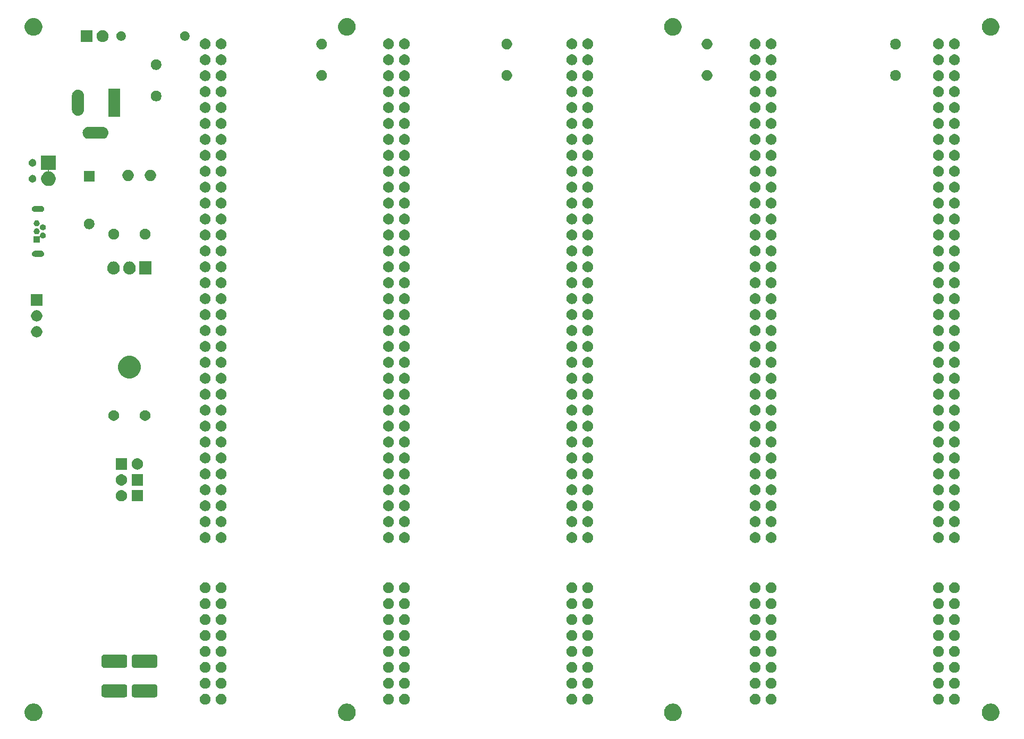
<source format=gbr>
G04 #@! TF.GenerationSoftware,KiCad,Pcbnew,(5.1.5-0-10_14)*
G04 #@! TF.CreationDate,2020-04-25T17:19:31+01:00*
G04 #@! TF.ProjectId,roscbus01,726f7363-6275-4733-9031-2e6b69636164,rev?*
G04 #@! TF.SameCoordinates,Original*
G04 #@! TF.FileFunction,Soldermask,Bot*
G04 #@! TF.FilePolarity,Negative*
%FSLAX46Y46*%
G04 Gerber Fmt 4.6, Leading zero omitted, Abs format (unit mm)*
G04 Created by KiCad (PCBNEW (5.1.5-0-10_14)) date 2020-04-25 17:19:31*
%MOMM*%
%LPD*%
G04 APERTURE LIST*
%ADD10C,0.100000*%
G04 APERTURE END LIST*
D10*
G36*
X225238433Y-146634893D02*
G01*
X225328657Y-146652839D01*
X225434267Y-146696585D01*
X225583621Y-146758449D01*
X225639221Y-146795600D01*
X225813086Y-146911772D01*
X226008228Y-147106914D01*
X226110675Y-147260237D01*
X226161551Y-147336379D01*
X226267161Y-147591344D01*
X226321000Y-147862012D01*
X226321000Y-148137988D01*
X226267161Y-148408656D01*
X226161551Y-148663621D01*
X226161550Y-148663622D01*
X226008228Y-148893086D01*
X225813086Y-149088228D01*
X225659763Y-149190675D01*
X225583621Y-149241551D01*
X225434267Y-149303415D01*
X225328657Y-149347161D01*
X225238433Y-149365107D01*
X225057988Y-149401000D01*
X224782012Y-149401000D01*
X224601567Y-149365107D01*
X224511343Y-149347161D01*
X224405733Y-149303415D01*
X224256379Y-149241551D01*
X224180237Y-149190675D01*
X224026914Y-149088228D01*
X223831772Y-148893086D01*
X223678450Y-148663622D01*
X223678449Y-148663621D01*
X223572839Y-148408656D01*
X223519000Y-148137988D01*
X223519000Y-147862012D01*
X223572839Y-147591344D01*
X223678449Y-147336379D01*
X223729325Y-147260237D01*
X223831772Y-147106914D01*
X224026914Y-146911772D01*
X224200779Y-146795600D01*
X224256379Y-146758449D01*
X224405733Y-146696585D01*
X224511343Y-146652839D01*
X224601567Y-146634893D01*
X224782012Y-146599000D01*
X225057988Y-146599000D01*
X225238433Y-146634893D01*
G37*
G36*
X174595099Y-146634893D02*
G01*
X174685323Y-146652839D01*
X174790933Y-146696585D01*
X174940287Y-146758449D01*
X174995887Y-146795600D01*
X175169752Y-146911772D01*
X175364894Y-147106914D01*
X175467341Y-147260237D01*
X175518217Y-147336379D01*
X175623827Y-147591344D01*
X175677666Y-147862012D01*
X175677666Y-148137988D01*
X175623827Y-148408656D01*
X175518217Y-148663621D01*
X175518216Y-148663622D01*
X175364894Y-148893086D01*
X175169752Y-149088228D01*
X175016429Y-149190675D01*
X174940287Y-149241551D01*
X174790933Y-149303415D01*
X174685323Y-149347161D01*
X174595099Y-149365107D01*
X174414654Y-149401000D01*
X174138678Y-149401000D01*
X173958233Y-149365107D01*
X173868009Y-149347161D01*
X173762399Y-149303415D01*
X173613045Y-149241551D01*
X173536903Y-149190675D01*
X173383580Y-149088228D01*
X173188438Y-148893086D01*
X173035116Y-148663622D01*
X173035115Y-148663621D01*
X172929505Y-148408656D01*
X172875666Y-148137988D01*
X172875666Y-147862012D01*
X172929505Y-147591344D01*
X173035115Y-147336379D01*
X173085991Y-147260237D01*
X173188438Y-147106914D01*
X173383580Y-146911772D01*
X173557445Y-146795600D01*
X173613045Y-146758449D01*
X173762399Y-146696585D01*
X173868009Y-146652839D01*
X173958233Y-146634893D01*
X174138678Y-146599000D01*
X174414654Y-146599000D01*
X174595099Y-146634893D01*
G37*
G36*
X122655099Y-146634893D02*
G01*
X122745323Y-146652839D01*
X122850933Y-146696585D01*
X123000287Y-146758449D01*
X123055887Y-146795600D01*
X123229752Y-146911772D01*
X123424894Y-147106914D01*
X123527341Y-147260237D01*
X123578217Y-147336379D01*
X123683827Y-147591344D01*
X123737666Y-147862012D01*
X123737666Y-148137988D01*
X123683827Y-148408656D01*
X123578217Y-148663621D01*
X123578216Y-148663622D01*
X123424894Y-148893086D01*
X123229752Y-149088228D01*
X123076429Y-149190675D01*
X123000287Y-149241551D01*
X122850933Y-149303415D01*
X122745323Y-149347161D01*
X122655099Y-149365107D01*
X122474654Y-149401000D01*
X122198678Y-149401000D01*
X122018233Y-149365107D01*
X121928009Y-149347161D01*
X121822399Y-149303415D01*
X121673045Y-149241551D01*
X121596903Y-149190675D01*
X121443580Y-149088228D01*
X121248438Y-148893086D01*
X121095116Y-148663622D01*
X121095115Y-148663621D01*
X120989505Y-148408656D01*
X120935666Y-148137988D01*
X120935666Y-147862012D01*
X120989505Y-147591344D01*
X121095115Y-147336379D01*
X121145991Y-147260237D01*
X121248438Y-147106914D01*
X121443580Y-146911772D01*
X121617445Y-146795600D01*
X121673045Y-146758449D01*
X121822399Y-146696585D01*
X121928009Y-146652839D01*
X122018233Y-146634893D01*
X122198678Y-146599000D01*
X122474654Y-146599000D01*
X122655099Y-146634893D01*
G37*
G36*
X72728433Y-146634893D02*
G01*
X72818657Y-146652839D01*
X72924267Y-146696585D01*
X73073621Y-146758449D01*
X73129221Y-146795600D01*
X73303086Y-146911772D01*
X73498228Y-147106914D01*
X73600675Y-147260237D01*
X73651551Y-147336379D01*
X73757161Y-147591344D01*
X73811000Y-147862012D01*
X73811000Y-148137988D01*
X73757161Y-148408656D01*
X73651551Y-148663621D01*
X73651550Y-148663622D01*
X73498228Y-148893086D01*
X73303086Y-149088228D01*
X73149763Y-149190675D01*
X73073621Y-149241551D01*
X72924267Y-149303415D01*
X72818657Y-149347161D01*
X72728433Y-149365107D01*
X72547988Y-149401000D01*
X72272012Y-149401000D01*
X72091567Y-149365107D01*
X72001343Y-149347161D01*
X71895733Y-149303415D01*
X71746379Y-149241551D01*
X71670237Y-149190675D01*
X71516914Y-149088228D01*
X71321772Y-148893086D01*
X71168450Y-148663622D01*
X71168449Y-148663621D01*
X71062839Y-148408656D01*
X71009000Y-148137988D01*
X71009000Y-147862012D01*
X71062839Y-147591344D01*
X71168449Y-147336379D01*
X71219325Y-147260237D01*
X71321772Y-147106914D01*
X71516914Y-146911772D01*
X71690779Y-146795600D01*
X71746379Y-146758449D01*
X71895733Y-146696585D01*
X72001343Y-146652839D01*
X72091567Y-146634893D01*
X72272012Y-146599000D01*
X72547988Y-146599000D01*
X72728433Y-146634893D01*
G37*
G36*
X219398903Y-145101587D02*
G01*
X219556068Y-145166687D01*
X219697513Y-145261198D01*
X219817802Y-145381487D01*
X219912313Y-145522932D01*
X219977413Y-145680097D01*
X220010600Y-145846943D01*
X220010600Y-146017057D01*
X219977413Y-146183903D01*
X219912313Y-146341068D01*
X219817802Y-146482513D01*
X219697513Y-146602802D01*
X219556068Y-146697313D01*
X219398903Y-146762413D01*
X219232057Y-146795600D01*
X219061943Y-146795600D01*
X218895097Y-146762413D01*
X218737932Y-146697313D01*
X218596487Y-146602802D01*
X218476198Y-146482513D01*
X218381687Y-146341068D01*
X218316587Y-146183903D01*
X218283400Y-146017057D01*
X218283400Y-145846943D01*
X218316587Y-145680097D01*
X218381687Y-145522932D01*
X218476198Y-145381487D01*
X218596487Y-145261198D01*
X218737932Y-145166687D01*
X218895097Y-145101587D01*
X219061943Y-145068400D01*
X219232057Y-145068400D01*
X219398903Y-145101587D01*
G37*
G36*
X216858903Y-145101587D02*
G01*
X217016068Y-145166687D01*
X217157513Y-145261198D01*
X217277802Y-145381487D01*
X217372313Y-145522932D01*
X217437413Y-145680097D01*
X217470600Y-145846943D01*
X217470600Y-146017057D01*
X217437413Y-146183903D01*
X217372313Y-146341068D01*
X217277802Y-146482513D01*
X217157513Y-146602802D01*
X217016068Y-146697313D01*
X216858903Y-146762413D01*
X216692057Y-146795600D01*
X216521943Y-146795600D01*
X216355097Y-146762413D01*
X216197932Y-146697313D01*
X216056487Y-146602802D01*
X215936198Y-146482513D01*
X215841687Y-146341068D01*
X215776587Y-146183903D01*
X215743400Y-146017057D01*
X215743400Y-145846943D01*
X215776587Y-145680097D01*
X215841687Y-145522932D01*
X215936198Y-145381487D01*
X216056487Y-145261198D01*
X216197932Y-145166687D01*
X216355097Y-145101587D01*
X216521943Y-145068400D01*
X216692057Y-145068400D01*
X216858903Y-145101587D01*
G37*
G36*
X190188903Y-145101587D02*
G01*
X190346068Y-145166687D01*
X190487513Y-145261198D01*
X190607802Y-145381487D01*
X190702313Y-145522932D01*
X190767413Y-145680097D01*
X190800600Y-145846943D01*
X190800600Y-146017057D01*
X190767413Y-146183903D01*
X190702313Y-146341068D01*
X190607802Y-146482513D01*
X190487513Y-146602802D01*
X190346068Y-146697313D01*
X190188903Y-146762413D01*
X190022057Y-146795600D01*
X189851943Y-146795600D01*
X189685097Y-146762413D01*
X189527932Y-146697313D01*
X189386487Y-146602802D01*
X189266198Y-146482513D01*
X189171687Y-146341068D01*
X189106587Y-146183903D01*
X189073400Y-146017057D01*
X189073400Y-145846943D01*
X189106587Y-145680097D01*
X189171687Y-145522932D01*
X189266198Y-145381487D01*
X189386487Y-145261198D01*
X189527932Y-145166687D01*
X189685097Y-145101587D01*
X189851943Y-145068400D01*
X190022057Y-145068400D01*
X190188903Y-145101587D01*
G37*
G36*
X187648903Y-145101587D02*
G01*
X187806068Y-145166687D01*
X187947513Y-145261198D01*
X188067802Y-145381487D01*
X188162313Y-145522932D01*
X188227413Y-145680097D01*
X188260600Y-145846943D01*
X188260600Y-146017057D01*
X188227413Y-146183903D01*
X188162313Y-146341068D01*
X188067802Y-146482513D01*
X187947513Y-146602802D01*
X187806068Y-146697313D01*
X187648903Y-146762413D01*
X187482057Y-146795600D01*
X187311943Y-146795600D01*
X187145097Y-146762413D01*
X186987932Y-146697313D01*
X186846487Y-146602802D01*
X186726198Y-146482513D01*
X186631687Y-146341068D01*
X186566587Y-146183903D01*
X186533400Y-146017057D01*
X186533400Y-145846943D01*
X186566587Y-145680097D01*
X186631687Y-145522932D01*
X186726198Y-145381487D01*
X186846487Y-145261198D01*
X186987932Y-145166687D01*
X187145097Y-145101587D01*
X187311943Y-145068400D01*
X187482057Y-145068400D01*
X187648903Y-145101587D01*
G37*
G36*
X160978903Y-145101587D02*
G01*
X161136068Y-145166687D01*
X161277513Y-145261198D01*
X161397802Y-145381487D01*
X161492313Y-145522932D01*
X161557413Y-145680097D01*
X161590600Y-145846943D01*
X161590600Y-146017057D01*
X161557413Y-146183903D01*
X161492313Y-146341068D01*
X161397802Y-146482513D01*
X161277513Y-146602802D01*
X161136068Y-146697313D01*
X160978903Y-146762413D01*
X160812057Y-146795600D01*
X160641943Y-146795600D01*
X160475097Y-146762413D01*
X160317932Y-146697313D01*
X160176487Y-146602802D01*
X160056198Y-146482513D01*
X159961687Y-146341068D01*
X159896587Y-146183903D01*
X159863400Y-146017057D01*
X159863400Y-145846943D01*
X159896587Y-145680097D01*
X159961687Y-145522932D01*
X160056198Y-145381487D01*
X160176487Y-145261198D01*
X160317932Y-145166687D01*
X160475097Y-145101587D01*
X160641943Y-145068400D01*
X160812057Y-145068400D01*
X160978903Y-145101587D01*
G37*
G36*
X158438903Y-145101587D02*
G01*
X158596068Y-145166687D01*
X158737513Y-145261198D01*
X158857802Y-145381487D01*
X158952313Y-145522932D01*
X159017413Y-145680097D01*
X159050600Y-145846943D01*
X159050600Y-146017057D01*
X159017413Y-146183903D01*
X158952313Y-146341068D01*
X158857802Y-146482513D01*
X158737513Y-146602802D01*
X158596068Y-146697313D01*
X158438903Y-146762413D01*
X158272057Y-146795600D01*
X158101943Y-146795600D01*
X157935097Y-146762413D01*
X157777932Y-146697313D01*
X157636487Y-146602802D01*
X157516198Y-146482513D01*
X157421687Y-146341068D01*
X157356587Y-146183903D01*
X157323400Y-146017057D01*
X157323400Y-145846943D01*
X157356587Y-145680097D01*
X157421687Y-145522932D01*
X157516198Y-145381487D01*
X157636487Y-145261198D01*
X157777932Y-145166687D01*
X157935097Y-145101587D01*
X158101943Y-145068400D01*
X158272057Y-145068400D01*
X158438903Y-145101587D01*
G37*
G36*
X131768903Y-145101587D02*
G01*
X131926068Y-145166687D01*
X132067513Y-145261198D01*
X132187802Y-145381487D01*
X132282313Y-145522932D01*
X132347413Y-145680097D01*
X132380600Y-145846943D01*
X132380600Y-146017057D01*
X132347413Y-146183903D01*
X132282313Y-146341068D01*
X132187802Y-146482513D01*
X132067513Y-146602802D01*
X131926068Y-146697313D01*
X131768903Y-146762413D01*
X131602057Y-146795600D01*
X131431943Y-146795600D01*
X131265097Y-146762413D01*
X131107932Y-146697313D01*
X130966487Y-146602802D01*
X130846198Y-146482513D01*
X130751687Y-146341068D01*
X130686587Y-146183903D01*
X130653400Y-146017057D01*
X130653400Y-145846943D01*
X130686587Y-145680097D01*
X130751687Y-145522932D01*
X130846198Y-145381487D01*
X130966487Y-145261198D01*
X131107932Y-145166687D01*
X131265097Y-145101587D01*
X131431943Y-145068400D01*
X131602057Y-145068400D01*
X131768903Y-145101587D01*
G37*
G36*
X129228903Y-145101587D02*
G01*
X129386068Y-145166687D01*
X129527513Y-145261198D01*
X129647802Y-145381487D01*
X129742313Y-145522932D01*
X129807413Y-145680097D01*
X129840600Y-145846943D01*
X129840600Y-146017057D01*
X129807413Y-146183903D01*
X129742313Y-146341068D01*
X129647802Y-146482513D01*
X129527513Y-146602802D01*
X129386068Y-146697313D01*
X129228903Y-146762413D01*
X129062057Y-146795600D01*
X128891943Y-146795600D01*
X128725097Y-146762413D01*
X128567932Y-146697313D01*
X128426487Y-146602802D01*
X128306198Y-146482513D01*
X128211687Y-146341068D01*
X128146587Y-146183903D01*
X128113400Y-146017057D01*
X128113400Y-145846943D01*
X128146587Y-145680097D01*
X128211687Y-145522932D01*
X128306198Y-145381487D01*
X128426487Y-145261198D01*
X128567932Y-145166687D01*
X128725097Y-145101587D01*
X128891943Y-145068400D01*
X129062057Y-145068400D01*
X129228903Y-145101587D01*
G37*
G36*
X102558903Y-145101587D02*
G01*
X102716068Y-145166687D01*
X102857513Y-145261198D01*
X102977802Y-145381487D01*
X103072313Y-145522932D01*
X103137413Y-145680097D01*
X103170600Y-145846943D01*
X103170600Y-146017057D01*
X103137413Y-146183903D01*
X103072313Y-146341068D01*
X102977802Y-146482513D01*
X102857513Y-146602802D01*
X102716068Y-146697313D01*
X102558903Y-146762413D01*
X102392057Y-146795600D01*
X102221943Y-146795600D01*
X102055097Y-146762413D01*
X101897932Y-146697313D01*
X101756487Y-146602802D01*
X101636198Y-146482513D01*
X101541687Y-146341068D01*
X101476587Y-146183903D01*
X101443400Y-146017057D01*
X101443400Y-145846943D01*
X101476587Y-145680097D01*
X101541687Y-145522932D01*
X101636198Y-145381487D01*
X101756487Y-145261198D01*
X101897932Y-145166687D01*
X102055097Y-145101587D01*
X102221943Y-145068400D01*
X102392057Y-145068400D01*
X102558903Y-145101587D01*
G37*
G36*
X100018903Y-145101587D02*
G01*
X100176068Y-145166687D01*
X100317513Y-145261198D01*
X100437802Y-145381487D01*
X100532313Y-145522932D01*
X100597413Y-145680097D01*
X100630600Y-145846943D01*
X100630600Y-146017057D01*
X100597413Y-146183903D01*
X100532313Y-146341068D01*
X100437802Y-146482513D01*
X100317513Y-146602802D01*
X100176068Y-146697313D01*
X100018903Y-146762413D01*
X99852057Y-146795600D01*
X99681943Y-146795600D01*
X99515097Y-146762413D01*
X99357932Y-146697313D01*
X99216487Y-146602802D01*
X99096198Y-146482513D01*
X99001687Y-146341068D01*
X98936587Y-146183903D01*
X98903400Y-146017057D01*
X98903400Y-145846943D01*
X98936587Y-145680097D01*
X99001687Y-145522932D01*
X99096198Y-145381487D01*
X99216487Y-145261198D01*
X99357932Y-145166687D01*
X99515097Y-145101587D01*
X99681943Y-145068400D01*
X99852057Y-145068400D01*
X100018903Y-145101587D01*
G37*
G36*
X91773210Y-143518489D02*
G01*
X91859950Y-143544802D01*
X91939889Y-143587530D01*
X92009962Y-143645038D01*
X92067470Y-143715111D01*
X92110198Y-143795050D01*
X92136511Y-143881790D01*
X92146000Y-143978140D01*
X92146000Y-145141860D01*
X92136511Y-145238210D01*
X92110198Y-145324950D01*
X92067470Y-145404889D01*
X92009962Y-145474962D01*
X91939889Y-145532470D01*
X91859950Y-145575198D01*
X91773210Y-145601511D01*
X91676860Y-145611000D01*
X88513140Y-145611000D01*
X88416790Y-145601511D01*
X88330050Y-145575198D01*
X88250111Y-145532470D01*
X88180038Y-145474962D01*
X88122530Y-145404889D01*
X88079802Y-145324950D01*
X88053489Y-145238210D01*
X88044000Y-145141860D01*
X88044000Y-143978140D01*
X88053489Y-143881790D01*
X88079802Y-143795050D01*
X88122530Y-143715111D01*
X88180038Y-143645038D01*
X88250111Y-143587530D01*
X88330050Y-143544802D01*
X88416790Y-143518489D01*
X88513140Y-143509000D01*
X91676860Y-143509000D01*
X91773210Y-143518489D01*
G37*
G36*
X86973210Y-143518489D02*
G01*
X87059950Y-143544802D01*
X87139889Y-143587530D01*
X87209962Y-143645038D01*
X87267470Y-143715111D01*
X87310198Y-143795050D01*
X87336511Y-143881790D01*
X87346000Y-143978140D01*
X87346000Y-145141860D01*
X87336511Y-145238210D01*
X87310198Y-145324950D01*
X87267470Y-145404889D01*
X87209962Y-145474962D01*
X87139889Y-145532470D01*
X87059950Y-145575198D01*
X86973210Y-145601511D01*
X86876860Y-145611000D01*
X83713140Y-145611000D01*
X83616790Y-145601511D01*
X83530050Y-145575198D01*
X83450111Y-145532470D01*
X83380038Y-145474962D01*
X83322530Y-145404889D01*
X83279802Y-145324950D01*
X83253489Y-145238210D01*
X83244000Y-145141860D01*
X83244000Y-143978140D01*
X83253489Y-143881790D01*
X83279802Y-143795050D01*
X83322530Y-143715111D01*
X83380038Y-143645038D01*
X83450111Y-143587530D01*
X83530050Y-143544802D01*
X83616790Y-143518489D01*
X83713140Y-143509000D01*
X86876860Y-143509000D01*
X86973210Y-143518489D01*
G37*
G36*
X158438903Y-142561587D02*
G01*
X158596068Y-142626687D01*
X158737513Y-142721198D01*
X158857802Y-142841487D01*
X158952313Y-142982932D01*
X159017413Y-143140097D01*
X159050600Y-143306943D01*
X159050600Y-143477057D01*
X159017413Y-143643903D01*
X158952313Y-143801068D01*
X158857802Y-143942513D01*
X158737513Y-144062802D01*
X158596068Y-144157313D01*
X158438903Y-144222413D01*
X158272057Y-144255600D01*
X158101943Y-144255600D01*
X157935097Y-144222413D01*
X157777932Y-144157313D01*
X157636487Y-144062802D01*
X157516198Y-143942513D01*
X157421687Y-143801068D01*
X157356587Y-143643903D01*
X157323400Y-143477057D01*
X157323400Y-143306943D01*
X157356587Y-143140097D01*
X157421687Y-142982932D01*
X157516198Y-142841487D01*
X157636487Y-142721198D01*
X157777932Y-142626687D01*
X157935097Y-142561587D01*
X158101943Y-142528400D01*
X158272057Y-142528400D01*
X158438903Y-142561587D01*
G37*
G36*
X160978903Y-142561587D02*
G01*
X161136068Y-142626687D01*
X161277513Y-142721198D01*
X161397802Y-142841487D01*
X161492313Y-142982932D01*
X161557413Y-143140097D01*
X161590600Y-143306943D01*
X161590600Y-143477057D01*
X161557413Y-143643903D01*
X161492313Y-143801068D01*
X161397802Y-143942513D01*
X161277513Y-144062802D01*
X161136068Y-144157313D01*
X160978903Y-144222413D01*
X160812057Y-144255600D01*
X160641943Y-144255600D01*
X160475097Y-144222413D01*
X160317932Y-144157313D01*
X160176487Y-144062802D01*
X160056198Y-143942513D01*
X159961687Y-143801068D01*
X159896587Y-143643903D01*
X159863400Y-143477057D01*
X159863400Y-143306943D01*
X159896587Y-143140097D01*
X159961687Y-142982932D01*
X160056198Y-142841487D01*
X160176487Y-142721198D01*
X160317932Y-142626687D01*
X160475097Y-142561587D01*
X160641943Y-142528400D01*
X160812057Y-142528400D01*
X160978903Y-142561587D01*
G37*
G36*
X129228903Y-142561587D02*
G01*
X129386068Y-142626687D01*
X129527513Y-142721198D01*
X129647802Y-142841487D01*
X129742313Y-142982932D01*
X129807413Y-143140097D01*
X129840600Y-143306943D01*
X129840600Y-143477057D01*
X129807413Y-143643903D01*
X129742313Y-143801068D01*
X129647802Y-143942513D01*
X129527513Y-144062802D01*
X129386068Y-144157313D01*
X129228903Y-144222413D01*
X129062057Y-144255600D01*
X128891943Y-144255600D01*
X128725097Y-144222413D01*
X128567932Y-144157313D01*
X128426487Y-144062802D01*
X128306198Y-143942513D01*
X128211687Y-143801068D01*
X128146587Y-143643903D01*
X128113400Y-143477057D01*
X128113400Y-143306943D01*
X128146587Y-143140097D01*
X128211687Y-142982932D01*
X128306198Y-142841487D01*
X128426487Y-142721198D01*
X128567932Y-142626687D01*
X128725097Y-142561587D01*
X128891943Y-142528400D01*
X129062057Y-142528400D01*
X129228903Y-142561587D01*
G37*
G36*
X131768903Y-142561587D02*
G01*
X131926068Y-142626687D01*
X132067513Y-142721198D01*
X132187802Y-142841487D01*
X132282313Y-142982932D01*
X132347413Y-143140097D01*
X132380600Y-143306943D01*
X132380600Y-143477057D01*
X132347413Y-143643903D01*
X132282313Y-143801068D01*
X132187802Y-143942513D01*
X132067513Y-144062802D01*
X131926068Y-144157313D01*
X131768903Y-144222413D01*
X131602057Y-144255600D01*
X131431943Y-144255600D01*
X131265097Y-144222413D01*
X131107932Y-144157313D01*
X130966487Y-144062802D01*
X130846198Y-143942513D01*
X130751687Y-143801068D01*
X130686587Y-143643903D01*
X130653400Y-143477057D01*
X130653400Y-143306943D01*
X130686587Y-143140097D01*
X130751687Y-142982932D01*
X130846198Y-142841487D01*
X130966487Y-142721198D01*
X131107932Y-142626687D01*
X131265097Y-142561587D01*
X131431943Y-142528400D01*
X131602057Y-142528400D01*
X131768903Y-142561587D01*
G37*
G36*
X100018903Y-142561587D02*
G01*
X100176068Y-142626687D01*
X100317513Y-142721198D01*
X100437802Y-142841487D01*
X100532313Y-142982932D01*
X100597413Y-143140097D01*
X100630600Y-143306943D01*
X100630600Y-143477057D01*
X100597413Y-143643903D01*
X100532313Y-143801068D01*
X100437802Y-143942513D01*
X100317513Y-144062802D01*
X100176068Y-144157313D01*
X100018903Y-144222413D01*
X99852057Y-144255600D01*
X99681943Y-144255600D01*
X99515097Y-144222413D01*
X99357932Y-144157313D01*
X99216487Y-144062802D01*
X99096198Y-143942513D01*
X99001687Y-143801068D01*
X98936587Y-143643903D01*
X98903400Y-143477057D01*
X98903400Y-143306943D01*
X98936587Y-143140097D01*
X99001687Y-142982932D01*
X99096198Y-142841487D01*
X99216487Y-142721198D01*
X99357932Y-142626687D01*
X99515097Y-142561587D01*
X99681943Y-142528400D01*
X99852057Y-142528400D01*
X100018903Y-142561587D01*
G37*
G36*
X102558903Y-142561587D02*
G01*
X102716068Y-142626687D01*
X102857513Y-142721198D01*
X102977802Y-142841487D01*
X103072313Y-142982932D01*
X103137413Y-143140097D01*
X103170600Y-143306943D01*
X103170600Y-143477057D01*
X103137413Y-143643903D01*
X103072313Y-143801068D01*
X102977802Y-143942513D01*
X102857513Y-144062802D01*
X102716068Y-144157313D01*
X102558903Y-144222413D01*
X102392057Y-144255600D01*
X102221943Y-144255600D01*
X102055097Y-144222413D01*
X101897932Y-144157313D01*
X101756487Y-144062802D01*
X101636198Y-143942513D01*
X101541687Y-143801068D01*
X101476587Y-143643903D01*
X101443400Y-143477057D01*
X101443400Y-143306943D01*
X101476587Y-143140097D01*
X101541687Y-142982932D01*
X101636198Y-142841487D01*
X101756487Y-142721198D01*
X101897932Y-142626687D01*
X102055097Y-142561587D01*
X102221943Y-142528400D01*
X102392057Y-142528400D01*
X102558903Y-142561587D01*
G37*
G36*
X190188903Y-142561587D02*
G01*
X190346068Y-142626687D01*
X190487513Y-142721198D01*
X190607802Y-142841487D01*
X190702313Y-142982932D01*
X190767413Y-143140097D01*
X190800600Y-143306943D01*
X190800600Y-143477057D01*
X190767413Y-143643903D01*
X190702313Y-143801068D01*
X190607802Y-143942513D01*
X190487513Y-144062802D01*
X190346068Y-144157313D01*
X190188903Y-144222413D01*
X190022057Y-144255600D01*
X189851943Y-144255600D01*
X189685097Y-144222413D01*
X189527932Y-144157313D01*
X189386487Y-144062802D01*
X189266198Y-143942513D01*
X189171687Y-143801068D01*
X189106587Y-143643903D01*
X189073400Y-143477057D01*
X189073400Y-143306943D01*
X189106587Y-143140097D01*
X189171687Y-142982932D01*
X189266198Y-142841487D01*
X189386487Y-142721198D01*
X189527932Y-142626687D01*
X189685097Y-142561587D01*
X189851943Y-142528400D01*
X190022057Y-142528400D01*
X190188903Y-142561587D01*
G37*
G36*
X187648903Y-142561587D02*
G01*
X187806068Y-142626687D01*
X187947513Y-142721198D01*
X188067802Y-142841487D01*
X188162313Y-142982932D01*
X188227413Y-143140097D01*
X188260600Y-143306943D01*
X188260600Y-143477057D01*
X188227413Y-143643903D01*
X188162313Y-143801068D01*
X188067802Y-143942513D01*
X187947513Y-144062802D01*
X187806068Y-144157313D01*
X187648903Y-144222413D01*
X187482057Y-144255600D01*
X187311943Y-144255600D01*
X187145097Y-144222413D01*
X186987932Y-144157313D01*
X186846487Y-144062802D01*
X186726198Y-143942513D01*
X186631687Y-143801068D01*
X186566587Y-143643903D01*
X186533400Y-143477057D01*
X186533400Y-143306943D01*
X186566587Y-143140097D01*
X186631687Y-142982932D01*
X186726198Y-142841487D01*
X186846487Y-142721198D01*
X186987932Y-142626687D01*
X187145097Y-142561587D01*
X187311943Y-142528400D01*
X187482057Y-142528400D01*
X187648903Y-142561587D01*
G37*
G36*
X219398903Y-142561587D02*
G01*
X219556068Y-142626687D01*
X219697513Y-142721198D01*
X219817802Y-142841487D01*
X219912313Y-142982932D01*
X219977413Y-143140097D01*
X220010600Y-143306943D01*
X220010600Y-143477057D01*
X219977413Y-143643903D01*
X219912313Y-143801068D01*
X219817802Y-143942513D01*
X219697513Y-144062802D01*
X219556068Y-144157313D01*
X219398903Y-144222413D01*
X219232057Y-144255600D01*
X219061943Y-144255600D01*
X218895097Y-144222413D01*
X218737932Y-144157313D01*
X218596487Y-144062802D01*
X218476198Y-143942513D01*
X218381687Y-143801068D01*
X218316587Y-143643903D01*
X218283400Y-143477057D01*
X218283400Y-143306943D01*
X218316587Y-143140097D01*
X218381687Y-142982932D01*
X218476198Y-142841487D01*
X218596487Y-142721198D01*
X218737932Y-142626687D01*
X218895097Y-142561587D01*
X219061943Y-142528400D01*
X219232057Y-142528400D01*
X219398903Y-142561587D01*
G37*
G36*
X216858903Y-142561587D02*
G01*
X217016068Y-142626687D01*
X217157513Y-142721198D01*
X217277802Y-142841487D01*
X217372313Y-142982932D01*
X217437413Y-143140097D01*
X217470600Y-143306943D01*
X217470600Y-143477057D01*
X217437413Y-143643903D01*
X217372313Y-143801068D01*
X217277802Y-143942513D01*
X217157513Y-144062802D01*
X217016068Y-144157313D01*
X216858903Y-144222413D01*
X216692057Y-144255600D01*
X216521943Y-144255600D01*
X216355097Y-144222413D01*
X216197932Y-144157313D01*
X216056487Y-144062802D01*
X215936198Y-143942513D01*
X215841687Y-143801068D01*
X215776587Y-143643903D01*
X215743400Y-143477057D01*
X215743400Y-143306943D01*
X215776587Y-143140097D01*
X215841687Y-142982932D01*
X215936198Y-142841487D01*
X216056487Y-142721198D01*
X216197932Y-142626687D01*
X216355097Y-142561587D01*
X216521943Y-142528400D01*
X216692057Y-142528400D01*
X216858903Y-142561587D01*
G37*
G36*
X187648903Y-140021587D02*
G01*
X187806068Y-140086687D01*
X187947513Y-140181198D01*
X188067802Y-140301487D01*
X188162313Y-140442932D01*
X188227413Y-140600097D01*
X188260600Y-140766943D01*
X188260600Y-140937057D01*
X188227413Y-141103903D01*
X188162313Y-141261068D01*
X188067802Y-141402513D01*
X187947513Y-141522802D01*
X187806068Y-141617313D01*
X187648903Y-141682413D01*
X187482057Y-141715600D01*
X187311943Y-141715600D01*
X187145097Y-141682413D01*
X186987932Y-141617313D01*
X186846487Y-141522802D01*
X186726198Y-141402513D01*
X186631687Y-141261068D01*
X186566587Y-141103903D01*
X186533400Y-140937057D01*
X186533400Y-140766943D01*
X186566587Y-140600097D01*
X186631687Y-140442932D01*
X186726198Y-140301487D01*
X186846487Y-140181198D01*
X186987932Y-140086687D01*
X187145097Y-140021587D01*
X187311943Y-139988400D01*
X187482057Y-139988400D01*
X187648903Y-140021587D01*
G37*
G36*
X100018903Y-140021587D02*
G01*
X100176068Y-140086687D01*
X100317513Y-140181198D01*
X100437802Y-140301487D01*
X100532313Y-140442932D01*
X100597413Y-140600097D01*
X100630600Y-140766943D01*
X100630600Y-140937057D01*
X100597413Y-141103903D01*
X100532313Y-141261068D01*
X100437802Y-141402513D01*
X100317513Y-141522802D01*
X100176068Y-141617313D01*
X100018903Y-141682413D01*
X99852057Y-141715600D01*
X99681943Y-141715600D01*
X99515097Y-141682413D01*
X99357932Y-141617313D01*
X99216487Y-141522802D01*
X99096198Y-141402513D01*
X99001687Y-141261068D01*
X98936587Y-141103903D01*
X98903400Y-140937057D01*
X98903400Y-140766943D01*
X98936587Y-140600097D01*
X99001687Y-140442932D01*
X99096198Y-140301487D01*
X99216487Y-140181198D01*
X99357932Y-140086687D01*
X99515097Y-140021587D01*
X99681943Y-139988400D01*
X99852057Y-139988400D01*
X100018903Y-140021587D01*
G37*
G36*
X160978903Y-140021587D02*
G01*
X161136068Y-140086687D01*
X161277513Y-140181198D01*
X161397802Y-140301487D01*
X161492313Y-140442932D01*
X161557413Y-140600097D01*
X161590600Y-140766943D01*
X161590600Y-140937057D01*
X161557413Y-141103903D01*
X161492313Y-141261068D01*
X161397802Y-141402513D01*
X161277513Y-141522802D01*
X161136068Y-141617313D01*
X160978903Y-141682413D01*
X160812057Y-141715600D01*
X160641943Y-141715600D01*
X160475097Y-141682413D01*
X160317932Y-141617313D01*
X160176487Y-141522802D01*
X160056198Y-141402513D01*
X159961687Y-141261068D01*
X159896587Y-141103903D01*
X159863400Y-140937057D01*
X159863400Y-140766943D01*
X159896587Y-140600097D01*
X159961687Y-140442932D01*
X160056198Y-140301487D01*
X160176487Y-140181198D01*
X160317932Y-140086687D01*
X160475097Y-140021587D01*
X160641943Y-139988400D01*
X160812057Y-139988400D01*
X160978903Y-140021587D01*
G37*
G36*
X219398903Y-140021587D02*
G01*
X219556068Y-140086687D01*
X219697513Y-140181198D01*
X219817802Y-140301487D01*
X219912313Y-140442932D01*
X219977413Y-140600097D01*
X220010600Y-140766943D01*
X220010600Y-140937057D01*
X219977413Y-141103903D01*
X219912313Y-141261068D01*
X219817802Y-141402513D01*
X219697513Y-141522802D01*
X219556068Y-141617313D01*
X219398903Y-141682413D01*
X219232057Y-141715600D01*
X219061943Y-141715600D01*
X218895097Y-141682413D01*
X218737932Y-141617313D01*
X218596487Y-141522802D01*
X218476198Y-141402513D01*
X218381687Y-141261068D01*
X218316587Y-141103903D01*
X218283400Y-140937057D01*
X218283400Y-140766943D01*
X218316587Y-140600097D01*
X218381687Y-140442932D01*
X218476198Y-140301487D01*
X218596487Y-140181198D01*
X218737932Y-140086687D01*
X218895097Y-140021587D01*
X219061943Y-139988400D01*
X219232057Y-139988400D01*
X219398903Y-140021587D01*
G37*
G36*
X216858903Y-140021587D02*
G01*
X217016068Y-140086687D01*
X217157513Y-140181198D01*
X217277802Y-140301487D01*
X217372313Y-140442932D01*
X217437413Y-140600097D01*
X217470600Y-140766943D01*
X217470600Y-140937057D01*
X217437413Y-141103903D01*
X217372313Y-141261068D01*
X217277802Y-141402513D01*
X217157513Y-141522802D01*
X217016068Y-141617313D01*
X216858903Y-141682413D01*
X216692057Y-141715600D01*
X216521943Y-141715600D01*
X216355097Y-141682413D01*
X216197932Y-141617313D01*
X216056487Y-141522802D01*
X215936198Y-141402513D01*
X215841687Y-141261068D01*
X215776587Y-141103903D01*
X215743400Y-140937057D01*
X215743400Y-140766943D01*
X215776587Y-140600097D01*
X215841687Y-140442932D01*
X215936198Y-140301487D01*
X216056487Y-140181198D01*
X216197932Y-140086687D01*
X216355097Y-140021587D01*
X216521943Y-139988400D01*
X216692057Y-139988400D01*
X216858903Y-140021587D01*
G37*
G36*
X158438903Y-140021587D02*
G01*
X158596068Y-140086687D01*
X158737513Y-140181198D01*
X158857802Y-140301487D01*
X158952313Y-140442932D01*
X159017413Y-140600097D01*
X159050600Y-140766943D01*
X159050600Y-140937057D01*
X159017413Y-141103903D01*
X158952313Y-141261068D01*
X158857802Y-141402513D01*
X158737513Y-141522802D01*
X158596068Y-141617313D01*
X158438903Y-141682413D01*
X158272057Y-141715600D01*
X158101943Y-141715600D01*
X157935097Y-141682413D01*
X157777932Y-141617313D01*
X157636487Y-141522802D01*
X157516198Y-141402513D01*
X157421687Y-141261068D01*
X157356587Y-141103903D01*
X157323400Y-140937057D01*
X157323400Y-140766943D01*
X157356587Y-140600097D01*
X157421687Y-140442932D01*
X157516198Y-140301487D01*
X157636487Y-140181198D01*
X157777932Y-140086687D01*
X157935097Y-140021587D01*
X158101943Y-139988400D01*
X158272057Y-139988400D01*
X158438903Y-140021587D01*
G37*
G36*
X102558903Y-140021587D02*
G01*
X102716068Y-140086687D01*
X102857513Y-140181198D01*
X102977802Y-140301487D01*
X103072313Y-140442932D01*
X103137413Y-140600097D01*
X103170600Y-140766943D01*
X103170600Y-140937057D01*
X103137413Y-141103903D01*
X103072313Y-141261068D01*
X102977802Y-141402513D01*
X102857513Y-141522802D01*
X102716068Y-141617313D01*
X102558903Y-141682413D01*
X102392057Y-141715600D01*
X102221943Y-141715600D01*
X102055097Y-141682413D01*
X101897932Y-141617313D01*
X101756487Y-141522802D01*
X101636198Y-141402513D01*
X101541687Y-141261068D01*
X101476587Y-141103903D01*
X101443400Y-140937057D01*
X101443400Y-140766943D01*
X101476587Y-140600097D01*
X101541687Y-140442932D01*
X101636198Y-140301487D01*
X101756487Y-140181198D01*
X101897932Y-140086687D01*
X102055097Y-140021587D01*
X102221943Y-139988400D01*
X102392057Y-139988400D01*
X102558903Y-140021587D01*
G37*
G36*
X190188903Y-140021587D02*
G01*
X190346068Y-140086687D01*
X190487513Y-140181198D01*
X190607802Y-140301487D01*
X190702313Y-140442932D01*
X190767413Y-140600097D01*
X190800600Y-140766943D01*
X190800600Y-140937057D01*
X190767413Y-141103903D01*
X190702313Y-141261068D01*
X190607802Y-141402513D01*
X190487513Y-141522802D01*
X190346068Y-141617313D01*
X190188903Y-141682413D01*
X190022057Y-141715600D01*
X189851943Y-141715600D01*
X189685097Y-141682413D01*
X189527932Y-141617313D01*
X189386487Y-141522802D01*
X189266198Y-141402513D01*
X189171687Y-141261068D01*
X189106587Y-141103903D01*
X189073400Y-140937057D01*
X189073400Y-140766943D01*
X189106587Y-140600097D01*
X189171687Y-140442932D01*
X189266198Y-140301487D01*
X189386487Y-140181198D01*
X189527932Y-140086687D01*
X189685097Y-140021587D01*
X189851943Y-139988400D01*
X190022057Y-139988400D01*
X190188903Y-140021587D01*
G37*
G36*
X129228903Y-140021587D02*
G01*
X129386068Y-140086687D01*
X129527513Y-140181198D01*
X129647802Y-140301487D01*
X129742313Y-140442932D01*
X129807413Y-140600097D01*
X129840600Y-140766943D01*
X129840600Y-140937057D01*
X129807413Y-141103903D01*
X129742313Y-141261068D01*
X129647802Y-141402513D01*
X129527513Y-141522802D01*
X129386068Y-141617313D01*
X129228903Y-141682413D01*
X129062057Y-141715600D01*
X128891943Y-141715600D01*
X128725097Y-141682413D01*
X128567932Y-141617313D01*
X128426487Y-141522802D01*
X128306198Y-141402513D01*
X128211687Y-141261068D01*
X128146587Y-141103903D01*
X128113400Y-140937057D01*
X128113400Y-140766943D01*
X128146587Y-140600097D01*
X128211687Y-140442932D01*
X128306198Y-140301487D01*
X128426487Y-140181198D01*
X128567932Y-140086687D01*
X128725097Y-140021587D01*
X128891943Y-139988400D01*
X129062057Y-139988400D01*
X129228903Y-140021587D01*
G37*
G36*
X131768903Y-140021587D02*
G01*
X131926068Y-140086687D01*
X132067513Y-140181198D01*
X132187802Y-140301487D01*
X132282313Y-140442932D01*
X132347413Y-140600097D01*
X132380600Y-140766943D01*
X132380600Y-140937057D01*
X132347413Y-141103903D01*
X132282313Y-141261068D01*
X132187802Y-141402513D01*
X132067513Y-141522802D01*
X131926068Y-141617313D01*
X131768903Y-141682413D01*
X131602057Y-141715600D01*
X131431943Y-141715600D01*
X131265097Y-141682413D01*
X131107932Y-141617313D01*
X130966487Y-141522802D01*
X130846198Y-141402513D01*
X130751687Y-141261068D01*
X130686587Y-141103903D01*
X130653400Y-140937057D01*
X130653400Y-140766943D01*
X130686587Y-140600097D01*
X130751687Y-140442932D01*
X130846198Y-140301487D01*
X130966487Y-140181198D01*
X131107932Y-140086687D01*
X131265097Y-140021587D01*
X131431943Y-139988400D01*
X131602057Y-139988400D01*
X131768903Y-140021587D01*
G37*
G36*
X86973210Y-138788489D02*
G01*
X87059950Y-138814802D01*
X87139889Y-138857530D01*
X87209962Y-138915038D01*
X87267470Y-138985111D01*
X87310198Y-139065050D01*
X87336511Y-139151790D01*
X87346000Y-139248140D01*
X87346000Y-140411860D01*
X87336511Y-140508210D01*
X87310198Y-140594950D01*
X87267470Y-140674889D01*
X87209962Y-140744962D01*
X87139889Y-140802470D01*
X87059950Y-140845198D01*
X86973210Y-140871511D01*
X86876860Y-140881000D01*
X83713140Y-140881000D01*
X83616790Y-140871511D01*
X83530050Y-140845198D01*
X83450111Y-140802470D01*
X83380038Y-140744962D01*
X83322530Y-140674889D01*
X83279802Y-140594950D01*
X83253489Y-140508210D01*
X83244000Y-140411860D01*
X83244000Y-139248140D01*
X83253489Y-139151790D01*
X83279802Y-139065050D01*
X83322530Y-138985111D01*
X83380038Y-138915038D01*
X83450111Y-138857530D01*
X83530050Y-138814802D01*
X83616790Y-138788489D01*
X83713140Y-138779000D01*
X86876860Y-138779000D01*
X86973210Y-138788489D01*
G37*
G36*
X91773210Y-138788489D02*
G01*
X91859950Y-138814802D01*
X91939889Y-138857530D01*
X92009962Y-138915038D01*
X92067470Y-138985111D01*
X92110198Y-139065050D01*
X92136511Y-139151790D01*
X92146000Y-139248140D01*
X92146000Y-140411860D01*
X92136511Y-140508210D01*
X92110198Y-140594950D01*
X92067470Y-140674889D01*
X92009962Y-140744962D01*
X91939889Y-140802470D01*
X91859950Y-140845198D01*
X91773210Y-140871511D01*
X91676860Y-140881000D01*
X88513140Y-140881000D01*
X88416790Y-140871511D01*
X88330050Y-140845198D01*
X88250111Y-140802470D01*
X88180038Y-140744962D01*
X88122530Y-140674889D01*
X88079802Y-140594950D01*
X88053489Y-140508210D01*
X88044000Y-140411860D01*
X88044000Y-139248140D01*
X88053489Y-139151790D01*
X88079802Y-139065050D01*
X88122530Y-138985111D01*
X88180038Y-138915038D01*
X88250111Y-138857530D01*
X88330050Y-138814802D01*
X88416790Y-138788489D01*
X88513140Y-138779000D01*
X91676860Y-138779000D01*
X91773210Y-138788489D01*
G37*
G36*
X219398903Y-137481587D02*
G01*
X219556068Y-137546687D01*
X219697513Y-137641198D01*
X219817802Y-137761487D01*
X219912313Y-137902932D01*
X219977413Y-138060097D01*
X220010600Y-138226943D01*
X220010600Y-138397057D01*
X219977413Y-138563903D01*
X219912313Y-138721068D01*
X219817802Y-138862513D01*
X219697513Y-138982802D01*
X219556068Y-139077313D01*
X219398903Y-139142413D01*
X219232057Y-139175600D01*
X219061943Y-139175600D01*
X218895097Y-139142413D01*
X218737932Y-139077313D01*
X218596487Y-138982802D01*
X218476198Y-138862513D01*
X218381687Y-138721068D01*
X218316587Y-138563903D01*
X218283400Y-138397057D01*
X218283400Y-138226943D01*
X218316587Y-138060097D01*
X218381687Y-137902932D01*
X218476198Y-137761487D01*
X218596487Y-137641198D01*
X218737932Y-137546687D01*
X218895097Y-137481587D01*
X219061943Y-137448400D01*
X219232057Y-137448400D01*
X219398903Y-137481587D01*
G37*
G36*
X131768903Y-137481587D02*
G01*
X131926068Y-137546687D01*
X132067513Y-137641198D01*
X132187802Y-137761487D01*
X132282313Y-137902932D01*
X132347413Y-138060097D01*
X132380600Y-138226943D01*
X132380600Y-138397057D01*
X132347413Y-138563903D01*
X132282313Y-138721068D01*
X132187802Y-138862513D01*
X132067513Y-138982802D01*
X131926068Y-139077313D01*
X131768903Y-139142413D01*
X131602057Y-139175600D01*
X131431943Y-139175600D01*
X131265097Y-139142413D01*
X131107932Y-139077313D01*
X130966487Y-138982802D01*
X130846198Y-138862513D01*
X130751687Y-138721068D01*
X130686587Y-138563903D01*
X130653400Y-138397057D01*
X130653400Y-138226943D01*
X130686587Y-138060097D01*
X130751687Y-137902932D01*
X130846198Y-137761487D01*
X130966487Y-137641198D01*
X131107932Y-137546687D01*
X131265097Y-137481587D01*
X131431943Y-137448400D01*
X131602057Y-137448400D01*
X131768903Y-137481587D01*
G37*
G36*
X190188903Y-137481587D02*
G01*
X190346068Y-137546687D01*
X190487513Y-137641198D01*
X190607802Y-137761487D01*
X190702313Y-137902932D01*
X190767413Y-138060097D01*
X190800600Y-138226943D01*
X190800600Y-138397057D01*
X190767413Y-138563903D01*
X190702313Y-138721068D01*
X190607802Y-138862513D01*
X190487513Y-138982802D01*
X190346068Y-139077313D01*
X190188903Y-139142413D01*
X190022057Y-139175600D01*
X189851943Y-139175600D01*
X189685097Y-139142413D01*
X189527932Y-139077313D01*
X189386487Y-138982802D01*
X189266198Y-138862513D01*
X189171687Y-138721068D01*
X189106587Y-138563903D01*
X189073400Y-138397057D01*
X189073400Y-138226943D01*
X189106587Y-138060097D01*
X189171687Y-137902932D01*
X189266198Y-137761487D01*
X189386487Y-137641198D01*
X189527932Y-137546687D01*
X189685097Y-137481587D01*
X189851943Y-137448400D01*
X190022057Y-137448400D01*
X190188903Y-137481587D01*
G37*
G36*
X187648903Y-137481587D02*
G01*
X187806068Y-137546687D01*
X187947513Y-137641198D01*
X188067802Y-137761487D01*
X188162313Y-137902932D01*
X188227413Y-138060097D01*
X188260600Y-138226943D01*
X188260600Y-138397057D01*
X188227413Y-138563903D01*
X188162313Y-138721068D01*
X188067802Y-138862513D01*
X187947513Y-138982802D01*
X187806068Y-139077313D01*
X187648903Y-139142413D01*
X187482057Y-139175600D01*
X187311943Y-139175600D01*
X187145097Y-139142413D01*
X186987932Y-139077313D01*
X186846487Y-138982802D01*
X186726198Y-138862513D01*
X186631687Y-138721068D01*
X186566587Y-138563903D01*
X186533400Y-138397057D01*
X186533400Y-138226943D01*
X186566587Y-138060097D01*
X186631687Y-137902932D01*
X186726198Y-137761487D01*
X186846487Y-137641198D01*
X186987932Y-137546687D01*
X187145097Y-137481587D01*
X187311943Y-137448400D01*
X187482057Y-137448400D01*
X187648903Y-137481587D01*
G37*
G36*
X216858903Y-137481587D02*
G01*
X217016068Y-137546687D01*
X217157513Y-137641198D01*
X217277802Y-137761487D01*
X217372313Y-137902932D01*
X217437413Y-138060097D01*
X217470600Y-138226943D01*
X217470600Y-138397057D01*
X217437413Y-138563903D01*
X217372313Y-138721068D01*
X217277802Y-138862513D01*
X217157513Y-138982802D01*
X217016068Y-139077313D01*
X216858903Y-139142413D01*
X216692057Y-139175600D01*
X216521943Y-139175600D01*
X216355097Y-139142413D01*
X216197932Y-139077313D01*
X216056487Y-138982802D01*
X215936198Y-138862513D01*
X215841687Y-138721068D01*
X215776587Y-138563903D01*
X215743400Y-138397057D01*
X215743400Y-138226943D01*
X215776587Y-138060097D01*
X215841687Y-137902932D01*
X215936198Y-137761487D01*
X216056487Y-137641198D01*
X216197932Y-137546687D01*
X216355097Y-137481587D01*
X216521943Y-137448400D01*
X216692057Y-137448400D01*
X216858903Y-137481587D01*
G37*
G36*
X160978903Y-137481587D02*
G01*
X161136068Y-137546687D01*
X161277513Y-137641198D01*
X161397802Y-137761487D01*
X161492313Y-137902932D01*
X161557413Y-138060097D01*
X161590600Y-138226943D01*
X161590600Y-138397057D01*
X161557413Y-138563903D01*
X161492313Y-138721068D01*
X161397802Y-138862513D01*
X161277513Y-138982802D01*
X161136068Y-139077313D01*
X160978903Y-139142413D01*
X160812057Y-139175600D01*
X160641943Y-139175600D01*
X160475097Y-139142413D01*
X160317932Y-139077313D01*
X160176487Y-138982802D01*
X160056198Y-138862513D01*
X159961687Y-138721068D01*
X159896587Y-138563903D01*
X159863400Y-138397057D01*
X159863400Y-138226943D01*
X159896587Y-138060097D01*
X159961687Y-137902932D01*
X160056198Y-137761487D01*
X160176487Y-137641198D01*
X160317932Y-137546687D01*
X160475097Y-137481587D01*
X160641943Y-137448400D01*
X160812057Y-137448400D01*
X160978903Y-137481587D01*
G37*
G36*
X129228903Y-137481587D02*
G01*
X129386068Y-137546687D01*
X129527513Y-137641198D01*
X129647802Y-137761487D01*
X129742313Y-137902932D01*
X129807413Y-138060097D01*
X129840600Y-138226943D01*
X129840600Y-138397057D01*
X129807413Y-138563903D01*
X129742313Y-138721068D01*
X129647802Y-138862513D01*
X129527513Y-138982802D01*
X129386068Y-139077313D01*
X129228903Y-139142413D01*
X129062057Y-139175600D01*
X128891943Y-139175600D01*
X128725097Y-139142413D01*
X128567932Y-139077313D01*
X128426487Y-138982802D01*
X128306198Y-138862513D01*
X128211687Y-138721068D01*
X128146587Y-138563903D01*
X128113400Y-138397057D01*
X128113400Y-138226943D01*
X128146587Y-138060097D01*
X128211687Y-137902932D01*
X128306198Y-137761487D01*
X128426487Y-137641198D01*
X128567932Y-137546687D01*
X128725097Y-137481587D01*
X128891943Y-137448400D01*
X129062057Y-137448400D01*
X129228903Y-137481587D01*
G37*
G36*
X158438903Y-137481587D02*
G01*
X158596068Y-137546687D01*
X158737513Y-137641198D01*
X158857802Y-137761487D01*
X158952313Y-137902932D01*
X159017413Y-138060097D01*
X159050600Y-138226943D01*
X159050600Y-138397057D01*
X159017413Y-138563903D01*
X158952313Y-138721068D01*
X158857802Y-138862513D01*
X158737513Y-138982802D01*
X158596068Y-139077313D01*
X158438903Y-139142413D01*
X158272057Y-139175600D01*
X158101943Y-139175600D01*
X157935097Y-139142413D01*
X157777932Y-139077313D01*
X157636487Y-138982802D01*
X157516198Y-138862513D01*
X157421687Y-138721068D01*
X157356587Y-138563903D01*
X157323400Y-138397057D01*
X157323400Y-138226943D01*
X157356587Y-138060097D01*
X157421687Y-137902932D01*
X157516198Y-137761487D01*
X157636487Y-137641198D01*
X157777932Y-137546687D01*
X157935097Y-137481587D01*
X158101943Y-137448400D01*
X158272057Y-137448400D01*
X158438903Y-137481587D01*
G37*
G36*
X100018903Y-137481587D02*
G01*
X100176068Y-137546687D01*
X100317513Y-137641198D01*
X100437802Y-137761487D01*
X100532313Y-137902932D01*
X100597413Y-138060097D01*
X100630600Y-138226943D01*
X100630600Y-138397057D01*
X100597413Y-138563903D01*
X100532313Y-138721068D01*
X100437802Y-138862513D01*
X100317513Y-138982802D01*
X100176068Y-139077313D01*
X100018903Y-139142413D01*
X99852057Y-139175600D01*
X99681943Y-139175600D01*
X99515097Y-139142413D01*
X99357932Y-139077313D01*
X99216487Y-138982802D01*
X99096198Y-138862513D01*
X99001687Y-138721068D01*
X98936587Y-138563903D01*
X98903400Y-138397057D01*
X98903400Y-138226943D01*
X98936587Y-138060097D01*
X99001687Y-137902932D01*
X99096198Y-137761487D01*
X99216487Y-137641198D01*
X99357932Y-137546687D01*
X99515097Y-137481587D01*
X99681943Y-137448400D01*
X99852057Y-137448400D01*
X100018903Y-137481587D01*
G37*
G36*
X102558903Y-137481587D02*
G01*
X102716068Y-137546687D01*
X102857513Y-137641198D01*
X102977802Y-137761487D01*
X103072313Y-137902932D01*
X103137413Y-138060097D01*
X103170600Y-138226943D01*
X103170600Y-138397057D01*
X103137413Y-138563903D01*
X103072313Y-138721068D01*
X102977802Y-138862513D01*
X102857513Y-138982802D01*
X102716068Y-139077313D01*
X102558903Y-139142413D01*
X102392057Y-139175600D01*
X102221943Y-139175600D01*
X102055097Y-139142413D01*
X101897932Y-139077313D01*
X101756487Y-138982802D01*
X101636198Y-138862513D01*
X101541687Y-138721068D01*
X101476587Y-138563903D01*
X101443400Y-138397057D01*
X101443400Y-138226943D01*
X101476587Y-138060097D01*
X101541687Y-137902932D01*
X101636198Y-137761487D01*
X101756487Y-137641198D01*
X101897932Y-137546687D01*
X102055097Y-137481587D01*
X102221943Y-137448400D01*
X102392057Y-137448400D01*
X102558903Y-137481587D01*
G37*
G36*
X158438903Y-134941587D02*
G01*
X158596068Y-135006687D01*
X158737513Y-135101198D01*
X158857802Y-135221487D01*
X158952313Y-135362932D01*
X159017413Y-135520097D01*
X159050600Y-135686943D01*
X159050600Y-135857057D01*
X159017413Y-136023903D01*
X158952313Y-136181068D01*
X158857802Y-136322513D01*
X158737513Y-136442802D01*
X158596068Y-136537313D01*
X158438903Y-136602413D01*
X158272057Y-136635600D01*
X158101943Y-136635600D01*
X157935097Y-136602413D01*
X157777932Y-136537313D01*
X157636487Y-136442802D01*
X157516198Y-136322513D01*
X157421687Y-136181068D01*
X157356587Y-136023903D01*
X157323400Y-135857057D01*
X157323400Y-135686943D01*
X157356587Y-135520097D01*
X157421687Y-135362932D01*
X157516198Y-135221487D01*
X157636487Y-135101198D01*
X157777932Y-135006687D01*
X157935097Y-134941587D01*
X158101943Y-134908400D01*
X158272057Y-134908400D01*
X158438903Y-134941587D01*
G37*
G36*
X100018903Y-134941587D02*
G01*
X100176068Y-135006687D01*
X100317513Y-135101198D01*
X100437802Y-135221487D01*
X100532313Y-135362932D01*
X100597413Y-135520097D01*
X100630600Y-135686943D01*
X100630600Y-135857057D01*
X100597413Y-136023903D01*
X100532313Y-136181068D01*
X100437802Y-136322513D01*
X100317513Y-136442802D01*
X100176068Y-136537313D01*
X100018903Y-136602413D01*
X99852057Y-136635600D01*
X99681943Y-136635600D01*
X99515097Y-136602413D01*
X99357932Y-136537313D01*
X99216487Y-136442802D01*
X99096198Y-136322513D01*
X99001687Y-136181068D01*
X98936587Y-136023903D01*
X98903400Y-135857057D01*
X98903400Y-135686943D01*
X98936587Y-135520097D01*
X99001687Y-135362932D01*
X99096198Y-135221487D01*
X99216487Y-135101198D01*
X99357932Y-135006687D01*
X99515097Y-134941587D01*
X99681943Y-134908400D01*
X99852057Y-134908400D01*
X100018903Y-134941587D01*
G37*
G36*
X187648903Y-134941587D02*
G01*
X187806068Y-135006687D01*
X187947513Y-135101198D01*
X188067802Y-135221487D01*
X188162313Y-135362932D01*
X188227413Y-135520097D01*
X188260600Y-135686943D01*
X188260600Y-135857057D01*
X188227413Y-136023903D01*
X188162313Y-136181068D01*
X188067802Y-136322513D01*
X187947513Y-136442802D01*
X187806068Y-136537313D01*
X187648903Y-136602413D01*
X187482057Y-136635600D01*
X187311943Y-136635600D01*
X187145097Y-136602413D01*
X186987932Y-136537313D01*
X186846487Y-136442802D01*
X186726198Y-136322513D01*
X186631687Y-136181068D01*
X186566587Y-136023903D01*
X186533400Y-135857057D01*
X186533400Y-135686943D01*
X186566587Y-135520097D01*
X186631687Y-135362932D01*
X186726198Y-135221487D01*
X186846487Y-135101198D01*
X186987932Y-135006687D01*
X187145097Y-134941587D01*
X187311943Y-134908400D01*
X187482057Y-134908400D01*
X187648903Y-134941587D01*
G37*
G36*
X131768903Y-134941587D02*
G01*
X131926068Y-135006687D01*
X132067513Y-135101198D01*
X132187802Y-135221487D01*
X132282313Y-135362932D01*
X132347413Y-135520097D01*
X132380600Y-135686943D01*
X132380600Y-135857057D01*
X132347413Y-136023903D01*
X132282313Y-136181068D01*
X132187802Y-136322513D01*
X132067513Y-136442802D01*
X131926068Y-136537313D01*
X131768903Y-136602413D01*
X131602057Y-136635600D01*
X131431943Y-136635600D01*
X131265097Y-136602413D01*
X131107932Y-136537313D01*
X130966487Y-136442802D01*
X130846198Y-136322513D01*
X130751687Y-136181068D01*
X130686587Y-136023903D01*
X130653400Y-135857057D01*
X130653400Y-135686943D01*
X130686587Y-135520097D01*
X130751687Y-135362932D01*
X130846198Y-135221487D01*
X130966487Y-135101198D01*
X131107932Y-135006687D01*
X131265097Y-134941587D01*
X131431943Y-134908400D01*
X131602057Y-134908400D01*
X131768903Y-134941587D01*
G37*
G36*
X129228903Y-134941587D02*
G01*
X129386068Y-135006687D01*
X129527513Y-135101198D01*
X129647802Y-135221487D01*
X129742313Y-135362932D01*
X129807413Y-135520097D01*
X129840600Y-135686943D01*
X129840600Y-135857057D01*
X129807413Y-136023903D01*
X129742313Y-136181068D01*
X129647802Y-136322513D01*
X129527513Y-136442802D01*
X129386068Y-136537313D01*
X129228903Y-136602413D01*
X129062057Y-136635600D01*
X128891943Y-136635600D01*
X128725097Y-136602413D01*
X128567932Y-136537313D01*
X128426487Y-136442802D01*
X128306198Y-136322513D01*
X128211687Y-136181068D01*
X128146587Y-136023903D01*
X128113400Y-135857057D01*
X128113400Y-135686943D01*
X128146587Y-135520097D01*
X128211687Y-135362932D01*
X128306198Y-135221487D01*
X128426487Y-135101198D01*
X128567932Y-135006687D01*
X128725097Y-134941587D01*
X128891943Y-134908400D01*
X129062057Y-134908400D01*
X129228903Y-134941587D01*
G37*
G36*
X190188903Y-134941587D02*
G01*
X190346068Y-135006687D01*
X190487513Y-135101198D01*
X190607802Y-135221487D01*
X190702313Y-135362932D01*
X190767413Y-135520097D01*
X190800600Y-135686943D01*
X190800600Y-135857057D01*
X190767413Y-136023903D01*
X190702313Y-136181068D01*
X190607802Y-136322513D01*
X190487513Y-136442802D01*
X190346068Y-136537313D01*
X190188903Y-136602413D01*
X190022057Y-136635600D01*
X189851943Y-136635600D01*
X189685097Y-136602413D01*
X189527932Y-136537313D01*
X189386487Y-136442802D01*
X189266198Y-136322513D01*
X189171687Y-136181068D01*
X189106587Y-136023903D01*
X189073400Y-135857057D01*
X189073400Y-135686943D01*
X189106587Y-135520097D01*
X189171687Y-135362932D01*
X189266198Y-135221487D01*
X189386487Y-135101198D01*
X189527932Y-135006687D01*
X189685097Y-134941587D01*
X189851943Y-134908400D01*
X190022057Y-134908400D01*
X190188903Y-134941587D01*
G37*
G36*
X216858903Y-134941587D02*
G01*
X217016068Y-135006687D01*
X217157513Y-135101198D01*
X217277802Y-135221487D01*
X217372313Y-135362932D01*
X217437413Y-135520097D01*
X217470600Y-135686943D01*
X217470600Y-135857057D01*
X217437413Y-136023903D01*
X217372313Y-136181068D01*
X217277802Y-136322513D01*
X217157513Y-136442802D01*
X217016068Y-136537313D01*
X216858903Y-136602413D01*
X216692057Y-136635600D01*
X216521943Y-136635600D01*
X216355097Y-136602413D01*
X216197932Y-136537313D01*
X216056487Y-136442802D01*
X215936198Y-136322513D01*
X215841687Y-136181068D01*
X215776587Y-136023903D01*
X215743400Y-135857057D01*
X215743400Y-135686943D01*
X215776587Y-135520097D01*
X215841687Y-135362932D01*
X215936198Y-135221487D01*
X216056487Y-135101198D01*
X216197932Y-135006687D01*
X216355097Y-134941587D01*
X216521943Y-134908400D01*
X216692057Y-134908400D01*
X216858903Y-134941587D01*
G37*
G36*
X219398903Y-134941587D02*
G01*
X219556068Y-135006687D01*
X219697513Y-135101198D01*
X219817802Y-135221487D01*
X219912313Y-135362932D01*
X219977413Y-135520097D01*
X220010600Y-135686943D01*
X220010600Y-135857057D01*
X219977413Y-136023903D01*
X219912313Y-136181068D01*
X219817802Y-136322513D01*
X219697513Y-136442802D01*
X219556068Y-136537313D01*
X219398903Y-136602413D01*
X219232057Y-136635600D01*
X219061943Y-136635600D01*
X218895097Y-136602413D01*
X218737932Y-136537313D01*
X218596487Y-136442802D01*
X218476198Y-136322513D01*
X218381687Y-136181068D01*
X218316587Y-136023903D01*
X218283400Y-135857057D01*
X218283400Y-135686943D01*
X218316587Y-135520097D01*
X218381687Y-135362932D01*
X218476198Y-135221487D01*
X218596487Y-135101198D01*
X218737932Y-135006687D01*
X218895097Y-134941587D01*
X219061943Y-134908400D01*
X219232057Y-134908400D01*
X219398903Y-134941587D01*
G37*
G36*
X102558903Y-134941587D02*
G01*
X102716068Y-135006687D01*
X102857513Y-135101198D01*
X102977802Y-135221487D01*
X103072313Y-135362932D01*
X103137413Y-135520097D01*
X103170600Y-135686943D01*
X103170600Y-135857057D01*
X103137413Y-136023903D01*
X103072313Y-136181068D01*
X102977802Y-136322513D01*
X102857513Y-136442802D01*
X102716068Y-136537313D01*
X102558903Y-136602413D01*
X102392057Y-136635600D01*
X102221943Y-136635600D01*
X102055097Y-136602413D01*
X101897932Y-136537313D01*
X101756487Y-136442802D01*
X101636198Y-136322513D01*
X101541687Y-136181068D01*
X101476587Y-136023903D01*
X101443400Y-135857057D01*
X101443400Y-135686943D01*
X101476587Y-135520097D01*
X101541687Y-135362932D01*
X101636198Y-135221487D01*
X101756487Y-135101198D01*
X101897932Y-135006687D01*
X102055097Y-134941587D01*
X102221943Y-134908400D01*
X102392057Y-134908400D01*
X102558903Y-134941587D01*
G37*
G36*
X160978903Y-134941587D02*
G01*
X161136068Y-135006687D01*
X161277513Y-135101198D01*
X161397802Y-135221487D01*
X161492313Y-135362932D01*
X161557413Y-135520097D01*
X161590600Y-135686943D01*
X161590600Y-135857057D01*
X161557413Y-136023903D01*
X161492313Y-136181068D01*
X161397802Y-136322513D01*
X161277513Y-136442802D01*
X161136068Y-136537313D01*
X160978903Y-136602413D01*
X160812057Y-136635600D01*
X160641943Y-136635600D01*
X160475097Y-136602413D01*
X160317932Y-136537313D01*
X160176487Y-136442802D01*
X160056198Y-136322513D01*
X159961687Y-136181068D01*
X159896587Y-136023903D01*
X159863400Y-135857057D01*
X159863400Y-135686943D01*
X159896587Y-135520097D01*
X159961687Y-135362932D01*
X160056198Y-135221487D01*
X160176487Y-135101198D01*
X160317932Y-135006687D01*
X160475097Y-134941587D01*
X160641943Y-134908400D01*
X160812057Y-134908400D01*
X160978903Y-134941587D01*
G37*
G36*
X190188903Y-132401587D02*
G01*
X190346068Y-132466687D01*
X190487513Y-132561198D01*
X190607802Y-132681487D01*
X190702313Y-132822932D01*
X190767413Y-132980097D01*
X190800600Y-133146943D01*
X190800600Y-133317057D01*
X190767413Y-133483903D01*
X190702313Y-133641068D01*
X190607802Y-133782513D01*
X190487513Y-133902802D01*
X190346068Y-133997313D01*
X190188903Y-134062413D01*
X190022057Y-134095600D01*
X189851943Y-134095600D01*
X189685097Y-134062413D01*
X189527932Y-133997313D01*
X189386487Y-133902802D01*
X189266198Y-133782513D01*
X189171687Y-133641068D01*
X189106587Y-133483903D01*
X189073400Y-133317057D01*
X189073400Y-133146943D01*
X189106587Y-132980097D01*
X189171687Y-132822932D01*
X189266198Y-132681487D01*
X189386487Y-132561198D01*
X189527932Y-132466687D01*
X189685097Y-132401587D01*
X189851943Y-132368400D01*
X190022057Y-132368400D01*
X190188903Y-132401587D01*
G37*
G36*
X102558903Y-132401587D02*
G01*
X102716068Y-132466687D01*
X102857513Y-132561198D01*
X102977802Y-132681487D01*
X103072313Y-132822932D01*
X103137413Y-132980097D01*
X103170600Y-133146943D01*
X103170600Y-133317057D01*
X103137413Y-133483903D01*
X103072313Y-133641068D01*
X102977802Y-133782513D01*
X102857513Y-133902802D01*
X102716068Y-133997313D01*
X102558903Y-134062413D01*
X102392057Y-134095600D01*
X102221943Y-134095600D01*
X102055097Y-134062413D01*
X101897932Y-133997313D01*
X101756487Y-133902802D01*
X101636198Y-133782513D01*
X101541687Y-133641068D01*
X101476587Y-133483903D01*
X101443400Y-133317057D01*
X101443400Y-133146943D01*
X101476587Y-132980097D01*
X101541687Y-132822932D01*
X101636198Y-132681487D01*
X101756487Y-132561198D01*
X101897932Y-132466687D01*
X102055097Y-132401587D01*
X102221943Y-132368400D01*
X102392057Y-132368400D01*
X102558903Y-132401587D01*
G37*
G36*
X100018903Y-132401587D02*
G01*
X100176068Y-132466687D01*
X100317513Y-132561198D01*
X100437802Y-132681487D01*
X100532313Y-132822932D01*
X100597413Y-132980097D01*
X100630600Y-133146943D01*
X100630600Y-133317057D01*
X100597413Y-133483903D01*
X100532313Y-133641068D01*
X100437802Y-133782513D01*
X100317513Y-133902802D01*
X100176068Y-133997313D01*
X100018903Y-134062413D01*
X99852057Y-134095600D01*
X99681943Y-134095600D01*
X99515097Y-134062413D01*
X99357932Y-133997313D01*
X99216487Y-133902802D01*
X99096198Y-133782513D01*
X99001687Y-133641068D01*
X98936587Y-133483903D01*
X98903400Y-133317057D01*
X98903400Y-133146943D01*
X98936587Y-132980097D01*
X99001687Y-132822932D01*
X99096198Y-132681487D01*
X99216487Y-132561198D01*
X99357932Y-132466687D01*
X99515097Y-132401587D01*
X99681943Y-132368400D01*
X99852057Y-132368400D01*
X100018903Y-132401587D01*
G37*
G36*
X158438903Y-132401587D02*
G01*
X158596068Y-132466687D01*
X158737513Y-132561198D01*
X158857802Y-132681487D01*
X158952313Y-132822932D01*
X159017413Y-132980097D01*
X159050600Y-133146943D01*
X159050600Y-133317057D01*
X159017413Y-133483903D01*
X158952313Y-133641068D01*
X158857802Y-133782513D01*
X158737513Y-133902802D01*
X158596068Y-133997313D01*
X158438903Y-134062413D01*
X158272057Y-134095600D01*
X158101943Y-134095600D01*
X157935097Y-134062413D01*
X157777932Y-133997313D01*
X157636487Y-133902802D01*
X157516198Y-133782513D01*
X157421687Y-133641068D01*
X157356587Y-133483903D01*
X157323400Y-133317057D01*
X157323400Y-133146943D01*
X157356587Y-132980097D01*
X157421687Y-132822932D01*
X157516198Y-132681487D01*
X157636487Y-132561198D01*
X157777932Y-132466687D01*
X157935097Y-132401587D01*
X158101943Y-132368400D01*
X158272057Y-132368400D01*
X158438903Y-132401587D01*
G37*
G36*
X187648903Y-132401587D02*
G01*
X187806068Y-132466687D01*
X187947513Y-132561198D01*
X188067802Y-132681487D01*
X188162313Y-132822932D01*
X188227413Y-132980097D01*
X188260600Y-133146943D01*
X188260600Y-133317057D01*
X188227413Y-133483903D01*
X188162313Y-133641068D01*
X188067802Y-133782513D01*
X187947513Y-133902802D01*
X187806068Y-133997313D01*
X187648903Y-134062413D01*
X187482057Y-134095600D01*
X187311943Y-134095600D01*
X187145097Y-134062413D01*
X186987932Y-133997313D01*
X186846487Y-133902802D01*
X186726198Y-133782513D01*
X186631687Y-133641068D01*
X186566587Y-133483903D01*
X186533400Y-133317057D01*
X186533400Y-133146943D01*
X186566587Y-132980097D01*
X186631687Y-132822932D01*
X186726198Y-132681487D01*
X186846487Y-132561198D01*
X186987932Y-132466687D01*
X187145097Y-132401587D01*
X187311943Y-132368400D01*
X187482057Y-132368400D01*
X187648903Y-132401587D01*
G37*
G36*
X129228903Y-132401587D02*
G01*
X129386068Y-132466687D01*
X129527513Y-132561198D01*
X129647802Y-132681487D01*
X129742313Y-132822932D01*
X129807413Y-132980097D01*
X129840600Y-133146943D01*
X129840600Y-133317057D01*
X129807413Y-133483903D01*
X129742313Y-133641068D01*
X129647802Y-133782513D01*
X129527513Y-133902802D01*
X129386068Y-133997313D01*
X129228903Y-134062413D01*
X129062057Y-134095600D01*
X128891943Y-134095600D01*
X128725097Y-134062413D01*
X128567932Y-133997313D01*
X128426487Y-133902802D01*
X128306198Y-133782513D01*
X128211687Y-133641068D01*
X128146587Y-133483903D01*
X128113400Y-133317057D01*
X128113400Y-133146943D01*
X128146587Y-132980097D01*
X128211687Y-132822932D01*
X128306198Y-132681487D01*
X128426487Y-132561198D01*
X128567932Y-132466687D01*
X128725097Y-132401587D01*
X128891943Y-132368400D01*
X129062057Y-132368400D01*
X129228903Y-132401587D01*
G37*
G36*
X131768903Y-132401587D02*
G01*
X131926068Y-132466687D01*
X132067513Y-132561198D01*
X132187802Y-132681487D01*
X132282313Y-132822932D01*
X132347413Y-132980097D01*
X132380600Y-133146943D01*
X132380600Y-133317057D01*
X132347413Y-133483903D01*
X132282313Y-133641068D01*
X132187802Y-133782513D01*
X132067513Y-133902802D01*
X131926068Y-133997313D01*
X131768903Y-134062413D01*
X131602057Y-134095600D01*
X131431943Y-134095600D01*
X131265097Y-134062413D01*
X131107932Y-133997313D01*
X130966487Y-133902802D01*
X130846198Y-133782513D01*
X130751687Y-133641068D01*
X130686587Y-133483903D01*
X130653400Y-133317057D01*
X130653400Y-133146943D01*
X130686587Y-132980097D01*
X130751687Y-132822932D01*
X130846198Y-132681487D01*
X130966487Y-132561198D01*
X131107932Y-132466687D01*
X131265097Y-132401587D01*
X131431943Y-132368400D01*
X131602057Y-132368400D01*
X131768903Y-132401587D01*
G37*
G36*
X216858903Y-132401587D02*
G01*
X217016068Y-132466687D01*
X217157513Y-132561198D01*
X217277802Y-132681487D01*
X217372313Y-132822932D01*
X217437413Y-132980097D01*
X217470600Y-133146943D01*
X217470600Y-133317057D01*
X217437413Y-133483903D01*
X217372313Y-133641068D01*
X217277802Y-133782513D01*
X217157513Y-133902802D01*
X217016068Y-133997313D01*
X216858903Y-134062413D01*
X216692057Y-134095600D01*
X216521943Y-134095600D01*
X216355097Y-134062413D01*
X216197932Y-133997313D01*
X216056487Y-133902802D01*
X215936198Y-133782513D01*
X215841687Y-133641068D01*
X215776587Y-133483903D01*
X215743400Y-133317057D01*
X215743400Y-133146943D01*
X215776587Y-132980097D01*
X215841687Y-132822932D01*
X215936198Y-132681487D01*
X216056487Y-132561198D01*
X216197932Y-132466687D01*
X216355097Y-132401587D01*
X216521943Y-132368400D01*
X216692057Y-132368400D01*
X216858903Y-132401587D01*
G37*
G36*
X219398903Y-132401587D02*
G01*
X219556068Y-132466687D01*
X219697513Y-132561198D01*
X219817802Y-132681487D01*
X219912313Y-132822932D01*
X219977413Y-132980097D01*
X220010600Y-133146943D01*
X220010600Y-133317057D01*
X219977413Y-133483903D01*
X219912313Y-133641068D01*
X219817802Y-133782513D01*
X219697513Y-133902802D01*
X219556068Y-133997313D01*
X219398903Y-134062413D01*
X219232057Y-134095600D01*
X219061943Y-134095600D01*
X218895097Y-134062413D01*
X218737932Y-133997313D01*
X218596487Y-133902802D01*
X218476198Y-133782513D01*
X218381687Y-133641068D01*
X218316587Y-133483903D01*
X218283400Y-133317057D01*
X218283400Y-133146943D01*
X218316587Y-132980097D01*
X218381687Y-132822932D01*
X218476198Y-132681487D01*
X218596487Y-132561198D01*
X218737932Y-132466687D01*
X218895097Y-132401587D01*
X219061943Y-132368400D01*
X219232057Y-132368400D01*
X219398903Y-132401587D01*
G37*
G36*
X160978903Y-132401587D02*
G01*
X161136068Y-132466687D01*
X161277513Y-132561198D01*
X161397802Y-132681487D01*
X161492313Y-132822932D01*
X161557413Y-132980097D01*
X161590600Y-133146943D01*
X161590600Y-133317057D01*
X161557413Y-133483903D01*
X161492313Y-133641068D01*
X161397802Y-133782513D01*
X161277513Y-133902802D01*
X161136068Y-133997313D01*
X160978903Y-134062413D01*
X160812057Y-134095600D01*
X160641943Y-134095600D01*
X160475097Y-134062413D01*
X160317932Y-133997313D01*
X160176487Y-133902802D01*
X160056198Y-133782513D01*
X159961687Y-133641068D01*
X159896587Y-133483903D01*
X159863400Y-133317057D01*
X159863400Y-133146943D01*
X159896587Y-132980097D01*
X159961687Y-132822932D01*
X160056198Y-132681487D01*
X160176487Y-132561198D01*
X160317932Y-132466687D01*
X160475097Y-132401587D01*
X160641943Y-132368400D01*
X160812057Y-132368400D01*
X160978903Y-132401587D01*
G37*
G36*
X219398903Y-129861587D02*
G01*
X219556068Y-129926687D01*
X219697513Y-130021198D01*
X219817802Y-130141487D01*
X219912313Y-130282932D01*
X219977413Y-130440097D01*
X220010600Y-130606943D01*
X220010600Y-130777057D01*
X219977413Y-130943903D01*
X219912313Y-131101068D01*
X219817802Y-131242513D01*
X219697513Y-131362802D01*
X219556068Y-131457313D01*
X219398903Y-131522413D01*
X219232057Y-131555600D01*
X219061943Y-131555600D01*
X218895097Y-131522413D01*
X218737932Y-131457313D01*
X218596487Y-131362802D01*
X218476198Y-131242513D01*
X218381687Y-131101068D01*
X218316587Y-130943903D01*
X218283400Y-130777057D01*
X218283400Y-130606943D01*
X218316587Y-130440097D01*
X218381687Y-130282932D01*
X218476198Y-130141487D01*
X218596487Y-130021198D01*
X218737932Y-129926687D01*
X218895097Y-129861587D01*
X219061943Y-129828400D01*
X219232057Y-129828400D01*
X219398903Y-129861587D01*
G37*
G36*
X216858903Y-129861587D02*
G01*
X217016068Y-129926687D01*
X217157513Y-130021198D01*
X217277802Y-130141487D01*
X217372313Y-130282932D01*
X217437413Y-130440097D01*
X217470600Y-130606943D01*
X217470600Y-130777057D01*
X217437413Y-130943903D01*
X217372313Y-131101068D01*
X217277802Y-131242513D01*
X217157513Y-131362802D01*
X217016068Y-131457313D01*
X216858903Y-131522413D01*
X216692057Y-131555600D01*
X216521943Y-131555600D01*
X216355097Y-131522413D01*
X216197932Y-131457313D01*
X216056487Y-131362802D01*
X215936198Y-131242513D01*
X215841687Y-131101068D01*
X215776587Y-130943903D01*
X215743400Y-130777057D01*
X215743400Y-130606943D01*
X215776587Y-130440097D01*
X215841687Y-130282932D01*
X215936198Y-130141487D01*
X216056487Y-130021198D01*
X216197932Y-129926687D01*
X216355097Y-129861587D01*
X216521943Y-129828400D01*
X216692057Y-129828400D01*
X216858903Y-129861587D01*
G37*
G36*
X131768903Y-129861587D02*
G01*
X131926068Y-129926687D01*
X132067513Y-130021198D01*
X132187802Y-130141487D01*
X132282313Y-130282932D01*
X132347413Y-130440097D01*
X132380600Y-130606943D01*
X132380600Y-130777057D01*
X132347413Y-130943903D01*
X132282313Y-131101068D01*
X132187802Y-131242513D01*
X132067513Y-131362802D01*
X131926068Y-131457313D01*
X131768903Y-131522413D01*
X131602057Y-131555600D01*
X131431943Y-131555600D01*
X131265097Y-131522413D01*
X131107932Y-131457313D01*
X130966487Y-131362802D01*
X130846198Y-131242513D01*
X130751687Y-131101068D01*
X130686587Y-130943903D01*
X130653400Y-130777057D01*
X130653400Y-130606943D01*
X130686587Y-130440097D01*
X130751687Y-130282932D01*
X130846198Y-130141487D01*
X130966487Y-130021198D01*
X131107932Y-129926687D01*
X131265097Y-129861587D01*
X131431943Y-129828400D01*
X131602057Y-129828400D01*
X131768903Y-129861587D01*
G37*
G36*
X129228903Y-129861587D02*
G01*
X129386068Y-129926687D01*
X129527513Y-130021198D01*
X129647802Y-130141487D01*
X129742313Y-130282932D01*
X129807413Y-130440097D01*
X129840600Y-130606943D01*
X129840600Y-130777057D01*
X129807413Y-130943903D01*
X129742313Y-131101068D01*
X129647802Y-131242513D01*
X129527513Y-131362802D01*
X129386068Y-131457313D01*
X129228903Y-131522413D01*
X129062057Y-131555600D01*
X128891943Y-131555600D01*
X128725097Y-131522413D01*
X128567932Y-131457313D01*
X128426487Y-131362802D01*
X128306198Y-131242513D01*
X128211687Y-131101068D01*
X128146587Y-130943903D01*
X128113400Y-130777057D01*
X128113400Y-130606943D01*
X128146587Y-130440097D01*
X128211687Y-130282932D01*
X128306198Y-130141487D01*
X128426487Y-130021198D01*
X128567932Y-129926687D01*
X128725097Y-129861587D01*
X128891943Y-129828400D01*
X129062057Y-129828400D01*
X129228903Y-129861587D01*
G37*
G36*
X158438903Y-129861587D02*
G01*
X158596068Y-129926687D01*
X158737513Y-130021198D01*
X158857802Y-130141487D01*
X158952313Y-130282932D01*
X159017413Y-130440097D01*
X159050600Y-130606943D01*
X159050600Y-130777057D01*
X159017413Y-130943903D01*
X158952313Y-131101068D01*
X158857802Y-131242513D01*
X158737513Y-131362802D01*
X158596068Y-131457313D01*
X158438903Y-131522413D01*
X158272057Y-131555600D01*
X158101943Y-131555600D01*
X157935097Y-131522413D01*
X157777932Y-131457313D01*
X157636487Y-131362802D01*
X157516198Y-131242513D01*
X157421687Y-131101068D01*
X157356587Y-130943903D01*
X157323400Y-130777057D01*
X157323400Y-130606943D01*
X157356587Y-130440097D01*
X157421687Y-130282932D01*
X157516198Y-130141487D01*
X157636487Y-130021198D01*
X157777932Y-129926687D01*
X157935097Y-129861587D01*
X158101943Y-129828400D01*
X158272057Y-129828400D01*
X158438903Y-129861587D01*
G37*
G36*
X187648903Y-129861587D02*
G01*
X187806068Y-129926687D01*
X187947513Y-130021198D01*
X188067802Y-130141487D01*
X188162313Y-130282932D01*
X188227413Y-130440097D01*
X188260600Y-130606943D01*
X188260600Y-130777057D01*
X188227413Y-130943903D01*
X188162313Y-131101068D01*
X188067802Y-131242513D01*
X187947513Y-131362802D01*
X187806068Y-131457313D01*
X187648903Y-131522413D01*
X187482057Y-131555600D01*
X187311943Y-131555600D01*
X187145097Y-131522413D01*
X186987932Y-131457313D01*
X186846487Y-131362802D01*
X186726198Y-131242513D01*
X186631687Y-131101068D01*
X186566587Y-130943903D01*
X186533400Y-130777057D01*
X186533400Y-130606943D01*
X186566587Y-130440097D01*
X186631687Y-130282932D01*
X186726198Y-130141487D01*
X186846487Y-130021198D01*
X186987932Y-129926687D01*
X187145097Y-129861587D01*
X187311943Y-129828400D01*
X187482057Y-129828400D01*
X187648903Y-129861587D01*
G37*
G36*
X190188903Y-129861587D02*
G01*
X190346068Y-129926687D01*
X190487513Y-130021198D01*
X190607802Y-130141487D01*
X190702313Y-130282932D01*
X190767413Y-130440097D01*
X190800600Y-130606943D01*
X190800600Y-130777057D01*
X190767413Y-130943903D01*
X190702313Y-131101068D01*
X190607802Y-131242513D01*
X190487513Y-131362802D01*
X190346068Y-131457313D01*
X190188903Y-131522413D01*
X190022057Y-131555600D01*
X189851943Y-131555600D01*
X189685097Y-131522413D01*
X189527932Y-131457313D01*
X189386487Y-131362802D01*
X189266198Y-131242513D01*
X189171687Y-131101068D01*
X189106587Y-130943903D01*
X189073400Y-130777057D01*
X189073400Y-130606943D01*
X189106587Y-130440097D01*
X189171687Y-130282932D01*
X189266198Y-130141487D01*
X189386487Y-130021198D01*
X189527932Y-129926687D01*
X189685097Y-129861587D01*
X189851943Y-129828400D01*
X190022057Y-129828400D01*
X190188903Y-129861587D01*
G37*
G36*
X100018903Y-129861587D02*
G01*
X100176068Y-129926687D01*
X100317513Y-130021198D01*
X100437802Y-130141487D01*
X100532313Y-130282932D01*
X100597413Y-130440097D01*
X100630600Y-130606943D01*
X100630600Y-130777057D01*
X100597413Y-130943903D01*
X100532313Y-131101068D01*
X100437802Y-131242513D01*
X100317513Y-131362802D01*
X100176068Y-131457313D01*
X100018903Y-131522413D01*
X99852057Y-131555600D01*
X99681943Y-131555600D01*
X99515097Y-131522413D01*
X99357932Y-131457313D01*
X99216487Y-131362802D01*
X99096198Y-131242513D01*
X99001687Y-131101068D01*
X98936587Y-130943903D01*
X98903400Y-130777057D01*
X98903400Y-130606943D01*
X98936587Y-130440097D01*
X99001687Y-130282932D01*
X99096198Y-130141487D01*
X99216487Y-130021198D01*
X99357932Y-129926687D01*
X99515097Y-129861587D01*
X99681943Y-129828400D01*
X99852057Y-129828400D01*
X100018903Y-129861587D01*
G37*
G36*
X102558903Y-129861587D02*
G01*
X102716068Y-129926687D01*
X102857513Y-130021198D01*
X102977802Y-130141487D01*
X103072313Y-130282932D01*
X103137413Y-130440097D01*
X103170600Y-130606943D01*
X103170600Y-130777057D01*
X103137413Y-130943903D01*
X103072313Y-131101068D01*
X102977802Y-131242513D01*
X102857513Y-131362802D01*
X102716068Y-131457313D01*
X102558903Y-131522413D01*
X102392057Y-131555600D01*
X102221943Y-131555600D01*
X102055097Y-131522413D01*
X101897932Y-131457313D01*
X101756487Y-131362802D01*
X101636198Y-131242513D01*
X101541687Y-131101068D01*
X101476587Y-130943903D01*
X101443400Y-130777057D01*
X101443400Y-130606943D01*
X101476587Y-130440097D01*
X101541687Y-130282932D01*
X101636198Y-130141487D01*
X101756487Y-130021198D01*
X101897932Y-129926687D01*
X102055097Y-129861587D01*
X102221943Y-129828400D01*
X102392057Y-129828400D01*
X102558903Y-129861587D01*
G37*
G36*
X160978903Y-129861587D02*
G01*
X161136068Y-129926687D01*
X161277513Y-130021198D01*
X161397802Y-130141487D01*
X161492313Y-130282932D01*
X161557413Y-130440097D01*
X161590600Y-130606943D01*
X161590600Y-130777057D01*
X161557413Y-130943903D01*
X161492313Y-131101068D01*
X161397802Y-131242513D01*
X161277513Y-131362802D01*
X161136068Y-131457313D01*
X160978903Y-131522413D01*
X160812057Y-131555600D01*
X160641943Y-131555600D01*
X160475097Y-131522413D01*
X160317932Y-131457313D01*
X160176487Y-131362802D01*
X160056198Y-131242513D01*
X159961687Y-131101068D01*
X159896587Y-130943903D01*
X159863400Y-130777057D01*
X159863400Y-130606943D01*
X159896587Y-130440097D01*
X159961687Y-130282932D01*
X160056198Y-130141487D01*
X160176487Y-130021198D01*
X160317932Y-129926687D01*
X160475097Y-129861587D01*
X160641943Y-129828400D01*
X160812057Y-129828400D01*
X160978903Y-129861587D01*
G37*
G36*
X219398903Y-127321587D02*
G01*
X219556068Y-127386687D01*
X219697513Y-127481198D01*
X219817802Y-127601487D01*
X219912313Y-127742932D01*
X219977413Y-127900097D01*
X220010600Y-128066943D01*
X220010600Y-128237057D01*
X219977413Y-128403903D01*
X219912313Y-128561068D01*
X219817802Y-128702513D01*
X219697513Y-128822802D01*
X219556068Y-128917313D01*
X219398903Y-128982413D01*
X219232057Y-129015600D01*
X219061943Y-129015600D01*
X218895097Y-128982413D01*
X218737932Y-128917313D01*
X218596487Y-128822802D01*
X218476198Y-128702513D01*
X218381687Y-128561068D01*
X218316587Y-128403903D01*
X218283400Y-128237057D01*
X218283400Y-128066943D01*
X218316587Y-127900097D01*
X218381687Y-127742932D01*
X218476198Y-127601487D01*
X218596487Y-127481198D01*
X218737932Y-127386687D01*
X218895097Y-127321587D01*
X219061943Y-127288400D01*
X219232057Y-127288400D01*
X219398903Y-127321587D01*
G37*
G36*
X158438903Y-127321587D02*
G01*
X158596068Y-127386687D01*
X158737513Y-127481198D01*
X158857802Y-127601487D01*
X158952313Y-127742932D01*
X159017413Y-127900097D01*
X159050600Y-128066943D01*
X159050600Y-128237057D01*
X159017413Y-128403903D01*
X158952313Y-128561068D01*
X158857802Y-128702513D01*
X158737513Y-128822802D01*
X158596068Y-128917313D01*
X158438903Y-128982413D01*
X158272057Y-129015600D01*
X158101943Y-129015600D01*
X157935097Y-128982413D01*
X157777932Y-128917313D01*
X157636487Y-128822802D01*
X157516198Y-128702513D01*
X157421687Y-128561068D01*
X157356587Y-128403903D01*
X157323400Y-128237057D01*
X157323400Y-128066943D01*
X157356587Y-127900097D01*
X157421687Y-127742932D01*
X157516198Y-127601487D01*
X157636487Y-127481198D01*
X157777932Y-127386687D01*
X157935097Y-127321587D01*
X158101943Y-127288400D01*
X158272057Y-127288400D01*
X158438903Y-127321587D01*
G37*
G36*
X131768903Y-127321587D02*
G01*
X131926068Y-127386687D01*
X132067513Y-127481198D01*
X132187802Y-127601487D01*
X132282313Y-127742932D01*
X132347413Y-127900097D01*
X132380600Y-128066943D01*
X132380600Y-128237057D01*
X132347413Y-128403903D01*
X132282313Y-128561068D01*
X132187802Y-128702513D01*
X132067513Y-128822802D01*
X131926068Y-128917313D01*
X131768903Y-128982413D01*
X131602057Y-129015600D01*
X131431943Y-129015600D01*
X131265097Y-128982413D01*
X131107932Y-128917313D01*
X130966487Y-128822802D01*
X130846198Y-128702513D01*
X130751687Y-128561068D01*
X130686587Y-128403903D01*
X130653400Y-128237057D01*
X130653400Y-128066943D01*
X130686587Y-127900097D01*
X130751687Y-127742932D01*
X130846198Y-127601487D01*
X130966487Y-127481198D01*
X131107932Y-127386687D01*
X131265097Y-127321587D01*
X131431943Y-127288400D01*
X131602057Y-127288400D01*
X131768903Y-127321587D01*
G37*
G36*
X129228903Y-127321587D02*
G01*
X129386068Y-127386687D01*
X129527513Y-127481198D01*
X129647802Y-127601487D01*
X129742313Y-127742932D01*
X129807413Y-127900097D01*
X129840600Y-128066943D01*
X129840600Y-128237057D01*
X129807413Y-128403903D01*
X129742313Y-128561068D01*
X129647802Y-128702513D01*
X129527513Y-128822802D01*
X129386068Y-128917313D01*
X129228903Y-128982413D01*
X129062057Y-129015600D01*
X128891943Y-129015600D01*
X128725097Y-128982413D01*
X128567932Y-128917313D01*
X128426487Y-128822802D01*
X128306198Y-128702513D01*
X128211687Y-128561068D01*
X128146587Y-128403903D01*
X128113400Y-128237057D01*
X128113400Y-128066943D01*
X128146587Y-127900097D01*
X128211687Y-127742932D01*
X128306198Y-127601487D01*
X128426487Y-127481198D01*
X128567932Y-127386687D01*
X128725097Y-127321587D01*
X128891943Y-127288400D01*
X129062057Y-127288400D01*
X129228903Y-127321587D01*
G37*
G36*
X100018903Y-127321587D02*
G01*
X100176068Y-127386687D01*
X100317513Y-127481198D01*
X100437802Y-127601487D01*
X100532313Y-127742932D01*
X100597413Y-127900097D01*
X100630600Y-128066943D01*
X100630600Y-128237057D01*
X100597413Y-128403903D01*
X100532313Y-128561068D01*
X100437802Y-128702513D01*
X100317513Y-128822802D01*
X100176068Y-128917313D01*
X100018903Y-128982413D01*
X99852057Y-129015600D01*
X99681943Y-129015600D01*
X99515097Y-128982413D01*
X99357932Y-128917313D01*
X99216487Y-128822802D01*
X99096198Y-128702513D01*
X99001687Y-128561068D01*
X98936587Y-128403903D01*
X98903400Y-128237057D01*
X98903400Y-128066943D01*
X98936587Y-127900097D01*
X99001687Y-127742932D01*
X99096198Y-127601487D01*
X99216487Y-127481198D01*
X99357932Y-127386687D01*
X99515097Y-127321587D01*
X99681943Y-127288400D01*
X99852057Y-127288400D01*
X100018903Y-127321587D01*
G37*
G36*
X190188903Y-127321587D02*
G01*
X190346068Y-127386687D01*
X190487513Y-127481198D01*
X190607802Y-127601487D01*
X190702313Y-127742932D01*
X190767413Y-127900097D01*
X190800600Y-128066943D01*
X190800600Y-128237057D01*
X190767413Y-128403903D01*
X190702313Y-128561068D01*
X190607802Y-128702513D01*
X190487513Y-128822802D01*
X190346068Y-128917313D01*
X190188903Y-128982413D01*
X190022057Y-129015600D01*
X189851943Y-129015600D01*
X189685097Y-128982413D01*
X189527932Y-128917313D01*
X189386487Y-128822802D01*
X189266198Y-128702513D01*
X189171687Y-128561068D01*
X189106587Y-128403903D01*
X189073400Y-128237057D01*
X189073400Y-128066943D01*
X189106587Y-127900097D01*
X189171687Y-127742932D01*
X189266198Y-127601487D01*
X189386487Y-127481198D01*
X189527932Y-127386687D01*
X189685097Y-127321587D01*
X189851943Y-127288400D01*
X190022057Y-127288400D01*
X190188903Y-127321587D01*
G37*
G36*
X187648903Y-127321587D02*
G01*
X187806068Y-127386687D01*
X187947513Y-127481198D01*
X188067802Y-127601487D01*
X188162313Y-127742932D01*
X188227413Y-127900097D01*
X188260600Y-128066943D01*
X188260600Y-128237057D01*
X188227413Y-128403903D01*
X188162313Y-128561068D01*
X188067802Y-128702513D01*
X187947513Y-128822802D01*
X187806068Y-128917313D01*
X187648903Y-128982413D01*
X187482057Y-129015600D01*
X187311943Y-129015600D01*
X187145097Y-128982413D01*
X186987932Y-128917313D01*
X186846487Y-128822802D01*
X186726198Y-128702513D01*
X186631687Y-128561068D01*
X186566587Y-128403903D01*
X186533400Y-128237057D01*
X186533400Y-128066943D01*
X186566587Y-127900097D01*
X186631687Y-127742932D01*
X186726198Y-127601487D01*
X186846487Y-127481198D01*
X186987932Y-127386687D01*
X187145097Y-127321587D01*
X187311943Y-127288400D01*
X187482057Y-127288400D01*
X187648903Y-127321587D01*
G37*
G36*
X102558903Y-127321587D02*
G01*
X102716068Y-127386687D01*
X102857513Y-127481198D01*
X102977802Y-127601487D01*
X103072313Y-127742932D01*
X103137413Y-127900097D01*
X103170600Y-128066943D01*
X103170600Y-128237057D01*
X103137413Y-128403903D01*
X103072313Y-128561068D01*
X102977802Y-128702513D01*
X102857513Y-128822802D01*
X102716068Y-128917313D01*
X102558903Y-128982413D01*
X102392057Y-129015600D01*
X102221943Y-129015600D01*
X102055097Y-128982413D01*
X101897932Y-128917313D01*
X101756487Y-128822802D01*
X101636198Y-128702513D01*
X101541687Y-128561068D01*
X101476587Y-128403903D01*
X101443400Y-128237057D01*
X101443400Y-128066943D01*
X101476587Y-127900097D01*
X101541687Y-127742932D01*
X101636198Y-127601487D01*
X101756487Y-127481198D01*
X101897932Y-127386687D01*
X102055097Y-127321587D01*
X102221943Y-127288400D01*
X102392057Y-127288400D01*
X102558903Y-127321587D01*
G37*
G36*
X216858903Y-127321587D02*
G01*
X217016068Y-127386687D01*
X217157513Y-127481198D01*
X217277802Y-127601487D01*
X217372313Y-127742932D01*
X217437413Y-127900097D01*
X217470600Y-128066943D01*
X217470600Y-128237057D01*
X217437413Y-128403903D01*
X217372313Y-128561068D01*
X217277802Y-128702513D01*
X217157513Y-128822802D01*
X217016068Y-128917313D01*
X216858903Y-128982413D01*
X216692057Y-129015600D01*
X216521943Y-129015600D01*
X216355097Y-128982413D01*
X216197932Y-128917313D01*
X216056487Y-128822802D01*
X215936198Y-128702513D01*
X215841687Y-128561068D01*
X215776587Y-128403903D01*
X215743400Y-128237057D01*
X215743400Y-128066943D01*
X215776587Y-127900097D01*
X215841687Y-127742932D01*
X215936198Y-127601487D01*
X216056487Y-127481198D01*
X216197932Y-127386687D01*
X216355097Y-127321587D01*
X216521943Y-127288400D01*
X216692057Y-127288400D01*
X216858903Y-127321587D01*
G37*
G36*
X160978903Y-127321587D02*
G01*
X161136068Y-127386687D01*
X161277513Y-127481198D01*
X161397802Y-127601487D01*
X161492313Y-127742932D01*
X161557413Y-127900097D01*
X161590600Y-128066943D01*
X161590600Y-128237057D01*
X161557413Y-128403903D01*
X161492313Y-128561068D01*
X161397802Y-128702513D01*
X161277513Y-128822802D01*
X161136068Y-128917313D01*
X160978903Y-128982413D01*
X160812057Y-129015600D01*
X160641943Y-129015600D01*
X160475097Y-128982413D01*
X160317932Y-128917313D01*
X160176487Y-128822802D01*
X160056198Y-128702513D01*
X159961687Y-128561068D01*
X159896587Y-128403903D01*
X159863400Y-128237057D01*
X159863400Y-128066943D01*
X159896587Y-127900097D01*
X159961687Y-127742932D01*
X160056198Y-127601487D01*
X160176487Y-127481198D01*
X160317932Y-127386687D01*
X160475097Y-127321587D01*
X160641943Y-127288400D01*
X160812057Y-127288400D01*
X160978903Y-127321587D01*
G37*
G36*
X190188903Y-119301587D02*
G01*
X190346068Y-119366687D01*
X190487513Y-119461198D01*
X190607802Y-119581487D01*
X190702313Y-119722932D01*
X190767413Y-119880097D01*
X190800600Y-120046943D01*
X190800600Y-120217057D01*
X190767413Y-120383903D01*
X190702313Y-120541068D01*
X190607802Y-120682513D01*
X190487513Y-120802802D01*
X190346068Y-120897313D01*
X190188903Y-120962413D01*
X190022057Y-120995600D01*
X189851943Y-120995600D01*
X189685097Y-120962413D01*
X189527932Y-120897313D01*
X189386487Y-120802802D01*
X189266198Y-120682513D01*
X189171687Y-120541068D01*
X189106587Y-120383903D01*
X189073400Y-120217057D01*
X189073400Y-120046943D01*
X189106587Y-119880097D01*
X189171687Y-119722932D01*
X189266198Y-119581487D01*
X189386487Y-119461198D01*
X189527932Y-119366687D01*
X189685097Y-119301587D01*
X189851943Y-119268400D01*
X190022057Y-119268400D01*
X190188903Y-119301587D01*
G37*
G36*
X102558903Y-119301587D02*
G01*
X102716068Y-119366687D01*
X102857513Y-119461198D01*
X102977802Y-119581487D01*
X103072313Y-119722932D01*
X103137413Y-119880097D01*
X103170600Y-120046943D01*
X103170600Y-120217057D01*
X103137413Y-120383903D01*
X103072313Y-120541068D01*
X102977802Y-120682513D01*
X102857513Y-120802802D01*
X102716068Y-120897313D01*
X102558903Y-120962413D01*
X102392057Y-120995600D01*
X102221943Y-120995600D01*
X102055097Y-120962413D01*
X101897932Y-120897313D01*
X101756487Y-120802802D01*
X101636198Y-120682513D01*
X101541687Y-120541068D01*
X101476587Y-120383903D01*
X101443400Y-120217057D01*
X101443400Y-120046943D01*
X101476587Y-119880097D01*
X101541687Y-119722932D01*
X101636198Y-119581487D01*
X101756487Y-119461198D01*
X101897932Y-119366687D01*
X102055097Y-119301587D01*
X102221943Y-119268400D01*
X102392057Y-119268400D01*
X102558903Y-119301587D01*
G37*
G36*
X219398903Y-119301587D02*
G01*
X219556068Y-119366687D01*
X219697513Y-119461198D01*
X219817802Y-119581487D01*
X219912313Y-119722932D01*
X219977413Y-119880097D01*
X220010600Y-120046943D01*
X220010600Y-120217057D01*
X219977413Y-120383903D01*
X219912313Y-120541068D01*
X219817802Y-120682513D01*
X219697513Y-120802802D01*
X219556068Y-120897313D01*
X219398903Y-120962413D01*
X219232057Y-120995600D01*
X219061943Y-120995600D01*
X218895097Y-120962413D01*
X218737932Y-120897313D01*
X218596487Y-120802802D01*
X218476198Y-120682513D01*
X218381687Y-120541068D01*
X218316587Y-120383903D01*
X218283400Y-120217057D01*
X218283400Y-120046943D01*
X218316587Y-119880097D01*
X218381687Y-119722932D01*
X218476198Y-119581487D01*
X218596487Y-119461198D01*
X218737932Y-119366687D01*
X218895097Y-119301587D01*
X219061943Y-119268400D01*
X219232057Y-119268400D01*
X219398903Y-119301587D01*
G37*
G36*
X216858903Y-119301587D02*
G01*
X217016068Y-119366687D01*
X217157513Y-119461198D01*
X217277802Y-119581487D01*
X217372313Y-119722932D01*
X217437413Y-119880097D01*
X217470600Y-120046943D01*
X217470600Y-120217057D01*
X217437413Y-120383903D01*
X217372313Y-120541068D01*
X217277802Y-120682513D01*
X217157513Y-120802802D01*
X217016068Y-120897313D01*
X216858903Y-120962413D01*
X216692057Y-120995600D01*
X216521943Y-120995600D01*
X216355097Y-120962413D01*
X216197932Y-120897313D01*
X216056487Y-120802802D01*
X215936198Y-120682513D01*
X215841687Y-120541068D01*
X215776587Y-120383903D01*
X215743400Y-120217057D01*
X215743400Y-120046943D01*
X215776587Y-119880097D01*
X215841687Y-119722932D01*
X215936198Y-119581487D01*
X216056487Y-119461198D01*
X216197932Y-119366687D01*
X216355097Y-119301587D01*
X216521943Y-119268400D01*
X216692057Y-119268400D01*
X216858903Y-119301587D01*
G37*
G36*
X131768903Y-119301587D02*
G01*
X131926068Y-119366687D01*
X132067513Y-119461198D01*
X132187802Y-119581487D01*
X132282313Y-119722932D01*
X132347413Y-119880097D01*
X132380600Y-120046943D01*
X132380600Y-120217057D01*
X132347413Y-120383903D01*
X132282313Y-120541068D01*
X132187802Y-120682513D01*
X132067513Y-120802802D01*
X131926068Y-120897313D01*
X131768903Y-120962413D01*
X131602057Y-120995600D01*
X131431943Y-120995600D01*
X131265097Y-120962413D01*
X131107932Y-120897313D01*
X130966487Y-120802802D01*
X130846198Y-120682513D01*
X130751687Y-120541068D01*
X130686587Y-120383903D01*
X130653400Y-120217057D01*
X130653400Y-120046943D01*
X130686587Y-119880097D01*
X130751687Y-119722932D01*
X130846198Y-119581487D01*
X130966487Y-119461198D01*
X131107932Y-119366687D01*
X131265097Y-119301587D01*
X131431943Y-119268400D01*
X131602057Y-119268400D01*
X131768903Y-119301587D01*
G37*
G36*
X187648903Y-119301587D02*
G01*
X187806068Y-119366687D01*
X187947513Y-119461198D01*
X188067802Y-119581487D01*
X188162313Y-119722932D01*
X188227413Y-119880097D01*
X188260600Y-120046943D01*
X188260600Y-120217057D01*
X188227413Y-120383903D01*
X188162313Y-120541068D01*
X188067802Y-120682513D01*
X187947513Y-120802802D01*
X187806068Y-120897313D01*
X187648903Y-120962413D01*
X187482057Y-120995600D01*
X187311943Y-120995600D01*
X187145097Y-120962413D01*
X186987932Y-120897313D01*
X186846487Y-120802802D01*
X186726198Y-120682513D01*
X186631687Y-120541068D01*
X186566587Y-120383903D01*
X186533400Y-120217057D01*
X186533400Y-120046943D01*
X186566587Y-119880097D01*
X186631687Y-119722932D01*
X186726198Y-119581487D01*
X186846487Y-119461198D01*
X186987932Y-119366687D01*
X187145097Y-119301587D01*
X187311943Y-119268400D01*
X187482057Y-119268400D01*
X187648903Y-119301587D01*
G37*
G36*
X160978903Y-119301587D02*
G01*
X161136068Y-119366687D01*
X161277513Y-119461198D01*
X161397802Y-119581487D01*
X161492313Y-119722932D01*
X161557413Y-119880097D01*
X161590600Y-120046943D01*
X161590600Y-120217057D01*
X161557413Y-120383903D01*
X161492313Y-120541068D01*
X161397802Y-120682513D01*
X161277513Y-120802802D01*
X161136068Y-120897313D01*
X160978903Y-120962413D01*
X160812057Y-120995600D01*
X160641943Y-120995600D01*
X160475097Y-120962413D01*
X160317932Y-120897313D01*
X160176487Y-120802802D01*
X160056198Y-120682513D01*
X159961687Y-120541068D01*
X159896587Y-120383903D01*
X159863400Y-120217057D01*
X159863400Y-120046943D01*
X159896587Y-119880097D01*
X159961687Y-119722932D01*
X160056198Y-119581487D01*
X160176487Y-119461198D01*
X160317932Y-119366687D01*
X160475097Y-119301587D01*
X160641943Y-119268400D01*
X160812057Y-119268400D01*
X160978903Y-119301587D01*
G37*
G36*
X129228903Y-119301587D02*
G01*
X129386068Y-119366687D01*
X129527513Y-119461198D01*
X129647802Y-119581487D01*
X129742313Y-119722932D01*
X129807413Y-119880097D01*
X129840600Y-120046943D01*
X129840600Y-120217057D01*
X129807413Y-120383903D01*
X129742313Y-120541068D01*
X129647802Y-120682513D01*
X129527513Y-120802802D01*
X129386068Y-120897313D01*
X129228903Y-120962413D01*
X129062057Y-120995600D01*
X128891943Y-120995600D01*
X128725097Y-120962413D01*
X128567932Y-120897313D01*
X128426487Y-120802802D01*
X128306198Y-120682513D01*
X128211687Y-120541068D01*
X128146587Y-120383903D01*
X128113400Y-120217057D01*
X128113400Y-120046943D01*
X128146587Y-119880097D01*
X128211687Y-119722932D01*
X128306198Y-119581487D01*
X128426487Y-119461198D01*
X128567932Y-119366687D01*
X128725097Y-119301587D01*
X128891943Y-119268400D01*
X129062057Y-119268400D01*
X129228903Y-119301587D01*
G37*
G36*
X100018903Y-119301587D02*
G01*
X100176068Y-119366687D01*
X100317513Y-119461198D01*
X100437802Y-119581487D01*
X100532313Y-119722932D01*
X100597413Y-119880097D01*
X100630600Y-120046943D01*
X100630600Y-120217057D01*
X100597413Y-120383903D01*
X100532313Y-120541068D01*
X100437802Y-120682513D01*
X100317513Y-120802802D01*
X100176068Y-120897313D01*
X100018903Y-120962413D01*
X99852057Y-120995600D01*
X99681943Y-120995600D01*
X99515097Y-120962413D01*
X99357932Y-120897313D01*
X99216487Y-120802802D01*
X99096198Y-120682513D01*
X99001687Y-120541068D01*
X98936587Y-120383903D01*
X98903400Y-120217057D01*
X98903400Y-120046943D01*
X98936587Y-119880097D01*
X99001687Y-119722932D01*
X99096198Y-119581487D01*
X99216487Y-119461198D01*
X99357932Y-119366687D01*
X99515097Y-119301587D01*
X99681943Y-119268400D01*
X99852057Y-119268400D01*
X100018903Y-119301587D01*
G37*
G36*
X158438903Y-119301587D02*
G01*
X158596068Y-119366687D01*
X158737513Y-119461198D01*
X158857802Y-119581487D01*
X158952313Y-119722932D01*
X159017413Y-119880097D01*
X159050600Y-120046943D01*
X159050600Y-120217057D01*
X159017413Y-120383903D01*
X158952313Y-120541068D01*
X158857802Y-120682513D01*
X158737513Y-120802802D01*
X158596068Y-120897313D01*
X158438903Y-120962413D01*
X158272057Y-120995600D01*
X158101943Y-120995600D01*
X157935097Y-120962413D01*
X157777932Y-120897313D01*
X157636487Y-120802802D01*
X157516198Y-120682513D01*
X157421687Y-120541068D01*
X157356587Y-120383903D01*
X157323400Y-120217057D01*
X157323400Y-120046943D01*
X157356587Y-119880097D01*
X157421687Y-119722932D01*
X157516198Y-119581487D01*
X157636487Y-119461198D01*
X157777932Y-119366687D01*
X157935097Y-119301587D01*
X158101943Y-119268400D01*
X158272057Y-119268400D01*
X158438903Y-119301587D01*
G37*
G36*
X160978903Y-116761587D02*
G01*
X161136068Y-116826687D01*
X161277513Y-116921198D01*
X161397802Y-117041487D01*
X161492313Y-117182932D01*
X161557413Y-117340097D01*
X161590600Y-117506943D01*
X161590600Y-117677057D01*
X161557413Y-117843903D01*
X161492313Y-118001068D01*
X161397802Y-118142513D01*
X161277513Y-118262802D01*
X161136068Y-118357313D01*
X160978903Y-118422413D01*
X160812057Y-118455600D01*
X160641943Y-118455600D01*
X160475097Y-118422413D01*
X160317932Y-118357313D01*
X160176487Y-118262802D01*
X160056198Y-118142513D01*
X159961687Y-118001068D01*
X159896587Y-117843903D01*
X159863400Y-117677057D01*
X159863400Y-117506943D01*
X159896587Y-117340097D01*
X159961687Y-117182932D01*
X160056198Y-117041487D01*
X160176487Y-116921198D01*
X160317932Y-116826687D01*
X160475097Y-116761587D01*
X160641943Y-116728400D01*
X160812057Y-116728400D01*
X160978903Y-116761587D01*
G37*
G36*
X158438903Y-116761587D02*
G01*
X158596068Y-116826687D01*
X158737513Y-116921198D01*
X158857802Y-117041487D01*
X158952313Y-117182932D01*
X159017413Y-117340097D01*
X159050600Y-117506943D01*
X159050600Y-117677057D01*
X159017413Y-117843903D01*
X158952313Y-118001068D01*
X158857802Y-118142513D01*
X158737513Y-118262802D01*
X158596068Y-118357313D01*
X158438903Y-118422413D01*
X158272057Y-118455600D01*
X158101943Y-118455600D01*
X157935097Y-118422413D01*
X157777932Y-118357313D01*
X157636487Y-118262802D01*
X157516198Y-118142513D01*
X157421687Y-118001068D01*
X157356587Y-117843903D01*
X157323400Y-117677057D01*
X157323400Y-117506943D01*
X157356587Y-117340097D01*
X157421687Y-117182932D01*
X157516198Y-117041487D01*
X157636487Y-116921198D01*
X157777932Y-116826687D01*
X157935097Y-116761587D01*
X158101943Y-116728400D01*
X158272057Y-116728400D01*
X158438903Y-116761587D01*
G37*
G36*
X219398903Y-116761587D02*
G01*
X219556068Y-116826687D01*
X219697513Y-116921198D01*
X219817802Y-117041487D01*
X219912313Y-117182932D01*
X219977413Y-117340097D01*
X220010600Y-117506943D01*
X220010600Y-117677057D01*
X219977413Y-117843903D01*
X219912313Y-118001068D01*
X219817802Y-118142513D01*
X219697513Y-118262802D01*
X219556068Y-118357313D01*
X219398903Y-118422413D01*
X219232057Y-118455600D01*
X219061943Y-118455600D01*
X218895097Y-118422413D01*
X218737932Y-118357313D01*
X218596487Y-118262802D01*
X218476198Y-118142513D01*
X218381687Y-118001068D01*
X218316587Y-117843903D01*
X218283400Y-117677057D01*
X218283400Y-117506943D01*
X218316587Y-117340097D01*
X218381687Y-117182932D01*
X218476198Y-117041487D01*
X218596487Y-116921198D01*
X218737932Y-116826687D01*
X218895097Y-116761587D01*
X219061943Y-116728400D01*
X219232057Y-116728400D01*
X219398903Y-116761587D01*
G37*
G36*
X190188903Y-116761587D02*
G01*
X190346068Y-116826687D01*
X190487513Y-116921198D01*
X190607802Y-117041487D01*
X190702313Y-117182932D01*
X190767413Y-117340097D01*
X190800600Y-117506943D01*
X190800600Y-117677057D01*
X190767413Y-117843903D01*
X190702313Y-118001068D01*
X190607802Y-118142513D01*
X190487513Y-118262802D01*
X190346068Y-118357313D01*
X190188903Y-118422413D01*
X190022057Y-118455600D01*
X189851943Y-118455600D01*
X189685097Y-118422413D01*
X189527932Y-118357313D01*
X189386487Y-118262802D01*
X189266198Y-118142513D01*
X189171687Y-118001068D01*
X189106587Y-117843903D01*
X189073400Y-117677057D01*
X189073400Y-117506943D01*
X189106587Y-117340097D01*
X189171687Y-117182932D01*
X189266198Y-117041487D01*
X189386487Y-116921198D01*
X189527932Y-116826687D01*
X189685097Y-116761587D01*
X189851943Y-116728400D01*
X190022057Y-116728400D01*
X190188903Y-116761587D01*
G37*
G36*
X187648903Y-116761587D02*
G01*
X187806068Y-116826687D01*
X187947513Y-116921198D01*
X188067802Y-117041487D01*
X188162313Y-117182932D01*
X188227413Y-117340097D01*
X188260600Y-117506943D01*
X188260600Y-117677057D01*
X188227413Y-117843903D01*
X188162313Y-118001068D01*
X188067802Y-118142513D01*
X187947513Y-118262802D01*
X187806068Y-118357313D01*
X187648903Y-118422413D01*
X187482057Y-118455600D01*
X187311943Y-118455600D01*
X187145097Y-118422413D01*
X186987932Y-118357313D01*
X186846487Y-118262802D01*
X186726198Y-118142513D01*
X186631687Y-118001068D01*
X186566587Y-117843903D01*
X186533400Y-117677057D01*
X186533400Y-117506943D01*
X186566587Y-117340097D01*
X186631687Y-117182932D01*
X186726198Y-117041487D01*
X186846487Y-116921198D01*
X186987932Y-116826687D01*
X187145097Y-116761587D01*
X187311943Y-116728400D01*
X187482057Y-116728400D01*
X187648903Y-116761587D01*
G37*
G36*
X129228903Y-116761587D02*
G01*
X129386068Y-116826687D01*
X129527513Y-116921198D01*
X129647802Y-117041487D01*
X129742313Y-117182932D01*
X129807413Y-117340097D01*
X129840600Y-117506943D01*
X129840600Y-117677057D01*
X129807413Y-117843903D01*
X129742313Y-118001068D01*
X129647802Y-118142513D01*
X129527513Y-118262802D01*
X129386068Y-118357313D01*
X129228903Y-118422413D01*
X129062057Y-118455600D01*
X128891943Y-118455600D01*
X128725097Y-118422413D01*
X128567932Y-118357313D01*
X128426487Y-118262802D01*
X128306198Y-118142513D01*
X128211687Y-118001068D01*
X128146587Y-117843903D01*
X128113400Y-117677057D01*
X128113400Y-117506943D01*
X128146587Y-117340097D01*
X128211687Y-117182932D01*
X128306198Y-117041487D01*
X128426487Y-116921198D01*
X128567932Y-116826687D01*
X128725097Y-116761587D01*
X128891943Y-116728400D01*
X129062057Y-116728400D01*
X129228903Y-116761587D01*
G37*
G36*
X216858903Y-116761587D02*
G01*
X217016068Y-116826687D01*
X217157513Y-116921198D01*
X217277802Y-117041487D01*
X217372313Y-117182932D01*
X217437413Y-117340097D01*
X217470600Y-117506943D01*
X217470600Y-117677057D01*
X217437413Y-117843903D01*
X217372313Y-118001068D01*
X217277802Y-118142513D01*
X217157513Y-118262802D01*
X217016068Y-118357313D01*
X216858903Y-118422413D01*
X216692057Y-118455600D01*
X216521943Y-118455600D01*
X216355097Y-118422413D01*
X216197932Y-118357313D01*
X216056487Y-118262802D01*
X215936198Y-118142513D01*
X215841687Y-118001068D01*
X215776587Y-117843903D01*
X215743400Y-117677057D01*
X215743400Y-117506943D01*
X215776587Y-117340097D01*
X215841687Y-117182932D01*
X215936198Y-117041487D01*
X216056487Y-116921198D01*
X216197932Y-116826687D01*
X216355097Y-116761587D01*
X216521943Y-116728400D01*
X216692057Y-116728400D01*
X216858903Y-116761587D01*
G37*
G36*
X131768903Y-116761587D02*
G01*
X131926068Y-116826687D01*
X132067513Y-116921198D01*
X132187802Y-117041487D01*
X132282313Y-117182932D01*
X132347413Y-117340097D01*
X132380600Y-117506943D01*
X132380600Y-117677057D01*
X132347413Y-117843903D01*
X132282313Y-118001068D01*
X132187802Y-118142513D01*
X132067513Y-118262802D01*
X131926068Y-118357313D01*
X131768903Y-118422413D01*
X131602057Y-118455600D01*
X131431943Y-118455600D01*
X131265097Y-118422413D01*
X131107932Y-118357313D01*
X130966487Y-118262802D01*
X130846198Y-118142513D01*
X130751687Y-118001068D01*
X130686587Y-117843903D01*
X130653400Y-117677057D01*
X130653400Y-117506943D01*
X130686587Y-117340097D01*
X130751687Y-117182932D01*
X130846198Y-117041487D01*
X130966487Y-116921198D01*
X131107932Y-116826687D01*
X131265097Y-116761587D01*
X131431943Y-116728400D01*
X131602057Y-116728400D01*
X131768903Y-116761587D01*
G37*
G36*
X100018903Y-116761587D02*
G01*
X100176068Y-116826687D01*
X100317513Y-116921198D01*
X100437802Y-117041487D01*
X100532313Y-117182932D01*
X100597413Y-117340097D01*
X100630600Y-117506943D01*
X100630600Y-117677057D01*
X100597413Y-117843903D01*
X100532313Y-118001068D01*
X100437802Y-118142513D01*
X100317513Y-118262802D01*
X100176068Y-118357313D01*
X100018903Y-118422413D01*
X99852057Y-118455600D01*
X99681943Y-118455600D01*
X99515097Y-118422413D01*
X99357932Y-118357313D01*
X99216487Y-118262802D01*
X99096198Y-118142513D01*
X99001687Y-118001068D01*
X98936587Y-117843903D01*
X98903400Y-117677057D01*
X98903400Y-117506943D01*
X98936587Y-117340097D01*
X99001687Y-117182932D01*
X99096198Y-117041487D01*
X99216487Y-116921198D01*
X99357932Y-116826687D01*
X99515097Y-116761587D01*
X99681943Y-116728400D01*
X99852057Y-116728400D01*
X100018903Y-116761587D01*
G37*
G36*
X102558903Y-116761587D02*
G01*
X102716068Y-116826687D01*
X102857513Y-116921198D01*
X102977802Y-117041487D01*
X103072313Y-117182932D01*
X103137413Y-117340097D01*
X103170600Y-117506943D01*
X103170600Y-117677057D01*
X103137413Y-117843903D01*
X103072313Y-118001068D01*
X102977802Y-118142513D01*
X102857513Y-118262802D01*
X102716068Y-118357313D01*
X102558903Y-118422413D01*
X102392057Y-118455600D01*
X102221943Y-118455600D01*
X102055097Y-118422413D01*
X101897932Y-118357313D01*
X101756487Y-118262802D01*
X101636198Y-118142513D01*
X101541687Y-118001068D01*
X101476587Y-117843903D01*
X101443400Y-117677057D01*
X101443400Y-117506943D01*
X101476587Y-117340097D01*
X101541687Y-117182932D01*
X101636198Y-117041487D01*
X101756487Y-116921198D01*
X101897932Y-116826687D01*
X102055097Y-116761587D01*
X102221943Y-116728400D01*
X102392057Y-116728400D01*
X102558903Y-116761587D01*
G37*
G36*
X102558903Y-114221587D02*
G01*
X102716068Y-114286687D01*
X102857513Y-114381198D01*
X102977802Y-114501487D01*
X103072313Y-114642932D01*
X103137413Y-114800097D01*
X103170600Y-114966943D01*
X103170600Y-115137057D01*
X103137413Y-115303903D01*
X103072313Y-115461068D01*
X102977802Y-115602513D01*
X102857513Y-115722802D01*
X102716068Y-115817313D01*
X102558903Y-115882413D01*
X102392057Y-115915600D01*
X102221943Y-115915600D01*
X102055097Y-115882413D01*
X101897932Y-115817313D01*
X101756487Y-115722802D01*
X101636198Y-115602513D01*
X101541687Y-115461068D01*
X101476587Y-115303903D01*
X101443400Y-115137057D01*
X101443400Y-114966943D01*
X101476587Y-114800097D01*
X101541687Y-114642932D01*
X101636198Y-114501487D01*
X101756487Y-114381198D01*
X101897932Y-114286687D01*
X102055097Y-114221587D01*
X102221943Y-114188400D01*
X102392057Y-114188400D01*
X102558903Y-114221587D01*
G37*
G36*
X160978903Y-114221587D02*
G01*
X161136068Y-114286687D01*
X161277513Y-114381198D01*
X161397802Y-114501487D01*
X161492313Y-114642932D01*
X161557413Y-114800097D01*
X161590600Y-114966943D01*
X161590600Y-115137057D01*
X161557413Y-115303903D01*
X161492313Y-115461068D01*
X161397802Y-115602513D01*
X161277513Y-115722802D01*
X161136068Y-115817313D01*
X160978903Y-115882413D01*
X160812057Y-115915600D01*
X160641943Y-115915600D01*
X160475097Y-115882413D01*
X160317932Y-115817313D01*
X160176487Y-115722802D01*
X160056198Y-115602513D01*
X159961687Y-115461068D01*
X159896587Y-115303903D01*
X159863400Y-115137057D01*
X159863400Y-114966943D01*
X159896587Y-114800097D01*
X159961687Y-114642932D01*
X160056198Y-114501487D01*
X160176487Y-114381198D01*
X160317932Y-114286687D01*
X160475097Y-114221587D01*
X160641943Y-114188400D01*
X160812057Y-114188400D01*
X160978903Y-114221587D01*
G37*
G36*
X100018903Y-114221587D02*
G01*
X100176068Y-114286687D01*
X100317513Y-114381198D01*
X100437802Y-114501487D01*
X100532313Y-114642932D01*
X100597413Y-114800097D01*
X100630600Y-114966943D01*
X100630600Y-115137057D01*
X100597413Y-115303903D01*
X100532313Y-115461068D01*
X100437802Y-115602513D01*
X100317513Y-115722802D01*
X100176068Y-115817313D01*
X100018903Y-115882413D01*
X99852057Y-115915600D01*
X99681943Y-115915600D01*
X99515097Y-115882413D01*
X99357932Y-115817313D01*
X99216487Y-115722802D01*
X99096198Y-115602513D01*
X99001687Y-115461068D01*
X98936587Y-115303903D01*
X98903400Y-115137057D01*
X98903400Y-114966943D01*
X98936587Y-114800097D01*
X99001687Y-114642932D01*
X99096198Y-114501487D01*
X99216487Y-114381198D01*
X99357932Y-114286687D01*
X99515097Y-114221587D01*
X99681943Y-114188400D01*
X99852057Y-114188400D01*
X100018903Y-114221587D01*
G37*
G36*
X216858903Y-114221587D02*
G01*
X217016068Y-114286687D01*
X217157513Y-114381198D01*
X217277802Y-114501487D01*
X217372313Y-114642932D01*
X217437413Y-114800097D01*
X217470600Y-114966943D01*
X217470600Y-115137057D01*
X217437413Y-115303903D01*
X217372313Y-115461068D01*
X217277802Y-115602513D01*
X217157513Y-115722802D01*
X217016068Y-115817313D01*
X216858903Y-115882413D01*
X216692057Y-115915600D01*
X216521943Y-115915600D01*
X216355097Y-115882413D01*
X216197932Y-115817313D01*
X216056487Y-115722802D01*
X215936198Y-115602513D01*
X215841687Y-115461068D01*
X215776587Y-115303903D01*
X215743400Y-115137057D01*
X215743400Y-114966943D01*
X215776587Y-114800097D01*
X215841687Y-114642932D01*
X215936198Y-114501487D01*
X216056487Y-114381198D01*
X216197932Y-114286687D01*
X216355097Y-114221587D01*
X216521943Y-114188400D01*
X216692057Y-114188400D01*
X216858903Y-114221587D01*
G37*
G36*
X219398903Y-114221587D02*
G01*
X219556068Y-114286687D01*
X219697513Y-114381198D01*
X219817802Y-114501487D01*
X219912313Y-114642932D01*
X219977413Y-114800097D01*
X220010600Y-114966943D01*
X220010600Y-115137057D01*
X219977413Y-115303903D01*
X219912313Y-115461068D01*
X219817802Y-115602513D01*
X219697513Y-115722802D01*
X219556068Y-115817313D01*
X219398903Y-115882413D01*
X219232057Y-115915600D01*
X219061943Y-115915600D01*
X218895097Y-115882413D01*
X218737932Y-115817313D01*
X218596487Y-115722802D01*
X218476198Y-115602513D01*
X218381687Y-115461068D01*
X218316587Y-115303903D01*
X218283400Y-115137057D01*
X218283400Y-114966943D01*
X218316587Y-114800097D01*
X218381687Y-114642932D01*
X218476198Y-114501487D01*
X218596487Y-114381198D01*
X218737932Y-114286687D01*
X218895097Y-114221587D01*
X219061943Y-114188400D01*
X219232057Y-114188400D01*
X219398903Y-114221587D01*
G37*
G36*
X190188903Y-114221587D02*
G01*
X190346068Y-114286687D01*
X190487513Y-114381198D01*
X190607802Y-114501487D01*
X190702313Y-114642932D01*
X190767413Y-114800097D01*
X190800600Y-114966943D01*
X190800600Y-115137057D01*
X190767413Y-115303903D01*
X190702313Y-115461068D01*
X190607802Y-115602513D01*
X190487513Y-115722802D01*
X190346068Y-115817313D01*
X190188903Y-115882413D01*
X190022057Y-115915600D01*
X189851943Y-115915600D01*
X189685097Y-115882413D01*
X189527932Y-115817313D01*
X189386487Y-115722802D01*
X189266198Y-115602513D01*
X189171687Y-115461068D01*
X189106587Y-115303903D01*
X189073400Y-115137057D01*
X189073400Y-114966943D01*
X189106587Y-114800097D01*
X189171687Y-114642932D01*
X189266198Y-114501487D01*
X189386487Y-114381198D01*
X189527932Y-114286687D01*
X189685097Y-114221587D01*
X189851943Y-114188400D01*
X190022057Y-114188400D01*
X190188903Y-114221587D01*
G37*
G36*
X187648903Y-114221587D02*
G01*
X187806068Y-114286687D01*
X187947513Y-114381198D01*
X188067802Y-114501487D01*
X188162313Y-114642932D01*
X188227413Y-114800097D01*
X188260600Y-114966943D01*
X188260600Y-115137057D01*
X188227413Y-115303903D01*
X188162313Y-115461068D01*
X188067802Y-115602513D01*
X187947513Y-115722802D01*
X187806068Y-115817313D01*
X187648903Y-115882413D01*
X187482057Y-115915600D01*
X187311943Y-115915600D01*
X187145097Y-115882413D01*
X186987932Y-115817313D01*
X186846487Y-115722802D01*
X186726198Y-115602513D01*
X186631687Y-115461068D01*
X186566587Y-115303903D01*
X186533400Y-115137057D01*
X186533400Y-114966943D01*
X186566587Y-114800097D01*
X186631687Y-114642932D01*
X186726198Y-114501487D01*
X186846487Y-114381198D01*
X186987932Y-114286687D01*
X187145097Y-114221587D01*
X187311943Y-114188400D01*
X187482057Y-114188400D01*
X187648903Y-114221587D01*
G37*
G36*
X158438903Y-114221587D02*
G01*
X158596068Y-114286687D01*
X158737513Y-114381198D01*
X158857802Y-114501487D01*
X158952313Y-114642932D01*
X159017413Y-114800097D01*
X159050600Y-114966943D01*
X159050600Y-115137057D01*
X159017413Y-115303903D01*
X158952313Y-115461068D01*
X158857802Y-115602513D01*
X158737513Y-115722802D01*
X158596068Y-115817313D01*
X158438903Y-115882413D01*
X158272057Y-115915600D01*
X158101943Y-115915600D01*
X157935097Y-115882413D01*
X157777932Y-115817313D01*
X157636487Y-115722802D01*
X157516198Y-115602513D01*
X157421687Y-115461068D01*
X157356587Y-115303903D01*
X157323400Y-115137057D01*
X157323400Y-114966943D01*
X157356587Y-114800097D01*
X157421687Y-114642932D01*
X157516198Y-114501487D01*
X157636487Y-114381198D01*
X157777932Y-114286687D01*
X157935097Y-114221587D01*
X158101943Y-114188400D01*
X158272057Y-114188400D01*
X158438903Y-114221587D01*
G37*
G36*
X131768903Y-114221587D02*
G01*
X131926068Y-114286687D01*
X132067513Y-114381198D01*
X132187802Y-114501487D01*
X132282313Y-114642932D01*
X132347413Y-114800097D01*
X132380600Y-114966943D01*
X132380600Y-115137057D01*
X132347413Y-115303903D01*
X132282313Y-115461068D01*
X132187802Y-115602513D01*
X132067513Y-115722802D01*
X131926068Y-115817313D01*
X131768903Y-115882413D01*
X131602057Y-115915600D01*
X131431943Y-115915600D01*
X131265097Y-115882413D01*
X131107932Y-115817313D01*
X130966487Y-115722802D01*
X130846198Y-115602513D01*
X130751687Y-115461068D01*
X130686587Y-115303903D01*
X130653400Y-115137057D01*
X130653400Y-114966943D01*
X130686587Y-114800097D01*
X130751687Y-114642932D01*
X130846198Y-114501487D01*
X130966487Y-114381198D01*
X131107932Y-114286687D01*
X131265097Y-114221587D01*
X131431943Y-114188400D01*
X131602057Y-114188400D01*
X131768903Y-114221587D01*
G37*
G36*
X129228903Y-114221587D02*
G01*
X129386068Y-114286687D01*
X129527513Y-114381198D01*
X129647802Y-114501487D01*
X129742313Y-114642932D01*
X129807413Y-114800097D01*
X129840600Y-114966943D01*
X129840600Y-115137057D01*
X129807413Y-115303903D01*
X129742313Y-115461068D01*
X129647802Y-115602513D01*
X129527513Y-115722802D01*
X129386068Y-115817313D01*
X129228903Y-115882413D01*
X129062057Y-115915600D01*
X128891943Y-115915600D01*
X128725097Y-115882413D01*
X128567932Y-115817313D01*
X128426487Y-115722802D01*
X128306198Y-115602513D01*
X128211687Y-115461068D01*
X128146587Y-115303903D01*
X128113400Y-115137057D01*
X128113400Y-114966943D01*
X128146587Y-114800097D01*
X128211687Y-114642932D01*
X128306198Y-114501487D01*
X128426487Y-114381198D01*
X128567932Y-114286687D01*
X128725097Y-114221587D01*
X128891943Y-114188400D01*
X129062057Y-114188400D01*
X129228903Y-114221587D01*
G37*
G36*
X89856000Y-114366000D02*
G01*
X88054000Y-114366000D01*
X88054000Y-112564000D01*
X89856000Y-112564000D01*
X89856000Y-114366000D01*
G37*
G36*
X86528512Y-112568927D02*
G01*
X86677812Y-112598624D01*
X86841784Y-112666544D01*
X86989354Y-112765147D01*
X87114853Y-112890646D01*
X87213456Y-113038216D01*
X87281376Y-113202188D01*
X87316000Y-113376259D01*
X87316000Y-113553741D01*
X87281376Y-113727812D01*
X87213456Y-113891784D01*
X87114853Y-114039354D01*
X86989354Y-114164853D01*
X86841784Y-114263456D01*
X86677812Y-114331376D01*
X86528512Y-114361073D01*
X86503742Y-114366000D01*
X86326258Y-114366000D01*
X86301488Y-114361073D01*
X86152188Y-114331376D01*
X85988216Y-114263456D01*
X85840646Y-114164853D01*
X85715147Y-114039354D01*
X85616544Y-113891784D01*
X85548624Y-113727812D01*
X85514000Y-113553741D01*
X85514000Y-113376259D01*
X85548624Y-113202188D01*
X85616544Y-113038216D01*
X85715147Y-112890646D01*
X85840646Y-112765147D01*
X85988216Y-112666544D01*
X86152188Y-112598624D01*
X86301488Y-112568927D01*
X86326258Y-112564000D01*
X86503742Y-112564000D01*
X86528512Y-112568927D01*
G37*
G36*
X100018903Y-111681587D02*
G01*
X100176068Y-111746687D01*
X100317513Y-111841198D01*
X100437802Y-111961487D01*
X100532313Y-112102932D01*
X100597413Y-112260097D01*
X100630600Y-112426943D01*
X100630600Y-112597057D01*
X100597413Y-112763903D01*
X100532313Y-112921068D01*
X100437802Y-113062513D01*
X100317513Y-113182802D01*
X100176068Y-113277313D01*
X100018903Y-113342413D01*
X99852057Y-113375600D01*
X99681943Y-113375600D01*
X99515097Y-113342413D01*
X99357932Y-113277313D01*
X99216487Y-113182802D01*
X99096198Y-113062513D01*
X99001687Y-112921068D01*
X98936587Y-112763903D01*
X98903400Y-112597057D01*
X98903400Y-112426943D01*
X98936587Y-112260097D01*
X99001687Y-112102932D01*
X99096198Y-111961487D01*
X99216487Y-111841198D01*
X99357932Y-111746687D01*
X99515097Y-111681587D01*
X99681943Y-111648400D01*
X99852057Y-111648400D01*
X100018903Y-111681587D01*
G37*
G36*
X160978903Y-111681587D02*
G01*
X161136068Y-111746687D01*
X161277513Y-111841198D01*
X161397802Y-111961487D01*
X161492313Y-112102932D01*
X161557413Y-112260097D01*
X161590600Y-112426943D01*
X161590600Y-112597057D01*
X161557413Y-112763903D01*
X161492313Y-112921068D01*
X161397802Y-113062513D01*
X161277513Y-113182802D01*
X161136068Y-113277313D01*
X160978903Y-113342413D01*
X160812057Y-113375600D01*
X160641943Y-113375600D01*
X160475097Y-113342413D01*
X160317932Y-113277313D01*
X160176487Y-113182802D01*
X160056198Y-113062513D01*
X159961687Y-112921068D01*
X159896587Y-112763903D01*
X159863400Y-112597057D01*
X159863400Y-112426943D01*
X159896587Y-112260097D01*
X159961687Y-112102932D01*
X160056198Y-111961487D01*
X160176487Y-111841198D01*
X160317932Y-111746687D01*
X160475097Y-111681587D01*
X160641943Y-111648400D01*
X160812057Y-111648400D01*
X160978903Y-111681587D01*
G37*
G36*
X158438903Y-111681587D02*
G01*
X158596068Y-111746687D01*
X158737513Y-111841198D01*
X158857802Y-111961487D01*
X158952313Y-112102932D01*
X159017413Y-112260097D01*
X159050600Y-112426943D01*
X159050600Y-112597057D01*
X159017413Y-112763903D01*
X158952313Y-112921068D01*
X158857802Y-113062513D01*
X158737513Y-113182802D01*
X158596068Y-113277313D01*
X158438903Y-113342413D01*
X158272057Y-113375600D01*
X158101943Y-113375600D01*
X157935097Y-113342413D01*
X157777932Y-113277313D01*
X157636487Y-113182802D01*
X157516198Y-113062513D01*
X157421687Y-112921068D01*
X157356587Y-112763903D01*
X157323400Y-112597057D01*
X157323400Y-112426943D01*
X157356587Y-112260097D01*
X157421687Y-112102932D01*
X157516198Y-111961487D01*
X157636487Y-111841198D01*
X157777932Y-111746687D01*
X157935097Y-111681587D01*
X158101943Y-111648400D01*
X158272057Y-111648400D01*
X158438903Y-111681587D01*
G37*
G36*
X131768903Y-111681587D02*
G01*
X131926068Y-111746687D01*
X132067513Y-111841198D01*
X132187802Y-111961487D01*
X132282313Y-112102932D01*
X132347413Y-112260097D01*
X132380600Y-112426943D01*
X132380600Y-112597057D01*
X132347413Y-112763903D01*
X132282313Y-112921068D01*
X132187802Y-113062513D01*
X132067513Y-113182802D01*
X131926068Y-113277313D01*
X131768903Y-113342413D01*
X131602057Y-113375600D01*
X131431943Y-113375600D01*
X131265097Y-113342413D01*
X131107932Y-113277313D01*
X130966487Y-113182802D01*
X130846198Y-113062513D01*
X130751687Y-112921068D01*
X130686587Y-112763903D01*
X130653400Y-112597057D01*
X130653400Y-112426943D01*
X130686587Y-112260097D01*
X130751687Y-112102932D01*
X130846198Y-111961487D01*
X130966487Y-111841198D01*
X131107932Y-111746687D01*
X131265097Y-111681587D01*
X131431943Y-111648400D01*
X131602057Y-111648400D01*
X131768903Y-111681587D01*
G37*
G36*
X129228903Y-111681587D02*
G01*
X129386068Y-111746687D01*
X129527513Y-111841198D01*
X129647802Y-111961487D01*
X129742313Y-112102932D01*
X129807413Y-112260097D01*
X129840600Y-112426943D01*
X129840600Y-112597057D01*
X129807413Y-112763903D01*
X129742313Y-112921068D01*
X129647802Y-113062513D01*
X129527513Y-113182802D01*
X129386068Y-113277313D01*
X129228903Y-113342413D01*
X129062057Y-113375600D01*
X128891943Y-113375600D01*
X128725097Y-113342413D01*
X128567932Y-113277313D01*
X128426487Y-113182802D01*
X128306198Y-113062513D01*
X128211687Y-112921068D01*
X128146587Y-112763903D01*
X128113400Y-112597057D01*
X128113400Y-112426943D01*
X128146587Y-112260097D01*
X128211687Y-112102932D01*
X128306198Y-111961487D01*
X128426487Y-111841198D01*
X128567932Y-111746687D01*
X128725097Y-111681587D01*
X128891943Y-111648400D01*
X129062057Y-111648400D01*
X129228903Y-111681587D01*
G37*
G36*
X216858903Y-111681587D02*
G01*
X217016068Y-111746687D01*
X217157513Y-111841198D01*
X217277802Y-111961487D01*
X217372313Y-112102932D01*
X217437413Y-112260097D01*
X217470600Y-112426943D01*
X217470600Y-112597057D01*
X217437413Y-112763903D01*
X217372313Y-112921068D01*
X217277802Y-113062513D01*
X217157513Y-113182802D01*
X217016068Y-113277313D01*
X216858903Y-113342413D01*
X216692057Y-113375600D01*
X216521943Y-113375600D01*
X216355097Y-113342413D01*
X216197932Y-113277313D01*
X216056487Y-113182802D01*
X215936198Y-113062513D01*
X215841687Y-112921068D01*
X215776587Y-112763903D01*
X215743400Y-112597057D01*
X215743400Y-112426943D01*
X215776587Y-112260097D01*
X215841687Y-112102932D01*
X215936198Y-111961487D01*
X216056487Y-111841198D01*
X216197932Y-111746687D01*
X216355097Y-111681587D01*
X216521943Y-111648400D01*
X216692057Y-111648400D01*
X216858903Y-111681587D01*
G37*
G36*
X219398903Y-111681587D02*
G01*
X219556068Y-111746687D01*
X219697513Y-111841198D01*
X219817802Y-111961487D01*
X219912313Y-112102932D01*
X219977413Y-112260097D01*
X220010600Y-112426943D01*
X220010600Y-112597057D01*
X219977413Y-112763903D01*
X219912313Y-112921068D01*
X219817802Y-113062513D01*
X219697513Y-113182802D01*
X219556068Y-113277313D01*
X219398903Y-113342413D01*
X219232057Y-113375600D01*
X219061943Y-113375600D01*
X218895097Y-113342413D01*
X218737932Y-113277313D01*
X218596487Y-113182802D01*
X218476198Y-113062513D01*
X218381687Y-112921068D01*
X218316587Y-112763903D01*
X218283400Y-112597057D01*
X218283400Y-112426943D01*
X218316587Y-112260097D01*
X218381687Y-112102932D01*
X218476198Y-111961487D01*
X218596487Y-111841198D01*
X218737932Y-111746687D01*
X218895097Y-111681587D01*
X219061943Y-111648400D01*
X219232057Y-111648400D01*
X219398903Y-111681587D01*
G37*
G36*
X187648903Y-111681587D02*
G01*
X187806068Y-111746687D01*
X187947513Y-111841198D01*
X188067802Y-111961487D01*
X188162313Y-112102932D01*
X188227413Y-112260097D01*
X188260600Y-112426943D01*
X188260600Y-112597057D01*
X188227413Y-112763903D01*
X188162313Y-112921068D01*
X188067802Y-113062513D01*
X187947513Y-113182802D01*
X187806068Y-113277313D01*
X187648903Y-113342413D01*
X187482057Y-113375600D01*
X187311943Y-113375600D01*
X187145097Y-113342413D01*
X186987932Y-113277313D01*
X186846487Y-113182802D01*
X186726198Y-113062513D01*
X186631687Y-112921068D01*
X186566587Y-112763903D01*
X186533400Y-112597057D01*
X186533400Y-112426943D01*
X186566587Y-112260097D01*
X186631687Y-112102932D01*
X186726198Y-111961487D01*
X186846487Y-111841198D01*
X186987932Y-111746687D01*
X187145097Y-111681587D01*
X187311943Y-111648400D01*
X187482057Y-111648400D01*
X187648903Y-111681587D01*
G37*
G36*
X102558903Y-111681587D02*
G01*
X102716068Y-111746687D01*
X102857513Y-111841198D01*
X102977802Y-111961487D01*
X103072313Y-112102932D01*
X103137413Y-112260097D01*
X103170600Y-112426943D01*
X103170600Y-112597057D01*
X103137413Y-112763903D01*
X103072313Y-112921068D01*
X102977802Y-113062513D01*
X102857513Y-113182802D01*
X102716068Y-113277313D01*
X102558903Y-113342413D01*
X102392057Y-113375600D01*
X102221943Y-113375600D01*
X102055097Y-113342413D01*
X101897932Y-113277313D01*
X101756487Y-113182802D01*
X101636198Y-113062513D01*
X101541687Y-112921068D01*
X101476587Y-112763903D01*
X101443400Y-112597057D01*
X101443400Y-112426943D01*
X101476587Y-112260097D01*
X101541687Y-112102932D01*
X101636198Y-111961487D01*
X101756487Y-111841198D01*
X101897932Y-111746687D01*
X102055097Y-111681587D01*
X102221943Y-111648400D01*
X102392057Y-111648400D01*
X102558903Y-111681587D01*
G37*
G36*
X190188903Y-111681587D02*
G01*
X190346068Y-111746687D01*
X190487513Y-111841198D01*
X190607802Y-111961487D01*
X190702313Y-112102932D01*
X190767413Y-112260097D01*
X190800600Y-112426943D01*
X190800600Y-112597057D01*
X190767413Y-112763903D01*
X190702313Y-112921068D01*
X190607802Y-113062513D01*
X190487513Y-113182802D01*
X190346068Y-113277313D01*
X190188903Y-113342413D01*
X190022057Y-113375600D01*
X189851943Y-113375600D01*
X189685097Y-113342413D01*
X189527932Y-113277313D01*
X189386487Y-113182802D01*
X189266198Y-113062513D01*
X189171687Y-112921068D01*
X189106587Y-112763903D01*
X189073400Y-112597057D01*
X189073400Y-112426943D01*
X189106587Y-112260097D01*
X189171687Y-112102932D01*
X189266198Y-111961487D01*
X189386487Y-111841198D01*
X189527932Y-111746687D01*
X189685097Y-111681587D01*
X189851943Y-111648400D01*
X190022057Y-111648400D01*
X190188903Y-111681587D01*
G37*
G36*
X86528512Y-110043927D02*
G01*
X86677812Y-110073624D01*
X86841784Y-110141544D01*
X86989354Y-110240147D01*
X87114853Y-110365646D01*
X87213456Y-110513216D01*
X87281376Y-110677188D01*
X87316000Y-110851259D01*
X87316000Y-111028741D01*
X87281376Y-111202812D01*
X87213456Y-111366784D01*
X87114853Y-111514354D01*
X86989354Y-111639853D01*
X86841784Y-111738456D01*
X86677812Y-111806376D01*
X86528512Y-111836073D01*
X86503742Y-111841000D01*
X86326258Y-111841000D01*
X86301488Y-111836073D01*
X86152188Y-111806376D01*
X85988216Y-111738456D01*
X85840646Y-111639853D01*
X85715147Y-111514354D01*
X85616544Y-111366784D01*
X85548624Y-111202812D01*
X85514000Y-111028741D01*
X85514000Y-110851259D01*
X85548624Y-110677188D01*
X85616544Y-110513216D01*
X85715147Y-110365646D01*
X85840646Y-110240147D01*
X85988216Y-110141544D01*
X86152188Y-110073624D01*
X86301488Y-110043927D01*
X86326258Y-110039000D01*
X86503742Y-110039000D01*
X86528512Y-110043927D01*
G37*
G36*
X89856000Y-111841000D02*
G01*
X88054000Y-111841000D01*
X88054000Y-110039000D01*
X89856000Y-110039000D01*
X89856000Y-111841000D01*
G37*
G36*
X102558903Y-109141587D02*
G01*
X102716068Y-109206687D01*
X102857513Y-109301198D01*
X102977802Y-109421487D01*
X103072313Y-109562932D01*
X103137413Y-109720097D01*
X103170600Y-109886943D01*
X103170600Y-110057057D01*
X103137413Y-110223903D01*
X103072313Y-110381068D01*
X102977802Y-110522513D01*
X102857513Y-110642802D01*
X102716068Y-110737313D01*
X102558903Y-110802413D01*
X102392057Y-110835600D01*
X102221943Y-110835600D01*
X102055097Y-110802413D01*
X101897932Y-110737313D01*
X101756487Y-110642802D01*
X101636198Y-110522513D01*
X101541687Y-110381068D01*
X101476587Y-110223903D01*
X101443400Y-110057057D01*
X101443400Y-109886943D01*
X101476587Y-109720097D01*
X101541687Y-109562932D01*
X101636198Y-109421487D01*
X101756487Y-109301198D01*
X101897932Y-109206687D01*
X102055097Y-109141587D01*
X102221943Y-109108400D01*
X102392057Y-109108400D01*
X102558903Y-109141587D01*
G37*
G36*
X100018903Y-109141587D02*
G01*
X100176068Y-109206687D01*
X100317513Y-109301198D01*
X100437802Y-109421487D01*
X100532313Y-109562932D01*
X100597413Y-109720097D01*
X100630600Y-109886943D01*
X100630600Y-110057057D01*
X100597413Y-110223903D01*
X100532313Y-110381068D01*
X100437802Y-110522513D01*
X100317513Y-110642802D01*
X100176068Y-110737313D01*
X100018903Y-110802413D01*
X99852057Y-110835600D01*
X99681943Y-110835600D01*
X99515097Y-110802413D01*
X99357932Y-110737313D01*
X99216487Y-110642802D01*
X99096198Y-110522513D01*
X99001687Y-110381068D01*
X98936587Y-110223903D01*
X98903400Y-110057057D01*
X98903400Y-109886943D01*
X98936587Y-109720097D01*
X99001687Y-109562932D01*
X99096198Y-109421487D01*
X99216487Y-109301198D01*
X99357932Y-109206687D01*
X99515097Y-109141587D01*
X99681943Y-109108400D01*
X99852057Y-109108400D01*
X100018903Y-109141587D01*
G37*
G36*
X160978903Y-109141587D02*
G01*
X161136068Y-109206687D01*
X161277513Y-109301198D01*
X161397802Y-109421487D01*
X161492313Y-109562932D01*
X161557413Y-109720097D01*
X161590600Y-109886943D01*
X161590600Y-110057057D01*
X161557413Y-110223903D01*
X161492313Y-110381068D01*
X161397802Y-110522513D01*
X161277513Y-110642802D01*
X161136068Y-110737313D01*
X160978903Y-110802413D01*
X160812057Y-110835600D01*
X160641943Y-110835600D01*
X160475097Y-110802413D01*
X160317932Y-110737313D01*
X160176487Y-110642802D01*
X160056198Y-110522513D01*
X159961687Y-110381068D01*
X159896587Y-110223903D01*
X159863400Y-110057057D01*
X159863400Y-109886943D01*
X159896587Y-109720097D01*
X159961687Y-109562932D01*
X160056198Y-109421487D01*
X160176487Y-109301198D01*
X160317932Y-109206687D01*
X160475097Y-109141587D01*
X160641943Y-109108400D01*
X160812057Y-109108400D01*
X160978903Y-109141587D01*
G37*
G36*
X158438903Y-109141587D02*
G01*
X158596068Y-109206687D01*
X158737513Y-109301198D01*
X158857802Y-109421487D01*
X158952313Y-109562932D01*
X159017413Y-109720097D01*
X159050600Y-109886943D01*
X159050600Y-110057057D01*
X159017413Y-110223903D01*
X158952313Y-110381068D01*
X158857802Y-110522513D01*
X158737513Y-110642802D01*
X158596068Y-110737313D01*
X158438903Y-110802413D01*
X158272057Y-110835600D01*
X158101943Y-110835600D01*
X157935097Y-110802413D01*
X157777932Y-110737313D01*
X157636487Y-110642802D01*
X157516198Y-110522513D01*
X157421687Y-110381068D01*
X157356587Y-110223903D01*
X157323400Y-110057057D01*
X157323400Y-109886943D01*
X157356587Y-109720097D01*
X157421687Y-109562932D01*
X157516198Y-109421487D01*
X157636487Y-109301198D01*
X157777932Y-109206687D01*
X157935097Y-109141587D01*
X158101943Y-109108400D01*
X158272057Y-109108400D01*
X158438903Y-109141587D01*
G37*
G36*
X131768903Y-109141587D02*
G01*
X131926068Y-109206687D01*
X132067513Y-109301198D01*
X132187802Y-109421487D01*
X132282313Y-109562932D01*
X132347413Y-109720097D01*
X132380600Y-109886943D01*
X132380600Y-110057057D01*
X132347413Y-110223903D01*
X132282313Y-110381068D01*
X132187802Y-110522513D01*
X132067513Y-110642802D01*
X131926068Y-110737313D01*
X131768903Y-110802413D01*
X131602057Y-110835600D01*
X131431943Y-110835600D01*
X131265097Y-110802413D01*
X131107932Y-110737313D01*
X130966487Y-110642802D01*
X130846198Y-110522513D01*
X130751687Y-110381068D01*
X130686587Y-110223903D01*
X130653400Y-110057057D01*
X130653400Y-109886943D01*
X130686587Y-109720097D01*
X130751687Y-109562932D01*
X130846198Y-109421487D01*
X130966487Y-109301198D01*
X131107932Y-109206687D01*
X131265097Y-109141587D01*
X131431943Y-109108400D01*
X131602057Y-109108400D01*
X131768903Y-109141587D01*
G37*
G36*
X216858903Y-109141587D02*
G01*
X217016068Y-109206687D01*
X217157513Y-109301198D01*
X217277802Y-109421487D01*
X217372313Y-109562932D01*
X217437413Y-109720097D01*
X217470600Y-109886943D01*
X217470600Y-110057057D01*
X217437413Y-110223903D01*
X217372313Y-110381068D01*
X217277802Y-110522513D01*
X217157513Y-110642802D01*
X217016068Y-110737313D01*
X216858903Y-110802413D01*
X216692057Y-110835600D01*
X216521943Y-110835600D01*
X216355097Y-110802413D01*
X216197932Y-110737313D01*
X216056487Y-110642802D01*
X215936198Y-110522513D01*
X215841687Y-110381068D01*
X215776587Y-110223903D01*
X215743400Y-110057057D01*
X215743400Y-109886943D01*
X215776587Y-109720097D01*
X215841687Y-109562932D01*
X215936198Y-109421487D01*
X216056487Y-109301198D01*
X216197932Y-109206687D01*
X216355097Y-109141587D01*
X216521943Y-109108400D01*
X216692057Y-109108400D01*
X216858903Y-109141587D01*
G37*
G36*
X219398903Y-109141587D02*
G01*
X219556068Y-109206687D01*
X219697513Y-109301198D01*
X219817802Y-109421487D01*
X219912313Y-109562932D01*
X219977413Y-109720097D01*
X220010600Y-109886943D01*
X220010600Y-110057057D01*
X219977413Y-110223903D01*
X219912313Y-110381068D01*
X219817802Y-110522513D01*
X219697513Y-110642802D01*
X219556068Y-110737313D01*
X219398903Y-110802413D01*
X219232057Y-110835600D01*
X219061943Y-110835600D01*
X218895097Y-110802413D01*
X218737932Y-110737313D01*
X218596487Y-110642802D01*
X218476198Y-110522513D01*
X218381687Y-110381068D01*
X218316587Y-110223903D01*
X218283400Y-110057057D01*
X218283400Y-109886943D01*
X218316587Y-109720097D01*
X218381687Y-109562932D01*
X218476198Y-109421487D01*
X218596487Y-109301198D01*
X218737932Y-109206687D01*
X218895097Y-109141587D01*
X219061943Y-109108400D01*
X219232057Y-109108400D01*
X219398903Y-109141587D01*
G37*
G36*
X129228903Y-109141587D02*
G01*
X129386068Y-109206687D01*
X129527513Y-109301198D01*
X129647802Y-109421487D01*
X129742313Y-109562932D01*
X129807413Y-109720097D01*
X129840600Y-109886943D01*
X129840600Y-110057057D01*
X129807413Y-110223903D01*
X129742313Y-110381068D01*
X129647802Y-110522513D01*
X129527513Y-110642802D01*
X129386068Y-110737313D01*
X129228903Y-110802413D01*
X129062057Y-110835600D01*
X128891943Y-110835600D01*
X128725097Y-110802413D01*
X128567932Y-110737313D01*
X128426487Y-110642802D01*
X128306198Y-110522513D01*
X128211687Y-110381068D01*
X128146587Y-110223903D01*
X128113400Y-110057057D01*
X128113400Y-109886943D01*
X128146587Y-109720097D01*
X128211687Y-109562932D01*
X128306198Y-109421487D01*
X128426487Y-109301198D01*
X128567932Y-109206687D01*
X128725097Y-109141587D01*
X128891943Y-109108400D01*
X129062057Y-109108400D01*
X129228903Y-109141587D01*
G37*
G36*
X187648903Y-109141587D02*
G01*
X187806068Y-109206687D01*
X187947513Y-109301198D01*
X188067802Y-109421487D01*
X188162313Y-109562932D01*
X188227413Y-109720097D01*
X188260600Y-109886943D01*
X188260600Y-110057057D01*
X188227413Y-110223903D01*
X188162313Y-110381068D01*
X188067802Y-110522513D01*
X187947513Y-110642802D01*
X187806068Y-110737313D01*
X187648903Y-110802413D01*
X187482057Y-110835600D01*
X187311943Y-110835600D01*
X187145097Y-110802413D01*
X186987932Y-110737313D01*
X186846487Y-110642802D01*
X186726198Y-110522513D01*
X186631687Y-110381068D01*
X186566587Y-110223903D01*
X186533400Y-110057057D01*
X186533400Y-109886943D01*
X186566587Y-109720097D01*
X186631687Y-109562932D01*
X186726198Y-109421487D01*
X186846487Y-109301198D01*
X186987932Y-109206687D01*
X187145097Y-109141587D01*
X187311943Y-109108400D01*
X187482057Y-109108400D01*
X187648903Y-109141587D01*
G37*
G36*
X190188903Y-109141587D02*
G01*
X190346068Y-109206687D01*
X190487513Y-109301198D01*
X190607802Y-109421487D01*
X190702313Y-109562932D01*
X190767413Y-109720097D01*
X190800600Y-109886943D01*
X190800600Y-110057057D01*
X190767413Y-110223903D01*
X190702313Y-110381068D01*
X190607802Y-110522513D01*
X190487513Y-110642802D01*
X190346068Y-110737313D01*
X190188903Y-110802413D01*
X190022057Y-110835600D01*
X189851943Y-110835600D01*
X189685097Y-110802413D01*
X189527932Y-110737313D01*
X189386487Y-110642802D01*
X189266198Y-110522513D01*
X189171687Y-110381068D01*
X189106587Y-110223903D01*
X189073400Y-110057057D01*
X189073400Y-109886943D01*
X189106587Y-109720097D01*
X189171687Y-109562932D01*
X189266198Y-109421487D01*
X189386487Y-109301198D01*
X189527932Y-109206687D01*
X189685097Y-109141587D01*
X189851943Y-109108400D01*
X190022057Y-109108400D01*
X190188903Y-109141587D01*
G37*
G36*
X89068512Y-107493927D02*
G01*
X89217812Y-107523624D01*
X89381784Y-107591544D01*
X89529354Y-107690147D01*
X89654853Y-107815646D01*
X89753456Y-107963216D01*
X89821376Y-108127188D01*
X89835324Y-108197313D01*
X89854875Y-108295600D01*
X89856000Y-108301259D01*
X89856000Y-108478741D01*
X89821376Y-108652812D01*
X89753456Y-108816784D01*
X89654853Y-108964354D01*
X89529354Y-109089853D01*
X89381784Y-109188456D01*
X89217812Y-109256376D01*
X89068512Y-109286073D01*
X89043742Y-109291000D01*
X88866258Y-109291000D01*
X88841488Y-109286073D01*
X88692188Y-109256376D01*
X88528216Y-109188456D01*
X88380646Y-109089853D01*
X88255147Y-108964354D01*
X88156544Y-108816784D01*
X88088624Y-108652812D01*
X88054000Y-108478741D01*
X88054000Y-108301259D01*
X88055126Y-108295600D01*
X88074676Y-108197313D01*
X88088624Y-108127188D01*
X88156544Y-107963216D01*
X88255147Y-107815646D01*
X88380646Y-107690147D01*
X88528216Y-107591544D01*
X88692188Y-107523624D01*
X88841488Y-107493927D01*
X88866258Y-107489000D01*
X89043742Y-107489000D01*
X89068512Y-107493927D01*
G37*
G36*
X87316000Y-109291000D02*
G01*
X85514000Y-109291000D01*
X85514000Y-107489000D01*
X87316000Y-107489000D01*
X87316000Y-109291000D01*
G37*
G36*
X160978903Y-106601587D02*
G01*
X161136068Y-106666687D01*
X161277513Y-106761198D01*
X161397802Y-106881487D01*
X161492313Y-107022932D01*
X161557413Y-107180097D01*
X161590600Y-107346943D01*
X161590600Y-107517057D01*
X161557413Y-107683903D01*
X161492313Y-107841068D01*
X161397802Y-107982513D01*
X161277513Y-108102802D01*
X161136068Y-108197313D01*
X160978903Y-108262413D01*
X160812057Y-108295600D01*
X160641943Y-108295600D01*
X160475097Y-108262413D01*
X160317932Y-108197313D01*
X160176487Y-108102802D01*
X160056198Y-107982513D01*
X159961687Y-107841068D01*
X159896587Y-107683903D01*
X159863400Y-107517057D01*
X159863400Y-107346943D01*
X159896587Y-107180097D01*
X159961687Y-107022932D01*
X160056198Y-106881487D01*
X160176487Y-106761198D01*
X160317932Y-106666687D01*
X160475097Y-106601587D01*
X160641943Y-106568400D01*
X160812057Y-106568400D01*
X160978903Y-106601587D01*
G37*
G36*
X158438903Y-106601587D02*
G01*
X158596068Y-106666687D01*
X158737513Y-106761198D01*
X158857802Y-106881487D01*
X158952313Y-107022932D01*
X159017413Y-107180097D01*
X159050600Y-107346943D01*
X159050600Y-107517057D01*
X159017413Y-107683903D01*
X158952313Y-107841068D01*
X158857802Y-107982513D01*
X158737513Y-108102802D01*
X158596068Y-108197313D01*
X158438903Y-108262413D01*
X158272057Y-108295600D01*
X158101943Y-108295600D01*
X157935097Y-108262413D01*
X157777932Y-108197313D01*
X157636487Y-108102802D01*
X157516198Y-107982513D01*
X157421687Y-107841068D01*
X157356587Y-107683903D01*
X157323400Y-107517057D01*
X157323400Y-107346943D01*
X157356587Y-107180097D01*
X157421687Y-107022932D01*
X157516198Y-106881487D01*
X157636487Y-106761198D01*
X157777932Y-106666687D01*
X157935097Y-106601587D01*
X158101943Y-106568400D01*
X158272057Y-106568400D01*
X158438903Y-106601587D01*
G37*
G36*
X131768903Y-106601587D02*
G01*
X131926068Y-106666687D01*
X132067513Y-106761198D01*
X132187802Y-106881487D01*
X132282313Y-107022932D01*
X132347413Y-107180097D01*
X132380600Y-107346943D01*
X132380600Y-107517057D01*
X132347413Y-107683903D01*
X132282313Y-107841068D01*
X132187802Y-107982513D01*
X132067513Y-108102802D01*
X131926068Y-108197313D01*
X131768903Y-108262413D01*
X131602057Y-108295600D01*
X131431943Y-108295600D01*
X131265097Y-108262413D01*
X131107932Y-108197313D01*
X130966487Y-108102802D01*
X130846198Y-107982513D01*
X130751687Y-107841068D01*
X130686587Y-107683903D01*
X130653400Y-107517057D01*
X130653400Y-107346943D01*
X130686587Y-107180097D01*
X130751687Y-107022932D01*
X130846198Y-106881487D01*
X130966487Y-106761198D01*
X131107932Y-106666687D01*
X131265097Y-106601587D01*
X131431943Y-106568400D01*
X131602057Y-106568400D01*
X131768903Y-106601587D01*
G37*
G36*
X129228903Y-106601587D02*
G01*
X129386068Y-106666687D01*
X129527513Y-106761198D01*
X129647802Y-106881487D01*
X129742313Y-107022932D01*
X129807413Y-107180097D01*
X129840600Y-107346943D01*
X129840600Y-107517057D01*
X129807413Y-107683903D01*
X129742313Y-107841068D01*
X129647802Y-107982513D01*
X129527513Y-108102802D01*
X129386068Y-108197313D01*
X129228903Y-108262413D01*
X129062057Y-108295600D01*
X128891943Y-108295600D01*
X128725097Y-108262413D01*
X128567932Y-108197313D01*
X128426487Y-108102802D01*
X128306198Y-107982513D01*
X128211687Y-107841068D01*
X128146587Y-107683903D01*
X128113400Y-107517057D01*
X128113400Y-107346943D01*
X128146587Y-107180097D01*
X128211687Y-107022932D01*
X128306198Y-106881487D01*
X128426487Y-106761198D01*
X128567932Y-106666687D01*
X128725097Y-106601587D01*
X128891943Y-106568400D01*
X129062057Y-106568400D01*
X129228903Y-106601587D01*
G37*
G36*
X102558903Y-106601587D02*
G01*
X102716068Y-106666687D01*
X102857513Y-106761198D01*
X102977802Y-106881487D01*
X103072313Y-107022932D01*
X103137413Y-107180097D01*
X103170600Y-107346943D01*
X103170600Y-107517057D01*
X103137413Y-107683903D01*
X103072313Y-107841068D01*
X102977802Y-107982513D01*
X102857513Y-108102802D01*
X102716068Y-108197313D01*
X102558903Y-108262413D01*
X102392057Y-108295600D01*
X102221943Y-108295600D01*
X102055097Y-108262413D01*
X101897932Y-108197313D01*
X101756487Y-108102802D01*
X101636198Y-107982513D01*
X101541687Y-107841068D01*
X101476587Y-107683903D01*
X101443400Y-107517057D01*
X101443400Y-107346943D01*
X101476587Y-107180097D01*
X101541687Y-107022932D01*
X101636198Y-106881487D01*
X101756487Y-106761198D01*
X101897932Y-106666687D01*
X102055097Y-106601587D01*
X102221943Y-106568400D01*
X102392057Y-106568400D01*
X102558903Y-106601587D01*
G37*
G36*
X100018903Y-106601587D02*
G01*
X100176068Y-106666687D01*
X100317513Y-106761198D01*
X100437802Y-106881487D01*
X100532313Y-107022932D01*
X100597413Y-107180097D01*
X100630600Y-107346943D01*
X100630600Y-107517057D01*
X100597413Y-107683903D01*
X100532313Y-107841068D01*
X100437802Y-107982513D01*
X100317513Y-108102802D01*
X100176068Y-108197313D01*
X100018903Y-108262413D01*
X99852057Y-108295600D01*
X99681943Y-108295600D01*
X99515097Y-108262413D01*
X99357932Y-108197313D01*
X99216487Y-108102802D01*
X99096198Y-107982513D01*
X99001687Y-107841068D01*
X98936587Y-107683903D01*
X98903400Y-107517057D01*
X98903400Y-107346943D01*
X98936587Y-107180097D01*
X99001687Y-107022932D01*
X99096198Y-106881487D01*
X99216487Y-106761198D01*
X99357932Y-106666687D01*
X99515097Y-106601587D01*
X99681943Y-106568400D01*
X99852057Y-106568400D01*
X100018903Y-106601587D01*
G37*
G36*
X187648903Y-106601587D02*
G01*
X187806068Y-106666687D01*
X187947513Y-106761198D01*
X188067802Y-106881487D01*
X188162313Y-107022932D01*
X188227413Y-107180097D01*
X188260600Y-107346943D01*
X188260600Y-107517057D01*
X188227413Y-107683903D01*
X188162313Y-107841068D01*
X188067802Y-107982513D01*
X187947513Y-108102802D01*
X187806068Y-108197313D01*
X187648903Y-108262413D01*
X187482057Y-108295600D01*
X187311943Y-108295600D01*
X187145097Y-108262413D01*
X186987932Y-108197313D01*
X186846487Y-108102802D01*
X186726198Y-107982513D01*
X186631687Y-107841068D01*
X186566587Y-107683903D01*
X186533400Y-107517057D01*
X186533400Y-107346943D01*
X186566587Y-107180097D01*
X186631687Y-107022932D01*
X186726198Y-106881487D01*
X186846487Y-106761198D01*
X186987932Y-106666687D01*
X187145097Y-106601587D01*
X187311943Y-106568400D01*
X187482057Y-106568400D01*
X187648903Y-106601587D01*
G37*
G36*
X190188903Y-106601587D02*
G01*
X190346068Y-106666687D01*
X190487513Y-106761198D01*
X190607802Y-106881487D01*
X190702313Y-107022932D01*
X190767413Y-107180097D01*
X190800600Y-107346943D01*
X190800600Y-107517057D01*
X190767413Y-107683903D01*
X190702313Y-107841068D01*
X190607802Y-107982513D01*
X190487513Y-108102802D01*
X190346068Y-108197313D01*
X190188903Y-108262413D01*
X190022057Y-108295600D01*
X189851943Y-108295600D01*
X189685097Y-108262413D01*
X189527932Y-108197313D01*
X189386487Y-108102802D01*
X189266198Y-107982513D01*
X189171687Y-107841068D01*
X189106587Y-107683903D01*
X189073400Y-107517057D01*
X189073400Y-107346943D01*
X189106587Y-107180097D01*
X189171687Y-107022932D01*
X189266198Y-106881487D01*
X189386487Y-106761198D01*
X189527932Y-106666687D01*
X189685097Y-106601587D01*
X189851943Y-106568400D01*
X190022057Y-106568400D01*
X190188903Y-106601587D01*
G37*
G36*
X216858903Y-106601587D02*
G01*
X217016068Y-106666687D01*
X217157513Y-106761198D01*
X217277802Y-106881487D01*
X217372313Y-107022932D01*
X217437413Y-107180097D01*
X217470600Y-107346943D01*
X217470600Y-107517057D01*
X217437413Y-107683903D01*
X217372313Y-107841068D01*
X217277802Y-107982513D01*
X217157513Y-108102802D01*
X217016068Y-108197313D01*
X216858903Y-108262413D01*
X216692057Y-108295600D01*
X216521943Y-108295600D01*
X216355097Y-108262413D01*
X216197932Y-108197313D01*
X216056487Y-108102802D01*
X215936198Y-107982513D01*
X215841687Y-107841068D01*
X215776587Y-107683903D01*
X215743400Y-107517057D01*
X215743400Y-107346943D01*
X215776587Y-107180097D01*
X215841687Y-107022932D01*
X215936198Y-106881487D01*
X216056487Y-106761198D01*
X216197932Y-106666687D01*
X216355097Y-106601587D01*
X216521943Y-106568400D01*
X216692057Y-106568400D01*
X216858903Y-106601587D01*
G37*
G36*
X219398903Y-106601587D02*
G01*
X219556068Y-106666687D01*
X219697513Y-106761198D01*
X219817802Y-106881487D01*
X219912313Y-107022932D01*
X219977413Y-107180097D01*
X220010600Y-107346943D01*
X220010600Y-107517057D01*
X219977413Y-107683903D01*
X219912313Y-107841068D01*
X219817802Y-107982513D01*
X219697513Y-108102802D01*
X219556068Y-108197313D01*
X219398903Y-108262413D01*
X219232057Y-108295600D01*
X219061943Y-108295600D01*
X218895097Y-108262413D01*
X218737932Y-108197313D01*
X218596487Y-108102802D01*
X218476198Y-107982513D01*
X218381687Y-107841068D01*
X218316587Y-107683903D01*
X218283400Y-107517057D01*
X218283400Y-107346943D01*
X218316587Y-107180097D01*
X218381687Y-107022932D01*
X218476198Y-106881487D01*
X218596487Y-106761198D01*
X218737932Y-106666687D01*
X218895097Y-106601587D01*
X219061943Y-106568400D01*
X219232057Y-106568400D01*
X219398903Y-106601587D01*
G37*
G36*
X160978903Y-104061587D02*
G01*
X161136068Y-104126687D01*
X161277513Y-104221198D01*
X161397802Y-104341487D01*
X161492313Y-104482932D01*
X161557413Y-104640097D01*
X161590600Y-104806943D01*
X161590600Y-104977057D01*
X161557413Y-105143903D01*
X161492313Y-105301068D01*
X161397802Y-105442513D01*
X161277513Y-105562802D01*
X161136068Y-105657313D01*
X160978903Y-105722413D01*
X160812057Y-105755600D01*
X160641943Y-105755600D01*
X160475097Y-105722413D01*
X160317932Y-105657313D01*
X160176487Y-105562802D01*
X160056198Y-105442513D01*
X159961687Y-105301068D01*
X159896587Y-105143903D01*
X159863400Y-104977057D01*
X159863400Y-104806943D01*
X159896587Y-104640097D01*
X159961687Y-104482932D01*
X160056198Y-104341487D01*
X160176487Y-104221198D01*
X160317932Y-104126687D01*
X160475097Y-104061587D01*
X160641943Y-104028400D01*
X160812057Y-104028400D01*
X160978903Y-104061587D01*
G37*
G36*
X158438903Y-104061587D02*
G01*
X158596068Y-104126687D01*
X158737513Y-104221198D01*
X158857802Y-104341487D01*
X158952313Y-104482932D01*
X159017413Y-104640097D01*
X159050600Y-104806943D01*
X159050600Y-104977057D01*
X159017413Y-105143903D01*
X158952313Y-105301068D01*
X158857802Y-105442513D01*
X158737513Y-105562802D01*
X158596068Y-105657313D01*
X158438903Y-105722413D01*
X158272057Y-105755600D01*
X158101943Y-105755600D01*
X157935097Y-105722413D01*
X157777932Y-105657313D01*
X157636487Y-105562802D01*
X157516198Y-105442513D01*
X157421687Y-105301068D01*
X157356587Y-105143903D01*
X157323400Y-104977057D01*
X157323400Y-104806943D01*
X157356587Y-104640097D01*
X157421687Y-104482932D01*
X157516198Y-104341487D01*
X157636487Y-104221198D01*
X157777932Y-104126687D01*
X157935097Y-104061587D01*
X158101943Y-104028400D01*
X158272057Y-104028400D01*
X158438903Y-104061587D01*
G37*
G36*
X131768903Y-104061587D02*
G01*
X131926068Y-104126687D01*
X132067513Y-104221198D01*
X132187802Y-104341487D01*
X132282313Y-104482932D01*
X132347413Y-104640097D01*
X132380600Y-104806943D01*
X132380600Y-104977057D01*
X132347413Y-105143903D01*
X132282313Y-105301068D01*
X132187802Y-105442513D01*
X132067513Y-105562802D01*
X131926068Y-105657313D01*
X131768903Y-105722413D01*
X131602057Y-105755600D01*
X131431943Y-105755600D01*
X131265097Y-105722413D01*
X131107932Y-105657313D01*
X130966487Y-105562802D01*
X130846198Y-105442513D01*
X130751687Y-105301068D01*
X130686587Y-105143903D01*
X130653400Y-104977057D01*
X130653400Y-104806943D01*
X130686587Y-104640097D01*
X130751687Y-104482932D01*
X130846198Y-104341487D01*
X130966487Y-104221198D01*
X131107932Y-104126687D01*
X131265097Y-104061587D01*
X131431943Y-104028400D01*
X131602057Y-104028400D01*
X131768903Y-104061587D01*
G37*
G36*
X129228903Y-104061587D02*
G01*
X129386068Y-104126687D01*
X129527513Y-104221198D01*
X129647802Y-104341487D01*
X129742313Y-104482932D01*
X129807413Y-104640097D01*
X129840600Y-104806943D01*
X129840600Y-104977057D01*
X129807413Y-105143903D01*
X129742313Y-105301068D01*
X129647802Y-105442513D01*
X129527513Y-105562802D01*
X129386068Y-105657313D01*
X129228903Y-105722413D01*
X129062057Y-105755600D01*
X128891943Y-105755600D01*
X128725097Y-105722413D01*
X128567932Y-105657313D01*
X128426487Y-105562802D01*
X128306198Y-105442513D01*
X128211687Y-105301068D01*
X128146587Y-105143903D01*
X128113400Y-104977057D01*
X128113400Y-104806943D01*
X128146587Y-104640097D01*
X128211687Y-104482932D01*
X128306198Y-104341487D01*
X128426487Y-104221198D01*
X128567932Y-104126687D01*
X128725097Y-104061587D01*
X128891943Y-104028400D01*
X129062057Y-104028400D01*
X129228903Y-104061587D01*
G37*
G36*
X102558903Y-104061587D02*
G01*
X102716068Y-104126687D01*
X102857513Y-104221198D01*
X102977802Y-104341487D01*
X103072313Y-104482932D01*
X103137413Y-104640097D01*
X103170600Y-104806943D01*
X103170600Y-104977057D01*
X103137413Y-105143903D01*
X103072313Y-105301068D01*
X102977802Y-105442513D01*
X102857513Y-105562802D01*
X102716068Y-105657313D01*
X102558903Y-105722413D01*
X102392057Y-105755600D01*
X102221943Y-105755600D01*
X102055097Y-105722413D01*
X101897932Y-105657313D01*
X101756487Y-105562802D01*
X101636198Y-105442513D01*
X101541687Y-105301068D01*
X101476587Y-105143903D01*
X101443400Y-104977057D01*
X101443400Y-104806943D01*
X101476587Y-104640097D01*
X101541687Y-104482932D01*
X101636198Y-104341487D01*
X101756487Y-104221198D01*
X101897932Y-104126687D01*
X102055097Y-104061587D01*
X102221943Y-104028400D01*
X102392057Y-104028400D01*
X102558903Y-104061587D01*
G37*
G36*
X100018903Y-104061587D02*
G01*
X100176068Y-104126687D01*
X100317513Y-104221198D01*
X100437802Y-104341487D01*
X100532313Y-104482932D01*
X100597413Y-104640097D01*
X100630600Y-104806943D01*
X100630600Y-104977057D01*
X100597413Y-105143903D01*
X100532313Y-105301068D01*
X100437802Y-105442513D01*
X100317513Y-105562802D01*
X100176068Y-105657313D01*
X100018903Y-105722413D01*
X99852057Y-105755600D01*
X99681943Y-105755600D01*
X99515097Y-105722413D01*
X99357932Y-105657313D01*
X99216487Y-105562802D01*
X99096198Y-105442513D01*
X99001687Y-105301068D01*
X98936587Y-105143903D01*
X98903400Y-104977057D01*
X98903400Y-104806943D01*
X98936587Y-104640097D01*
X99001687Y-104482932D01*
X99096198Y-104341487D01*
X99216487Y-104221198D01*
X99357932Y-104126687D01*
X99515097Y-104061587D01*
X99681943Y-104028400D01*
X99852057Y-104028400D01*
X100018903Y-104061587D01*
G37*
G36*
X219398903Y-104061587D02*
G01*
X219556068Y-104126687D01*
X219697513Y-104221198D01*
X219817802Y-104341487D01*
X219912313Y-104482932D01*
X219977413Y-104640097D01*
X220010600Y-104806943D01*
X220010600Y-104977057D01*
X219977413Y-105143903D01*
X219912313Y-105301068D01*
X219817802Y-105442513D01*
X219697513Y-105562802D01*
X219556068Y-105657313D01*
X219398903Y-105722413D01*
X219232057Y-105755600D01*
X219061943Y-105755600D01*
X218895097Y-105722413D01*
X218737932Y-105657313D01*
X218596487Y-105562802D01*
X218476198Y-105442513D01*
X218381687Y-105301068D01*
X218316587Y-105143903D01*
X218283400Y-104977057D01*
X218283400Y-104806943D01*
X218316587Y-104640097D01*
X218381687Y-104482932D01*
X218476198Y-104341487D01*
X218596487Y-104221198D01*
X218737932Y-104126687D01*
X218895097Y-104061587D01*
X219061943Y-104028400D01*
X219232057Y-104028400D01*
X219398903Y-104061587D01*
G37*
G36*
X216858903Y-104061587D02*
G01*
X217016068Y-104126687D01*
X217157513Y-104221198D01*
X217277802Y-104341487D01*
X217372313Y-104482932D01*
X217437413Y-104640097D01*
X217470600Y-104806943D01*
X217470600Y-104977057D01*
X217437413Y-105143903D01*
X217372313Y-105301068D01*
X217277802Y-105442513D01*
X217157513Y-105562802D01*
X217016068Y-105657313D01*
X216858903Y-105722413D01*
X216692057Y-105755600D01*
X216521943Y-105755600D01*
X216355097Y-105722413D01*
X216197932Y-105657313D01*
X216056487Y-105562802D01*
X215936198Y-105442513D01*
X215841687Y-105301068D01*
X215776587Y-105143903D01*
X215743400Y-104977057D01*
X215743400Y-104806943D01*
X215776587Y-104640097D01*
X215841687Y-104482932D01*
X215936198Y-104341487D01*
X216056487Y-104221198D01*
X216197932Y-104126687D01*
X216355097Y-104061587D01*
X216521943Y-104028400D01*
X216692057Y-104028400D01*
X216858903Y-104061587D01*
G37*
G36*
X190188903Y-104061587D02*
G01*
X190346068Y-104126687D01*
X190487513Y-104221198D01*
X190607802Y-104341487D01*
X190702313Y-104482932D01*
X190767413Y-104640097D01*
X190800600Y-104806943D01*
X190800600Y-104977057D01*
X190767413Y-105143903D01*
X190702313Y-105301068D01*
X190607802Y-105442513D01*
X190487513Y-105562802D01*
X190346068Y-105657313D01*
X190188903Y-105722413D01*
X190022057Y-105755600D01*
X189851943Y-105755600D01*
X189685097Y-105722413D01*
X189527932Y-105657313D01*
X189386487Y-105562802D01*
X189266198Y-105442513D01*
X189171687Y-105301068D01*
X189106587Y-105143903D01*
X189073400Y-104977057D01*
X189073400Y-104806943D01*
X189106587Y-104640097D01*
X189171687Y-104482932D01*
X189266198Y-104341487D01*
X189386487Y-104221198D01*
X189527932Y-104126687D01*
X189685097Y-104061587D01*
X189851943Y-104028400D01*
X190022057Y-104028400D01*
X190188903Y-104061587D01*
G37*
G36*
X187648903Y-104061587D02*
G01*
X187806068Y-104126687D01*
X187947513Y-104221198D01*
X188067802Y-104341487D01*
X188162313Y-104482932D01*
X188227413Y-104640097D01*
X188260600Y-104806943D01*
X188260600Y-104977057D01*
X188227413Y-105143903D01*
X188162313Y-105301068D01*
X188067802Y-105442513D01*
X187947513Y-105562802D01*
X187806068Y-105657313D01*
X187648903Y-105722413D01*
X187482057Y-105755600D01*
X187311943Y-105755600D01*
X187145097Y-105722413D01*
X186987932Y-105657313D01*
X186846487Y-105562802D01*
X186726198Y-105442513D01*
X186631687Y-105301068D01*
X186566587Y-105143903D01*
X186533400Y-104977057D01*
X186533400Y-104806943D01*
X186566587Y-104640097D01*
X186631687Y-104482932D01*
X186726198Y-104341487D01*
X186846487Y-104221198D01*
X186987932Y-104126687D01*
X187145097Y-104061587D01*
X187311943Y-104028400D01*
X187482057Y-104028400D01*
X187648903Y-104061587D01*
G37*
G36*
X100018903Y-101521587D02*
G01*
X100176068Y-101586687D01*
X100317513Y-101681198D01*
X100437802Y-101801487D01*
X100532313Y-101942932D01*
X100597413Y-102100097D01*
X100630600Y-102266943D01*
X100630600Y-102437057D01*
X100597413Y-102603903D01*
X100532313Y-102761068D01*
X100437802Y-102902513D01*
X100317513Y-103022802D01*
X100176068Y-103117313D01*
X100018903Y-103182413D01*
X99852057Y-103215600D01*
X99681943Y-103215600D01*
X99515097Y-103182413D01*
X99357932Y-103117313D01*
X99216487Y-103022802D01*
X99096198Y-102902513D01*
X99001687Y-102761068D01*
X98936587Y-102603903D01*
X98903400Y-102437057D01*
X98903400Y-102266943D01*
X98936587Y-102100097D01*
X99001687Y-101942932D01*
X99096198Y-101801487D01*
X99216487Y-101681198D01*
X99357932Y-101586687D01*
X99515097Y-101521587D01*
X99681943Y-101488400D01*
X99852057Y-101488400D01*
X100018903Y-101521587D01*
G37*
G36*
X102558903Y-101521587D02*
G01*
X102716068Y-101586687D01*
X102857513Y-101681198D01*
X102977802Y-101801487D01*
X103072313Y-101942932D01*
X103137413Y-102100097D01*
X103170600Y-102266943D01*
X103170600Y-102437057D01*
X103137413Y-102603903D01*
X103072313Y-102761068D01*
X102977802Y-102902513D01*
X102857513Y-103022802D01*
X102716068Y-103117313D01*
X102558903Y-103182413D01*
X102392057Y-103215600D01*
X102221943Y-103215600D01*
X102055097Y-103182413D01*
X101897932Y-103117313D01*
X101756487Y-103022802D01*
X101636198Y-102902513D01*
X101541687Y-102761068D01*
X101476587Y-102603903D01*
X101443400Y-102437057D01*
X101443400Y-102266943D01*
X101476587Y-102100097D01*
X101541687Y-101942932D01*
X101636198Y-101801487D01*
X101756487Y-101681198D01*
X101897932Y-101586687D01*
X102055097Y-101521587D01*
X102221943Y-101488400D01*
X102392057Y-101488400D01*
X102558903Y-101521587D01*
G37*
G36*
X190188903Y-101521587D02*
G01*
X190346068Y-101586687D01*
X190487513Y-101681198D01*
X190607802Y-101801487D01*
X190702313Y-101942932D01*
X190767413Y-102100097D01*
X190800600Y-102266943D01*
X190800600Y-102437057D01*
X190767413Y-102603903D01*
X190702313Y-102761068D01*
X190607802Y-102902513D01*
X190487513Y-103022802D01*
X190346068Y-103117313D01*
X190188903Y-103182413D01*
X190022057Y-103215600D01*
X189851943Y-103215600D01*
X189685097Y-103182413D01*
X189527932Y-103117313D01*
X189386487Y-103022802D01*
X189266198Y-102902513D01*
X189171687Y-102761068D01*
X189106587Y-102603903D01*
X189073400Y-102437057D01*
X189073400Y-102266943D01*
X189106587Y-102100097D01*
X189171687Y-101942932D01*
X189266198Y-101801487D01*
X189386487Y-101681198D01*
X189527932Y-101586687D01*
X189685097Y-101521587D01*
X189851943Y-101488400D01*
X190022057Y-101488400D01*
X190188903Y-101521587D01*
G37*
G36*
X187648903Y-101521587D02*
G01*
X187806068Y-101586687D01*
X187947513Y-101681198D01*
X188067802Y-101801487D01*
X188162313Y-101942932D01*
X188227413Y-102100097D01*
X188260600Y-102266943D01*
X188260600Y-102437057D01*
X188227413Y-102603903D01*
X188162313Y-102761068D01*
X188067802Y-102902513D01*
X187947513Y-103022802D01*
X187806068Y-103117313D01*
X187648903Y-103182413D01*
X187482057Y-103215600D01*
X187311943Y-103215600D01*
X187145097Y-103182413D01*
X186987932Y-103117313D01*
X186846487Y-103022802D01*
X186726198Y-102902513D01*
X186631687Y-102761068D01*
X186566587Y-102603903D01*
X186533400Y-102437057D01*
X186533400Y-102266943D01*
X186566587Y-102100097D01*
X186631687Y-101942932D01*
X186726198Y-101801487D01*
X186846487Y-101681198D01*
X186987932Y-101586687D01*
X187145097Y-101521587D01*
X187311943Y-101488400D01*
X187482057Y-101488400D01*
X187648903Y-101521587D01*
G37*
G36*
X160978903Y-101521587D02*
G01*
X161136068Y-101586687D01*
X161277513Y-101681198D01*
X161397802Y-101801487D01*
X161492313Y-101942932D01*
X161557413Y-102100097D01*
X161590600Y-102266943D01*
X161590600Y-102437057D01*
X161557413Y-102603903D01*
X161492313Y-102761068D01*
X161397802Y-102902513D01*
X161277513Y-103022802D01*
X161136068Y-103117313D01*
X160978903Y-103182413D01*
X160812057Y-103215600D01*
X160641943Y-103215600D01*
X160475097Y-103182413D01*
X160317932Y-103117313D01*
X160176487Y-103022802D01*
X160056198Y-102902513D01*
X159961687Y-102761068D01*
X159896587Y-102603903D01*
X159863400Y-102437057D01*
X159863400Y-102266943D01*
X159896587Y-102100097D01*
X159961687Y-101942932D01*
X160056198Y-101801487D01*
X160176487Y-101681198D01*
X160317932Y-101586687D01*
X160475097Y-101521587D01*
X160641943Y-101488400D01*
X160812057Y-101488400D01*
X160978903Y-101521587D01*
G37*
G36*
X129228903Y-101521587D02*
G01*
X129386068Y-101586687D01*
X129527513Y-101681198D01*
X129647802Y-101801487D01*
X129742313Y-101942932D01*
X129807413Y-102100097D01*
X129840600Y-102266943D01*
X129840600Y-102437057D01*
X129807413Y-102603903D01*
X129742313Y-102761068D01*
X129647802Y-102902513D01*
X129527513Y-103022802D01*
X129386068Y-103117313D01*
X129228903Y-103182413D01*
X129062057Y-103215600D01*
X128891943Y-103215600D01*
X128725097Y-103182413D01*
X128567932Y-103117313D01*
X128426487Y-103022802D01*
X128306198Y-102902513D01*
X128211687Y-102761068D01*
X128146587Y-102603903D01*
X128113400Y-102437057D01*
X128113400Y-102266943D01*
X128146587Y-102100097D01*
X128211687Y-101942932D01*
X128306198Y-101801487D01*
X128426487Y-101681198D01*
X128567932Y-101586687D01*
X128725097Y-101521587D01*
X128891943Y-101488400D01*
X129062057Y-101488400D01*
X129228903Y-101521587D01*
G37*
G36*
X131768903Y-101521587D02*
G01*
X131926068Y-101586687D01*
X132067513Y-101681198D01*
X132187802Y-101801487D01*
X132282313Y-101942932D01*
X132347413Y-102100097D01*
X132380600Y-102266943D01*
X132380600Y-102437057D01*
X132347413Y-102603903D01*
X132282313Y-102761068D01*
X132187802Y-102902513D01*
X132067513Y-103022802D01*
X131926068Y-103117313D01*
X131768903Y-103182413D01*
X131602057Y-103215600D01*
X131431943Y-103215600D01*
X131265097Y-103182413D01*
X131107932Y-103117313D01*
X130966487Y-103022802D01*
X130846198Y-102902513D01*
X130751687Y-102761068D01*
X130686587Y-102603903D01*
X130653400Y-102437057D01*
X130653400Y-102266943D01*
X130686587Y-102100097D01*
X130751687Y-101942932D01*
X130846198Y-101801487D01*
X130966487Y-101681198D01*
X131107932Y-101586687D01*
X131265097Y-101521587D01*
X131431943Y-101488400D01*
X131602057Y-101488400D01*
X131768903Y-101521587D01*
G37*
G36*
X158438903Y-101521587D02*
G01*
X158596068Y-101586687D01*
X158737513Y-101681198D01*
X158857802Y-101801487D01*
X158952313Y-101942932D01*
X159017413Y-102100097D01*
X159050600Y-102266943D01*
X159050600Y-102437057D01*
X159017413Y-102603903D01*
X158952313Y-102761068D01*
X158857802Y-102902513D01*
X158737513Y-103022802D01*
X158596068Y-103117313D01*
X158438903Y-103182413D01*
X158272057Y-103215600D01*
X158101943Y-103215600D01*
X157935097Y-103182413D01*
X157777932Y-103117313D01*
X157636487Y-103022802D01*
X157516198Y-102902513D01*
X157421687Y-102761068D01*
X157356587Y-102603903D01*
X157323400Y-102437057D01*
X157323400Y-102266943D01*
X157356587Y-102100097D01*
X157421687Y-101942932D01*
X157516198Y-101801487D01*
X157636487Y-101681198D01*
X157777932Y-101586687D01*
X157935097Y-101521587D01*
X158101943Y-101488400D01*
X158272057Y-101488400D01*
X158438903Y-101521587D01*
G37*
G36*
X216858903Y-101521587D02*
G01*
X217016068Y-101586687D01*
X217157513Y-101681198D01*
X217277802Y-101801487D01*
X217372313Y-101942932D01*
X217437413Y-102100097D01*
X217470600Y-102266943D01*
X217470600Y-102437057D01*
X217437413Y-102603903D01*
X217372313Y-102761068D01*
X217277802Y-102902513D01*
X217157513Y-103022802D01*
X217016068Y-103117313D01*
X216858903Y-103182413D01*
X216692057Y-103215600D01*
X216521943Y-103215600D01*
X216355097Y-103182413D01*
X216197932Y-103117313D01*
X216056487Y-103022802D01*
X215936198Y-102902513D01*
X215841687Y-102761068D01*
X215776587Y-102603903D01*
X215743400Y-102437057D01*
X215743400Y-102266943D01*
X215776587Y-102100097D01*
X215841687Y-101942932D01*
X215936198Y-101801487D01*
X216056487Y-101681198D01*
X216197932Y-101586687D01*
X216355097Y-101521587D01*
X216521943Y-101488400D01*
X216692057Y-101488400D01*
X216858903Y-101521587D01*
G37*
G36*
X219398903Y-101521587D02*
G01*
X219556068Y-101586687D01*
X219697513Y-101681198D01*
X219817802Y-101801487D01*
X219912313Y-101942932D01*
X219977413Y-102100097D01*
X220010600Y-102266943D01*
X220010600Y-102437057D01*
X219977413Y-102603903D01*
X219912313Y-102761068D01*
X219817802Y-102902513D01*
X219697513Y-103022802D01*
X219556068Y-103117313D01*
X219398903Y-103182413D01*
X219232057Y-103215600D01*
X219061943Y-103215600D01*
X218895097Y-103182413D01*
X218737932Y-103117313D01*
X218596487Y-103022802D01*
X218476198Y-102902513D01*
X218381687Y-102761068D01*
X218316587Y-102603903D01*
X218283400Y-102437057D01*
X218283400Y-102266943D01*
X218316587Y-102100097D01*
X218381687Y-101942932D01*
X218476198Y-101801487D01*
X218596487Y-101681198D01*
X218737932Y-101586687D01*
X218895097Y-101521587D01*
X219061943Y-101488400D01*
X219232057Y-101488400D01*
X219398903Y-101521587D01*
G37*
G36*
X85438228Y-99841703D02*
G01*
X85593100Y-99905853D01*
X85732481Y-99998985D01*
X85851015Y-100117519D01*
X85944147Y-100256900D01*
X86008297Y-100411772D01*
X86041000Y-100576184D01*
X86041000Y-100743816D01*
X86008297Y-100908228D01*
X85944147Y-101063100D01*
X85851015Y-101202481D01*
X85732481Y-101321015D01*
X85593100Y-101414147D01*
X85438228Y-101478297D01*
X85273816Y-101511000D01*
X85106184Y-101511000D01*
X84941772Y-101478297D01*
X84786900Y-101414147D01*
X84647519Y-101321015D01*
X84528985Y-101202481D01*
X84435853Y-101063100D01*
X84371703Y-100908228D01*
X84339000Y-100743816D01*
X84339000Y-100576184D01*
X84371703Y-100411772D01*
X84435853Y-100256900D01*
X84528985Y-100117519D01*
X84647519Y-99998985D01*
X84786900Y-99905853D01*
X84941772Y-99841703D01*
X85106184Y-99809000D01*
X85273816Y-99809000D01*
X85438228Y-99841703D01*
G37*
G36*
X90438228Y-99841703D02*
G01*
X90593100Y-99905853D01*
X90732481Y-99998985D01*
X90851015Y-100117519D01*
X90944147Y-100256900D01*
X91008297Y-100411772D01*
X91041000Y-100576184D01*
X91041000Y-100743816D01*
X91008297Y-100908228D01*
X90944147Y-101063100D01*
X90851015Y-101202481D01*
X90732481Y-101321015D01*
X90593100Y-101414147D01*
X90438228Y-101478297D01*
X90273816Y-101511000D01*
X90106184Y-101511000D01*
X89941772Y-101478297D01*
X89786900Y-101414147D01*
X89647519Y-101321015D01*
X89528985Y-101202481D01*
X89435853Y-101063100D01*
X89371703Y-100908228D01*
X89339000Y-100743816D01*
X89339000Y-100576184D01*
X89371703Y-100411772D01*
X89435853Y-100256900D01*
X89528985Y-100117519D01*
X89647519Y-99998985D01*
X89786900Y-99905853D01*
X89941772Y-99841703D01*
X90106184Y-99809000D01*
X90273816Y-99809000D01*
X90438228Y-99841703D01*
G37*
G36*
X219398903Y-98981587D02*
G01*
X219556068Y-99046687D01*
X219697513Y-99141198D01*
X219817802Y-99261487D01*
X219912313Y-99402932D01*
X219977413Y-99560097D01*
X220010600Y-99726943D01*
X220010600Y-99897057D01*
X219977413Y-100063903D01*
X219912313Y-100221068D01*
X219817802Y-100362513D01*
X219697513Y-100482802D01*
X219556068Y-100577313D01*
X219398903Y-100642413D01*
X219232057Y-100675600D01*
X219061943Y-100675600D01*
X218895097Y-100642413D01*
X218737932Y-100577313D01*
X218596487Y-100482802D01*
X218476198Y-100362513D01*
X218381687Y-100221068D01*
X218316587Y-100063903D01*
X218283400Y-99897057D01*
X218283400Y-99726943D01*
X218316587Y-99560097D01*
X218381687Y-99402932D01*
X218476198Y-99261487D01*
X218596487Y-99141198D01*
X218737932Y-99046687D01*
X218895097Y-98981587D01*
X219061943Y-98948400D01*
X219232057Y-98948400D01*
X219398903Y-98981587D01*
G37*
G36*
X100018903Y-98981587D02*
G01*
X100176068Y-99046687D01*
X100317513Y-99141198D01*
X100437802Y-99261487D01*
X100532313Y-99402932D01*
X100597413Y-99560097D01*
X100630600Y-99726943D01*
X100630600Y-99897057D01*
X100597413Y-100063903D01*
X100532313Y-100221068D01*
X100437802Y-100362513D01*
X100317513Y-100482802D01*
X100176068Y-100577313D01*
X100018903Y-100642413D01*
X99852057Y-100675600D01*
X99681943Y-100675600D01*
X99515097Y-100642413D01*
X99357932Y-100577313D01*
X99216487Y-100482802D01*
X99096198Y-100362513D01*
X99001687Y-100221068D01*
X98936587Y-100063903D01*
X98903400Y-99897057D01*
X98903400Y-99726943D01*
X98936587Y-99560097D01*
X99001687Y-99402932D01*
X99096198Y-99261487D01*
X99216487Y-99141198D01*
X99357932Y-99046687D01*
X99515097Y-98981587D01*
X99681943Y-98948400D01*
X99852057Y-98948400D01*
X100018903Y-98981587D01*
G37*
G36*
X102558903Y-98981587D02*
G01*
X102716068Y-99046687D01*
X102857513Y-99141198D01*
X102977802Y-99261487D01*
X103072313Y-99402932D01*
X103137413Y-99560097D01*
X103170600Y-99726943D01*
X103170600Y-99897057D01*
X103137413Y-100063903D01*
X103072313Y-100221068D01*
X102977802Y-100362513D01*
X102857513Y-100482802D01*
X102716068Y-100577313D01*
X102558903Y-100642413D01*
X102392057Y-100675600D01*
X102221943Y-100675600D01*
X102055097Y-100642413D01*
X101897932Y-100577313D01*
X101756487Y-100482802D01*
X101636198Y-100362513D01*
X101541687Y-100221068D01*
X101476587Y-100063903D01*
X101443400Y-99897057D01*
X101443400Y-99726943D01*
X101476587Y-99560097D01*
X101541687Y-99402932D01*
X101636198Y-99261487D01*
X101756487Y-99141198D01*
X101897932Y-99046687D01*
X102055097Y-98981587D01*
X102221943Y-98948400D01*
X102392057Y-98948400D01*
X102558903Y-98981587D01*
G37*
G36*
X190188903Y-98981587D02*
G01*
X190346068Y-99046687D01*
X190487513Y-99141198D01*
X190607802Y-99261487D01*
X190702313Y-99402932D01*
X190767413Y-99560097D01*
X190800600Y-99726943D01*
X190800600Y-99897057D01*
X190767413Y-100063903D01*
X190702313Y-100221068D01*
X190607802Y-100362513D01*
X190487513Y-100482802D01*
X190346068Y-100577313D01*
X190188903Y-100642413D01*
X190022057Y-100675600D01*
X189851943Y-100675600D01*
X189685097Y-100642413D01*
X189527932Y-100577313D01*
X189386487Y-100482802D01*
X189266198Y-100362513D01*
X189171687Y-100221068D01*
X189106587Y-100063903D01*
X189073400Y-99897057D01*
X189073400Y-99726943D01*
X189106587Y-99560097D01*
X189171687Y-99402932D01*
X189266198Y-99261487D01*
X189386487Y-99141198D01*
X189527932Y-99046687D01*
X189685097Y-98981587D01*
X189851943Y-98948400D01*
X190022057Y-98948400D01*
X190188903Y-98981587D01*
G37*
G36*
X131768903Y-98981587D02*
G01*
X131926068Y-99046687D01*
X132067513Y-99141198D01*
X132187802Y-99261487D01*
X132282313Y-99402932D01*
X132347413Y-99560097D01*
X132380600Y-99726943D01*
X132380600Y-99897057D01*
X132347413Y-100063903D01*
X132282313Y-100221068D01*
X132187802Y-100362513D01*
X132067513Y-100482802D01*
X131926068Y-100577313D01*
X131768903Y-100642413D01*
X131602057Y-100675600D01*
X131431943Y-100675600D01*
X131265097Y-100642413D01*
X131107932Y-100577313D01*
X130966487Y-100482802D01*
X130846198Y-100362513D01*
X130751687Y-100221068D01*
X130686587Y-100063903D01*
X130653400Y-99897057D01*
X130653400Y-99726943D01*
X130686587Y-99560097D01*
X130751687Y-99402932D01*
X130846198Y-99261487D01*
X130966487Y-99141198D01*
X131107932Y-99046687D01*
X131265097Y-98981587D01*
X131431943Y-98948400D01*
X131602057Y-98948400D01*
X131768903Y-98981587D01*
G37*
G36*
X216858903Y-98981587D02*
G01*
X217016068Y-99046687D01*
X217157513Y-99141198D01*
X217277802Y-99261487D01*
X217372313Y-99402932D01*
X217437413Y-99560097D01*
X217470600Y-99726943D01*
X217470600Y-99897057D01*
X217437413Y-100063903D01*
X217372313Y-100221068D01*
X217277802Y-100362513D01*
X217157513Y-100482802D01*
X217016068Y-100577313D01*
X216858903Y-100642413D01*
X216692057Y-100675600D01*
X216521943Y-100675600D01*
X216355097Y-100642413D01*
X216197932Y-100577313D01*
X216056487Y-100482802D01*
X215936198Y-100362513D01*
X215841687Y-100221068D01*
X215776587Y-100063903D01*
X215743400Y-99897057D01*
X215743400Y-99726943D01*
X215776587Y-99560097D01*
X215841687Y-99402932D01*
X215936198Y-99261487D01*
X216056487Y-99141198D01*
X216197932Y-99046687D01*
X216355097Y-98981587D01*
X216521943Y-98948400D01*
X216692057Y-98948400D01*
X216858903Y-98981587D01*
G37*
G36*
X187648903Y-98981587D02*
G01*
X187806068Y-99046687D01*
X187947513Y-99141198D01*
X188067802Y-99261487D01*
X188162313Y-99402932D01*
X188227413Y-99560097D01*
X188260600Y-99726943D01*
X188260600Y-99897057D01*
X188227413Y-100063903D01*
X188162313Y-100221068D01*
X188067802Y-100362513D01*
X187947513Y-100482802D01*
X187806068Y-100577313D01*
X187648903Y-100642413D01*
X187482057Y-100675600D01*
X187311943Y-100675600D01*
X187145097Y-100642413D01*
X186987932Y-100577313D01*
X186846487Y-100482802D01*
X186726198Y-100362513D01*
X186631687Y-100221068D01*
X186566587Y-100063903D01*
X186533400Y-99897057D01*
X186533400Y-99726943D01*
X186566587Y-99560097D01*
X186631687Y-99402932D01*
X186726198Y-99261487D01*
X186846487Y-99141198D01*
X186987932Y-99046687D01*
X187145097Y-98981587D01*
X187311943Y-98948400D01*
X187482057Y-98948400D01*
X187648903Y-98981587D01*
G37*
G36*
X129228903Y-98981587D02*
G01*
X129386068Y-99046687D01*
X129527513Y-99141198D01*
X129647802Y-99261487D01*
X129742313Y-99402932D01*
X129807413Y-99560097D01*
X129840600Y-99726943D01*
X129840600Y-99897057D01*
X129807413Y-100063903D01*
X129742313Y-100221068D01*
X129647802Y-100362513D01*
X129527513Y-100482802D01*
X129386068Y-100577313D01*
X129228903Y-100642413D01*
X129062057Y-100675600D01*
X128891943Y-100675600D01*
X128725097Y-100642413D01*
X128567932Y-100577313D01*
X128426487Y-100482802D01*
X128306198Y-100362513D01*
X128211687Y-100221068D01*
X128146587Y-100063903D01*
X128113400Y-99897057D01*
X128113400Y-99726943D01*
X128146587Y-99560097D01*
X128211687Y-99402932D01*
X128306198Y-99261487D01*
X128426487Y-99141198D01*
X128567932Y-99046687D01*
X128725097Y-98981587D01*
X128891943Y-98948400D01*
X129062057Y-98948400D01*
X129228903Y-98981587D01*
G37*
G36*
X158438903Y-98981587D02*
G01*
X158596068Y-99046687D01*
X158737513Y-99141198D01*
X158857802Y-99261487D01*
X158952313Y-99402932D01*
X159017413Y-99560097D01*
X159050600Y-99726943D01*
X159050600Y-99897057D01*
X159017413Y-100063903D01*
X158952313Y-100221068D01*
X158857802Y-100362513D01*
X158737513Y-100482802D01*
X158596068Y-100577313D01*
X158438903Y-100642413D01*
X158272057Y-100675600D01*
X158101943Y-100675600D01*
X157935097Y-100642413D01*
X157777932Y-100577313D01*
X157636487Y-100482802D01*
X157516198Y-100362513D01*
X157421687Y-100221068D01*
X157356587Y-100063903D01*
X157323400Y-99897057D01*
X157323400Y-99726943D01*
X157356587Y-99560097D01*
X157421687Y-99402932D01*
X157516198Y-99261487D01*
X157636487Y-99141198D01*
X157777932Y-99046687D01*
X157935097Y-98981587D01*
X158101943Y-98948400D01*
X158272057Y-98948400D01*
X158438903Y-98981587D01*
G37*
G36*
X160978903Y-98981587D02*
G01*
X161136068Y-99046687D01*
X161277513Y-99141198D01*
X161397802Y-99261487D01*
X161492313Y-99402932D01*
X161557413Y-99560097D01*
X161590600Y-99726943D01*
X161590600Y-99897057D01*
X161557413Y-100063903D01*
X161492313Y-100221068D01*
X161397802Y-100362513D01*
X161277513Y-100482802D01*
X161136068Y-100577313D01*
X160978903Y-100642413D01*
X160812057Y-100675600D01*
X160641943Y-100675600D01*
X160475097Y-100642413D01*
X160317932Y-100577313D01*
X160176487Y-100482802D01*
X160056198Y-100362513D01*
X159961687Y-100221068D01*
X159896587Y-100063903D01*
X159863400Y-99897057D01*
X159863400Y-99726943D01*
X159896587Y-99560097D01*
X159961687Y-99402932D01*
X160056198Y-99261487D01*
X160176487Y-99141198D01*
X160317932Y-99046687D01*
X160475097Y-98981587D01*
X160641943Y-98948400D01*
X160812057Y-98948400D01*
X160978903Y-98981587D01*
G37*
G36*
X216858903Y-96441587D02*
G01*
X217016068Y-96506687D01*
X217157513Y-96601198D01*
X217277802Y-96721487D01*
X217372313Y-96862932D01*
X217437413Y-97020097D01*
X217470600Y-97186943D01*
X217470600Y-97357057D01*
X217437413Y-97523903D01*
X217372313Y-97681068D01*
X217277802Y-97822513D01*
X217157513Y-97942802D01*
X217016068Y-98037313D01*
X216858903Y-98102413D01*
X216692057Y-98135600D01*
X216521943Y-98135600D01*
X216355097Y-98102413D01*
X216197932Y-98037313D01*
X216056487Y-97942802D01*
X215936198Y-97822513D01*
X215841687Y-97681068D01*
X215776587Y-97523903D01*
X215743400Y-97357057D01*
X215743400Y-97186943D01*
X215776587Y-97020097D01*
X215841687Y-96862932D01*
X215936198Y-96721487D01*
X216056487Y-96601198D01*
X216197932Y-96506687D01*
X216355097Y-96441587D01*
X216521943Y-96408400D01*
X216692057Y-96408400D01*
X216858903Y-96441587D01*
G37*
G36*
X187648903Y-96441587D02*
G01*
X187806068Y-96506687D01*
X187947513Y-96601198D01*
X188067802Y-96721487D01*
X188162313Y-96862932D01*
X188227413Y-97020097D01*
X188260600Y-97186943D01*
X188260600Y-97357057D01*
X188227413Y-97523903D01*
X188162313Y-97681068D01*
X188067802Y-97822513D01*
X187947513Y-97942802D01*
X187806068Y-98037313D01*
X187648903Y-98102413D01*
X187482057Y-98135600D01*
X187311943Y-98135600D01*
X187145097Y-98102413D01*
X186987932Y-98037313D01*
X186846487Y-97942802D01*
X186726198Y-97822513D01*
X186631687Y-97681068D01*
X186566587Y-97523903D01*
X186533400Y-97357057D01*
X186533400Y-97186943D01*
X186566587Y-97020097D01*
X186631687Y-96862932D01*
X186726198Y-96721487D01*
X186846487Y-96601198D01*
X186987932Y-96506687D01*
X187145097Y-96441587D01*
X187311943Y-96408400D01*
X187482057Y-96408400D01*
X187648903Y-96441587D01*
G37*
G36*
X160978903Y-96441587D02*
G01*
X161136068Y-96506687D01*
X161277513Y-96601198D01*
X161397802Y-96721487D01*
X161492313Y-96862932D01*
X161557413Y-97020097D01*
X161590600Y-97186943D01*
X161590600Y-97357057D01*
X161557413Y-97523903D01*
X161492313Y-97681068D01*
X161397802Y-97822513D01*
X161277513Y-97942802D01*
X161136068Y-98037313D01*
X160978903Y-98102413D01*
X160812057Y-98135600D01*
X160641943Y-98135600D01*
X160475097Y-98102413D01*
X160317932Y-98037313D01*
X160176487Y-97942802D01*
X160056198Y-97822513D01*
X159961687Y-97681068D01*
X159896587Y-97523903D01*
X159863400Y-97357057D01*
X159863400Y-97186943D01*
X159896587Y-97020097D01*
X159961687Y-96862932D01*
X160056198Y-96721487D01*
X160176487Y-96601198D01*
X160317932Y-96506687D01*
X160475097Y-96441587D01*
X160641943Y-96408400D01*
X160812057Y-96408400D01*
X160978903Y-96441587D01*
G37*
G36*
X158438903Y-96441587D02*
G01*
X158596068Y-96506687D01*
X158737513Y-96601198D01*
X158857802Y-96721487D01*
X158952313Y-96862932D01*
X159017413Y-97020097D01*
X159050600Y-97186943D01*
X159050600Y-97357057D01*
X159017413Y-97523903D01*
X158952313Y-97681068D01*
X158857802Y-97822513D01*
X158737513Y-97942802D01*
X158596068Y-98037313D01*
X158438903Y-98102413D01*
X158272057Y-98135600D01*
X158101943Y-98135600D01*
X157935097Y-98102413D01*
X157777932Y-98037313D01*
X157636487Y-97942802D01*
X157516198Y-97822513D01*
X157421687Y-97681068D01*
X157356587Y-97523903D01*
X157323400Y-97357057D01*
X157323400Y-97186943D01*
X157356587Y-97020097D01*
X157421687Y-96862932D01*
X157516198Y-96721487D01*
X157636487Y-96601198D01*
X157777932Y-96506687D01*
X157935097Y-96441587D01*
X158101943Y-96408400D01*
X158272057Y-96408400D01*
X158438903Y-96441587D01*
G37*
G36*
X131768903Y-96441587D02*
G01*
X131926068Y-96506687D01*
X132067513Y-96601198D01*
X132187802Y-96721487D01*
X132282313Y-96862932D01*
X132347413Y-97020097D01*
X132380600Y-97186943D01*
X132380600Y-97357057D01*
X132347413Y-97523903D01*
X132282313Y-97681068D01*
X132187802Y-97822513D01*
X132067513Y-97942802D01*
X131926068Y-98037313D01*
X131768903Y-98102413D01*
X131602057Y-98135600D01*
X131431943Y-98135600D01*
X131265097Y-98102413D01*
X131107932Y-98037313D01*
X130966487Y-97942802D01*
X130846198Y-97822513D01*
X130751687Y-97681068D01*
X130686587Y-97523903D01*
X130653400Y-97357057D01*
X130653400Y-97186943D01*
X130686587Y-97020097D01*
X130751687Y-96862932D01*
X130846198Y-96721487D01*
X130966487Y-96601198D01*
X131107932Y-96506687D01*
X131265097Y-96441587D01*
X131431943Y-96408400D01*
X131602057Y-96408400D01*
X131768903Y-96441587D01*
G37*
G36*
X129228903Y-96441587D02*
G01*
X129386068Y-96506687D01*
X129527513Y-96601198D01*
X129647802Y-96721487D01*
X129742313Y-96862932D01*
X129807413Y-97020097D01*
X129840600Y-97186943D01*
X129840600Y-97357057D01*
X129807413Y-97523903D01*
X129742313Y-97681068D01*
X129647802Y-97822513D01*
X129527513Y-97942802D01*
X129386068Y-98037313D01*
X129228903Y-98102413D01*
X129062057Y-98135600D01*
X128891943Y-98135600D01*
X128725097Y-98102413D01*
X128567932Y-98037313D01*
X128426487Y-97942802D01*
X128306198Y-97822513D01*
X128211687Y-97681068D01*
X128146587Y-97523903D01*
X128113400Y-97357057D01*
X128113400Y-97186943D01*
X128146587Y-97020097D01*
X128211687Y-96862932D01*
X128306198Y-96721487D01*
X128426487Y-96601198D01*
X128567932Y-96506687D01*
X128725097Y-96441587D01*
X128891943Y-96408400D01*
X129062057Y-96408400D01*
X129228903Y-96441587D01*
G37*
G36*
X190188903Y-96441587D02*
G01*
X190346068Y-96506687D01*
X190487513Y-96601198D01*
X190607802Y-96721487D01*
X190702313Y-96862932D01*
X190767413Y-97020097D01*
X190800600Y-97186943D01*
X190800600Y-97357057D01*
X190767413Y-97523903D01*
X190702313Y-97681068D01*
X190607802Y-97822513D01*
X190487513Y-97942802D01*
X190346068Y-98037313D01*
X190188903Y-98102413D01*
X190022057Y-98135600D01*
X189851943Y-98135600D01*
X189685097Y-98102413D01*
X189527932Y-98037313D01*
X189386487Y-97942802D01*
X189266198Y-97822513D01*
X189171687Y-97681068D01*
X189106587Y-97523903D01*
X189073400Y-97357057D01*
X189073400Y-97186943D01*
X189106587Y-97020097D01*
X189171687Y-96862932D01*
X189266198Y-96721487D01*
X189386487Y-96601198D01*
X189527932Y-96506687D01*
X189685097Y-96441587D01*
X189851943Y-96408400D01*
X190022057Y-96408400D01*
X190188903Y-96441587D01*
G37*
G36*
X219398903Y-96441587D02*
G01*
X219556068Y-96506687D01*
X219697513Y-96601198D01*
X219817802Y-96721487D01*
X219912313Y-96862932D01*
X219977413Y-97020097D01*
X220010600Y-97186943D01*
X220010600Y-97357057D01*
X219977413Y-97523903D01*
X219912313Y-97681068D01*
X219817802Y-97822513D01*
X219697513Y-97942802D01*
X219556068Y-98037313D01*
X219398903Y-98102413D01*
X219232057Y-98135600D01*
X219061943Y-98135600D01*
X218895097Y-98102413D01*
X218737932Y-98037313D01*
X218596487Y-97942802D01*
X218476198Y-97822513D01*
X218381687Y-97681068D01*
X218316587Y-97523903D01*
X218283400Y-97357057D01*
X218283400Y-97186943D01*
X218316587Y-97020097D01*
X218381687Y-96862932D01*
X218476198Y-96721487D01*
X218596487Y-96601198D01*
X218737932Y-96506687D01*
X218895097Y-96441587D01*
X219061943Y-96408400D01*
X219232057Y-96408400D01*
X219398903Y-96441587D01*
G37*
G36*
X102558903Y-96441587D02*
G01*
X102716068Y-96506687D01*
X102857513Y-96601198D01*
X102977802Y-96721487D01*
X103072313Y-96862932D01*
X103137413Y-97020097D01*
X103170600Y-97186943D01*
X103170600Y-97357057D01*
X103137413Y-97523903D01*
X103072313Y-97681068D01*
X102977802Y-97822513D01*
X102857513Y-97942802D01*
X102716068Y-98037313D01*
X102558903Y-98102413D01*
X102392057Y-98135600D01*
X102221943Y-98135600D01*
X102055097Y-98102413D01*
X101897932Y-98037313D01*
X101756487Y-97942802D01*
X101636198Y-97822513D01*
X101541687Y-97681068D01*
X101476587Y-97523903D01*
X101443400Y-97357057D01*
X101443400Y-97186943D01*
X101476587Y-97020097D01*
X101541687Y-96862932D01*
X101636198Y-96721487D01*
X101756487Y-96601198D01*
X101897932Y-96506687D01*
X102055097Y-96441587D01*
X102221943Y-96408400D01*
X102392057Y-96408400D01*
X102558903Y-96441587D01*
G37*
G36*
X100018903Y-96441587D02*
G01*
X100176068Y-96506687D01*
X100317513Y-96601198D01*
X100437802Y-96721487D01*
X100532313Y-96862932D01*
X100597413Y-97020097D01*
X100630600Y-97186943D01*
X100630600Y-97357057D01*
X100597413Y-97523903D01*
X100532313Y-97681068D01*
X100437802Y-97822513D01*
X100317513Y-97942802D01*
X100176068Y-98037313D01*
X100018903Y-98102413D01*
X99852057Y-98135600D01*
X99681943Y-98135600D01*
X99515097Y-98102413D01*
X99357932Y-98037313D01*
X99216487Y-97942802D01*
X99096198Y-97822513D01*
X99001687Y-97681068D01*
X98936587Y-97523903D01*
X98903400Y-97357057D01*
X98903400Y-97186943D01*
X98936587Y-97020097D01*
X99001687Y-96862932D01*
X99096198Y-96721487D01*
X99216487Y-96601198D01*
X99357932Y-96506687D01*
X99515097Y-96441587D01*
X99681943Y-96408400D01*
X99852057Y-96408400D01*
X100018903Y-96441587D01*
G37*
G36*
X102558903Y-93901587D02*
G01*
X102716068Y-93966687D01*
X102857513Y-94061198D01*
X102977802Y-94181487D01*
X103072313Y-94322932D01*
X103137413Y-94480097D01*
X103170600Y-94646943D01*
X103170600Y-94817057D01*
X103137413Y-94983903D01*
X103072313Y-95141068D01*
X102977802Y-95282513D01*
X102857513Y-95402802D01*
X102716068Y-95497313D01*
X102558903Y-95562413D01*
X102392057Y-95595600D01*
X102221943Y-95595600D01*
X102055097Y-95562413D01*
X101897932Y-95497313D01*
X101756487Y-95402802D01*
X101636198Y-95282513D01*
X101541687Y-95141068D01*
X101476587Y-94983903D01*
X101443400Y-94817057D01*
X101443400Y-94646943D01*
X101476587Y-94480097D01*
X101541687Y-94322932D01*
X101636198Y-94181487D01*
X101756487Y-94061198D01*
X101897932Y-93966687D01*
X102055097Y-93901587D01*
X102221943Y-93868400D01*
X102392057Y-93868400D01*
X102558903Y-93901587D01*
G37*
G36*
X100018903Y-93901587D02*
G01*
X100176068Y-93966687D01*
X100317513Y-94061198D01*
X100437802Y-94181487D01*
X100532313Y-94322932D01*
X100597413Y-94480097D01*
X100630600Y-94646943D01*
X100630600Y-94817057D01*
X100597413Y-94983903D01*
X100532313Y-95141068D01*
X100437802Y-95282513D01*
X100317513Y-95402802D01*
X100176068Y-95497313D01*
X100018903Y-95562413D01*
X99852057Y-95595600D01*
X99681943Y-95595600D01*
X99515097Y-95562413D01*
X99357932Y-95497313D01*
X99216487Y-95402802D01*
X99096198Y-95282513D01*
X99001687Y-95141068D01*
X98936587Y-94983903D01*
X98903400Y-94817057D01*
X98903400Y-94646943D01*
X98936587Y-94480097D01*
X99001687Y-94322932D01*
X99096198Y-94181487D01*
X99216487Y-94061198D01*
X99357932Y-93966687D01*
X99515097Y-93901587D01*
X99681943Y-93868400D01*
X99852057Y-93868400D01*
X100018903Y-93901587D01*
G37*
G36*
X160978903Y-93901587D02*
G01*
X161136068Y-93966687D01*
X161277513Y-94061198D01*
X161397802Y-94181487D01*
X161492313Y-94322932D01*
X161557413Y-94480097D01*
X161590600Y-94646943D01*
X161590600Y-94817057D01*
X161557413Y-94983903D01*
X161492313Y-95141068D01*
X161397802Y-95282513D01*
X161277513Y-95402802D01*
X161136068Y-95497313D01*
X160978903Y-95562413D01*
X160812057Y-95595600D01*
X160641943Y-95595600D01*
X160475097Y-95562413D01*
X160317932Y-95497313D01*
X160176487Y-95402802D01*
X160056198Y-95282513D01*
X159961687Y-95141068D01*
X159896587Y-94983903D01*
X159863400Y-94817057D01*
X159863400Y-94646943D01*
X159896587Y-94480097D01*
X159961687Y-94322932D01*
X160056198Y-94181487D01*
X160176487Y-94061198D01*
X160317932Y-93966687D01*
X160475097Y-93901587D01*
X160641943Y-93868400D01*
X160812057Y-93868400D01*
X160978903Y-93901587D01*
G37*
G36*
X187648903Y-93901587D02*
G01*
X187806068Y-93966687D01*
X187947513Y-94061198D01*
X188067802Y-94181487D01*
X188162313Y-94322932D01*
X188227413Y-94480097D01*
X188260600Y-94646943D01*
X188260600Y-94817057D01*
X188227413Y-94983903D01*
X188162313Y-95141068D01*
X188067802Y-95282513D01*
X187947513Y-95402802D01*
X187806068Y-95497313D01*
X187648903Y-95562413D01*
X187482057Y-95595600D01*
X187311943Y-95595600D01*
X187145097Y-95562413D01*
X186987932Y-95497313D01*
X186846487Y-95402802D01*
X186726198Y-95282513D01*
X186631687Y-95141068D01*
X186566587Y-94983903D01*
X186533400Y-94817057D01*
X186533400Y-94646943D01*
X186566587Y-94480097D01*
X186631687Y-94322932D01*
X186726198Y-94181487D01*
X186846487Y-94061198D01*
X186987932Y-93966687D01*
X187145097Y-93901587D01*
X187311943Y-93868400D01*
X187482057Y-93868400D01*
X187648903Y-93901587D01*
G37*
G36*
X190188903Y-93901587D02*
G01*
X190346068Y-93966687D01*
X190487513Y-94061198D01*
X190607802Y-94181487D01*
X190702313Y-94322932D01*
X190767413Y-94480097D01*
X190800600Y-94646943D01*
X190800600Y-94817057D01*
X190767413Y-94983903D01*
X190702313Y-95141068D01*
X190607802Y-95282513D01*
X190487513Y-95402802D01*
X190346068Y-95497313D01*
X190188903Y-95562413D01*
X190022057Y-95595600D01*
X189851943Y-95595600D01*
X189685097Y-95562413D01*
X189527932Y-95497313D01*
X189386487Y-95402802D01*
X189266198Y-95282513D01*
X189171687Y-95141068D01*
X189106587Y-94983903D01*
X189073400Y-94817057D01*
X189073400Y-94646943D01*
X189106587Y-94480097D01*
X189171687Y-94322932D01*
X189266198Y-94181487D01*
X189386487Y-94061198D01*
X189527932Y-93966687D01*
X189685097Y-93901587D01*
X189851943Y-93868400D01*
X190022057Y-93868400D01*
X190188903Y-93901587D01*
G37*
G36*
X131768903Y-93901587D02*
G01*
X131926068Y-93966687D01*
X132067513Y-94061198D01*
X132187802Y-94181487D01*
X132282313Y-94322932D01*
X132347413Y-94480097D01*
X132380600Y-94646943D01*
X132380600Y-94817057D01*
X132347413Y-94983903D01*
X132282313Y-95141068D01*
X132187802Y-95282513D01*
X132067513Y-95402802D01*
X131926068Y-95497313D01*
X131768903Y-95562413D01*
X131602057Y-95595600D01*
X131431943Y-95595600D01*
X131265097Y-95562413D01*
X131107932Y-95497313D01*
X130966487Y-95402802D01*
X130846198Y-95282513D01*
X130751687Y-95141068D01*
X130686587Y-94983903D01*
X130653400Y-94817057D01*
X130653400Y-94646943D01*
X130686587Y-94480097D01*
X130751687Y-94322932D01*
X130846198Y-94181487D01*
X130966487Y-94061198D01*
X131107932Y-93966687D01*
X131265097Y-93901587D01*
X131431943Y-93868400D01*
X131602057Y-93868400D01*
X131768903Y-93901587D01*
G37*
G36*
X129228903Y-93901587D02*
G01*
X129386068Y-93966687D01*
X129527513Y-94061198D01*
X129647802Y-94181487D01*
X129742313Y-94322932D01*
X129807413Y-94480097D01*
X129840600Y-94646943D01*
X129840600Y-94817057D01*
X129807413Y-94983903D01*
X129742313Y-95141068D01*
X129647802Y-95282513D01*
X129527513Y-95402802D01*
X129386068Y-95497313D01*
X129228903Y-95562413D01*
X129062057Y-95595600D01*
X128891943Y-95595600D01*
X128725097Y-95562413D01*
X128567932Y-95497313D01*
X128426487Y-95402802D01*
X128306198Y-95282513D01*
X128211687Y-95141068D01*
X128146587Y-94983903D01*
X128113400Y-94817057D01*
X128113400Y-94646943D01*
X128146587Y-94480097D01*
X128211687Y-94322932D01*
X128306198Y-94181487D01*
X128426487Y-94061198D01*
X128567932Y-93966687D01*
X128725097Y-93901587D01*
X128891943Y-93868400D01*
X129062057Y-93868400D01*
X129228903Y-93901587D01*
G37*
G36*
X219398903Y-93901587D02*
G01*
X219556068Y-93966687D01*
X219697513Y-94061198D01*
X219817802Y-94181487D01*
X219912313Y-94322932D01*
X219977413Y-94480097D01*
X220010600Y-94646943D01*
X220010600Y-94817057D01*
X219977413Y-94983903D01*
X219912313Y-95141068D01*
X219817802Y-95282513D01*
X219697513Y-95402802D01*
X219556068Y-95497313D01*
X219398903Y-95562413D01*
X219232057Y-95595600D01*
X219061943Y-95595600D01*
X218895097Y-95562413D01*
X218737932Y-95497313D01*
X218596487Y-95402802D01*
X218476198Y-95282513D01*
X218381687Y-95141068D01*
X218316587Y-94983903D01*
X218283400Y-94817057D01*
X218283400Y-94646943D01*
X218316587Y-94480097D01*
X218381687Y-94322932D01*
X218476198Y-94181487D01*
X218596487Y-94061198D01*
X218737932Y-93966687D01*
X218895097Y-93901587D01*
X219061943Y-93868400D01*
X219232057Y-93868400D01*
X219398903Y-93901587D01*
G37*
G36*
X216858903Y-93901587D02*
G01*
X217016068Y-93966687D01*
X217157513Y-94061198D01*
X217277802Y-94181487D01*
X217372313Y-94322932D01*
X217437413Y-94480097D01*
X217470600Y-94646943D01*
X217470600Y-94817057D01*
X217437413Y-94983903D01*
X217372313Y-95141068D01*
X217277802Y-95282513D01*
X217157513Y-95402802D01*
X217016068Y-95497313D01*
X216858903Y-95562413D01*
X216692057Y-95595600D01*
X216521943Y-95595600D01*
X216355097Y-95562413D01*
X216197932Y-95497313D01*
X216056487Y-95402802D01*
X215936198Y-95282513D01*
X215841687Y-95141068D01*
X215776587Y-94983903D01*
X215743400Y-94817057D01*
X215743400Y-94646943D01*
X215776587Y-94480097D01*
X215841687Y-94322932D01*
X215936198Y-94181487D01*
X216056487Y-94061198D01*
X216197932Y-93966687D01*
X216355097Y-93901587D01*
X216521943Y-93868400D01*
X216692057Y-93868400D01*
X216858903Y-93901587D01*
G37*
G36*
X158438903Y-93901587D02*
G01*
X158596068Y-93966687D01*
X158737513Y-94061198D01*
X158857802Y-94181487D01*
X158952313Y-94322932D01*
X159017413Y-94480097D01*
X159050600Y-94646943D01*
X159050600Y-94817057D01*
X159017413Y-94983903D01*
X158952313Y-95141068D01*
X158857802Y-95282513D01*
X158737513Y-95402802D01*
X158596068Y-95497313D01*
X158438903Y-95562413D01*
X158272057Y-95595600D01*
X158101943Y-95595600D01*
X157935097Y-95562413D01*
X157777932Y-95497313D01*
X157636487Y-95402802D01*
X157516198Y-95282513D01*
X157421687Y-95141068D01*
X157356587Y-94983903D01*
X157323400Y-94817057D01*
X157323400Y-94646943D01*
X157356587Y-94480097D01*
X157421687Y-94322932D01*
X157516198Y-94181487D01*
X157636487Y-94061198D01*
X157777932Y-93966687D01*
X157935097Y-93901587D01*
X158101943Y-93868400D01*
X158272057Y-93868400D01*
X158438903Y-93901587D01*
G37*
G36*
X88215331Y-91213211D02*
G01*
X88543092Y-91348974D01*
X88838070Y-91546072D01*
X89088928Y-91796930D01*
X89286026Y-92091908D01*
X89421789Y-92419669D01*
X89491000Y-92767616D01*
X89491000Y-93122384D01*
X89421789Y-93470331D01*
X89286026Y-93798092D01*
X89088928Y-94093070D01*
X88838070Y-94343928D01*
X88543092Y-94541026D01*
X88215331Y-94676789D01*
X87867384Y-94746000D01*
X87512616Y-94746000D01*
X87164669Y-94676789D01*
X86836908Y-94541026D01*
X86541930Y-94343928D01*
X86291072Y-94093070D01*
X86093974Y-93798092D01*
X85958211Y-93470331D01*
X85889000Y-93122384D01*
X85889000Y-92767616D01*
X85958211Y-92419669D01*
X86093974Y-92091908D01*
X86291072Y-91796930D01*
X86541930Y-91546072D01*
X86836908Y-91348974D01*
X87164669Y-91213211D01*
X87512616Y-91144000D01*
X87867384Y-91144000D01*
X88215331Y-91213211D01*
G37*
G36*
X100018903Y-91361587D02*
G01*
X100176068Y-91426687D01*
X100317513Y-91521198D01*
X100437802Y-91641487D01*
X100532313Y-91782932D01*
X100597413Y-91940097D01*
X100630600Y-92106943D01*
X100630600Y-92277057D01*
X100597413Y-92443903D01*
X100532313Y-92601068D01*
X100437802Y-92742513D01*
X100317513Y-92862802D01*
X100176068Y-92957313D01*
X100018903Y-93022413D01*
X99852057Y-93055600D01*
X99681943Y-93055600D01*
X99515097Y-93022413D01*
X99357932Y-92957313D01*
X99216487Y-92862802D01*
X99096198Y-92742513D01*
X99001687Y-92601068D01*
X98936587Y-92443903D01*
X98903400Y-92277057D01*
X98903400Y-92106943D01*
X98936587Y-91940097D01*
X99001687Y-91782932D01*
X99096198Y-91641487D01*
X99216487Y-91521198D01*
X99357932Y-91426687D01*
X99515097Y-91361587D01*
X99681943Y-91328400D01*
X99852057Y-91328400D01*
X100018903Y-91361587D01*
G37*
G36*
X219398903Y-91361587D02*
G01*
X219556068Y-91426687D01*
X219697513Y-91521198D01*
X219817802Y-91641487D01*
X219912313Y-91782932D01*
X219977413Y-91940097D01*
X220010600Y-92106943D01*
X220010600Y-92277057D01*
X219977413Y-92443903D01*
X219912313Y-92601068D01*
X219817802Y-92742513D01*
X219697513Y-92862802D01*
X219556068Y-92957313D01*
X219398903Y-93022413D01*
X219232057Y-93055600D01*
X219061943Y-93055600D01*
X218895097Y-93022413D01*
X218737932Y-92957313D01*
X218596487Y-92862802D01*
X218476198Y-92742513D01*
X218381687Y-92601068D01*
X218316587Y-92443903D01*
X218283400Y-92277057D01*
X218283400Y-92106943D01*
X218316587Y-91940097D01*
X218381687Y-91782932D01*
X218476198Y-91641487D01*
X218596487Y-91521198D01*
X218737932Y-91426687D01*
X218895097Y-91361587D01*
X219061943Y-91328400D01*
X219232057Y-91328400D01*
X219398903Y-91361587D01*
G37*
G36*
X216858903Y-91361587D02*
G01*
X217016068Y-91426687D01*
X217157513Y-91521198D01*
X217277802Y-91641487D01*
X217372313Y-91782932D01*
X217437413Y-91940097D01*
X217470600Y-92106943D01*
X217470600Y-92277057D01*
X217437413Y-92443903D01*
X217372313Y-92601068D01*
X217277802Y-92742513D01*
X217157513Y-92862802D01*
X217016068Y-92957313D01*
X216858903Y-93022413D01*
X216692057Y-93055600D01*
X216521943Y-93055600D01*
X216355097Y-93022413D01*
X216197932Y-92957313D01*
X216056487Y-92862802D01*
X215936198Y-92742513D01*
X215841687Y-92601068D01*
X215776587Y-92443903D01*
X215743400Y-92277057D01*
X215743400Y-92106943D01*
X215776587Y-91940097D01*
X215841687Y-91782932D01*
X215936198Y-91641487D01*
X216056487Y-91521198D01*
X216197932Y-91426687D01*
X216355097Y-91361587D01*
X216521943Y-91328400D01*
X216692057Y-91328400D01*
X216858903Y-91361587D01*
G37*
G36*
X190188903Y-91361587D02*
G01*
X190346068Y-91426687D01*
X190487513Y-91521198D01*
X190607802Y-91641487D01*
X190702313Y-91782932D01*
X190767413Y-91940097D01*
X190800600Y-92106943D01*
X190800600Y-92277057D01*
X190767413Y-92443903D01*
X190702313Y-92601068D01*
X190607802Y-92742513D01*
X190487513Y-92862802D01*
X190346068Y-92957313D01*
X190188903Y-93022413D01*
X190022057Y-93055600D01*
X189851943Y-93055600D01*
X189685097Y-93022413D01*
X189527932Y-92957313D01*
X189386487Y-92862802D01*
X189266198Y-92742513D01*
X189171687Y-92601068D01*
X189106587Y-92443903D01*
X189073400Y-92277057D01*
X189073400Y-92106943D01*
X189106587Y-91940097D01*
X189171687Y-91782932D01*
X189266198Y-91641487D01*
X189386487Y-91521198D01*
X189527932Y-91426687D01*
X189685097Y-91361587D01*
X189851943Y-91328400D01*
X190022057Y-91328400D01*
X190188903Y-91361587D01*
G37*
G36*
X187648903Y-91361587D02*
G01*
X187806068Y-91426687D01*
X187947513Y-91521198D01*
X188067802Y-91641487D01*
X188162313Y-91782932D01*
X188227413Y-91940097D01*
X188260600Y-92106943D01*
X188260600Y-92277057D01*
X188227413Y-92443903D01*
X188162313Y-92601068D01*
X188067802Y-92742513D01*
X187947513Y-92862802D01*
X187806068Y-92957313D01*
X187648903Y-93022413D01*
X187482057Y-93055600D01*
X187311943Y-93055600D01*
X187145097Y-93022413D01*
X186987932Y-92957313D01*
X186846487Y-92862802D01*
X186726198Y-92742513D01*
X186631687Y-92601068D01*
X186566587Y-92443903D01*
X186533400Y-92277057D01*
X186533400Y-92106943D01*
X186566587Y-91940097D01*
X186631687Y-91782932D01*
X186726198Y-91641487D01*
X186846487Y-91521198D01*
X186987932Y-91426687D01*
X187145097Y-91361587D01*
X187311943Y-91328400D01*
X187482057Y-91328400D01*
X187648903Y-91361587D01*
G37*
G36*
X160978903Y-91361587D02*
G01*
X161136068Y-91426687D01*
X161277513Y-91521198D01*
X161397802Y-91641487D01*
X161492313Y-91782932D01*
X161557413Y-91940097D01*
X161590600Y-92106943D01*
X161590600Y-92277057D01*
X161557413Y-92443903D01*
X161492313Y-92601068D01*
X161397802Y-92742513D01*
X161277513Y-92862802D01*
X161136068Y-92957313D01*
X160978903Y-93022413D01*
X160812057Y-93055600D01*
X160641943Y-93055600D01*
X160475097Y-93022413D01*
X160317932Y-92957313D01*
X160176487Y-92862802D01*
X160056198Y-92742513D01*
X159961687Y-92601068D01*
X159896587Y-92443903D01*
X159863400Y-92277057D01*
X159863400Y-92106943D01*
X159896587Y-91940097D01*
X159961687Y-91782932D01*
X160056198Y-91641487D01*
X160176487Y-91521198D01*
X160317932Y-91426687D01*
X160475097Y-91361587D01*
X160641943Y-91328400D01*
X160812057Y-91328400D01*
X160978903Y-91361587D01*
G37*
G36*
X158438903Y-91361587D02*
G01*
X158596068Y-91426687D01*
X158737513Y-91521198D01*
X158857802Y-91641487D01*
X158952313Y-91782932D01*
X159017413Y-91940097D01*
X159050600Y-92106943D01*
X159050600Y-92277057D01*
X159017413Y-92443903D01*
X158952313Y-92601068D01*
X158857802Y-92742513D01*
X158737513Y-92862802D01*
X158596068Y-92957313D01*
X158438903Y-93022413D01*
X158272057Y-93055600D01*
X158101943Y-93055600D01*
X157935097Y-93022413D01*
X157777932Y-92957313D01*
X157636487Y-92862802D01*
X157516198Y-92742513D01*
X157421687Y-92601068D01*
X157356587Y-92443903D01*
X157323400Y-92277057D01*
X157323400Y-92106943D01*
X157356587Y-91940097D01*
X157421687Y-91782932D01*
X157516198Y-91641487D01*
X157636487Y-91521198D01*
X157777932Y-91426687D01*
X157935097Y-91361587D01*
X158101943Y-91328400D01*
X158272057Y-91328400D01*
X158438903Y-91361587D01*
G37*
G36*
X131768903Y-91361587D02*
G01*
X131926068Y-91426687D01*
X132067513Y-91521198D01*
X132187802Y-91641487D01*
X132282313Y-91782932D01*
X132347413Y-91940097D01*
X132380600Y-92106943D01*
X132380600Y-92277057D01*
X132347413Y-92443903D01*
X132282313Y-92601068D01*
X132187802Y-92742513D01*
X132067513Y-92862802D01*
X131926068Y-92957313D01*
X131768903Y-93022413D01*
X131602057Y-93055600D01*
X131431943Y-93055600D01*
X131265097Y-93022413D01*
X131107932Y-92957313D01*
X130966487Y-92862802D01*
X130846198Y-92742513D01*
X130751687Y-92601068D01*
X130686587Y-92443903D01*
X130653400Y-92277057D01*
X130653400Y-92106943D01*
X130686587Y-91940097D01*
X130751687Y-91782932D01*
X130846198Y-91641487D01*
X130966487Y-91521198D01*
X131107932Y-91426687D01*
X131265097Y-91361587D01*
X131431943Y-91328400D01*
X131602057Y-91328400D01*
X131768903Y-91361587D01*
G37*
G36*
X129228903Y-91361587D02*
G01*
X129386068Y-91426687D01*
X129527513Y-91521198D01*
X129647802Y-91641487D01*
X129742313Y-91782932D01*
X129807413Y-91940097D01*
X129840600Y-92106943D01*
X129840600Y-92277057D01*
X129807413Y-92443903D01*
X129742313Y-92601068D01*
X129647802Y-92742513D01*
X129527513Y-92862802D01*
X129386068Y-92957313D01*
X129228903Y-93022413D01*
X129062057Y-93055600D01*
X128891943Y-93055600D01*
X128725097Y-93022413D01*
X128567932Y-92957313D01*
X128426487Y-92862802D01*
X128306198Y-92742513D01*
X128211687Y-92601068D01*
X128146587Y-92443903D01*
X128113400Y-92277057D01*
X128113400Y-92106943D01*
X128146587Y-91940097D01*
X128211687Y-91782932D01*
X128306198Y-91641487D01*
X128426487Y-91521198D01*
X128567932Y-91426687D01*
X128725097Y-91361587D01*
X128891943Y-91328400D01*
X129062057Y-91328400D01*
X129228903Y-91361587D01*
G37*
G36*
X102558903Y-91361587D02*
G01*
X102716068Y-91426687D01*
X102857513Y-91521198D01*
X102977802Y-91641487D01*
X103072313Y-91782932D01*
X103137413Y-91940097D01*
X103170600Y-92106943D01*
X103170600Y-92277057D01*
X103137413Y-92443903D01*
X103072313Y-92601068D01*
X102977802Y-92742513D01*
X102857513Y-92862802D01*
X102716068Y-92957313D01*
X102558903Y-93022413D01*
X102392057Y-93055600D01*
X102221943Y-93055600D01*
X102055097Y-93022413D01*
X101897932Y-92957313D01*
X101756487Y-92862802D01*
X101636198Y-92742513D01*
X101541687Y-92601068D01*
X101476587Y-92443903D01*
X101443400Y-92277057D01*
X101443400Y-92106943D01*
X101476587Y-91940097D01*
X101541687Y-91782932D01*
X101636198Y-91641487D01*
X101756487Y-91521198D01*
X101897932Y-91426687D01*
X102055097Y-91361587D01*
X102221943Y-91328400D01*
X102392057Y-91328400D01*
X102558903Y-91361587D01*
G37*
G36*
X102558903Y-88821587D02*
G01*
X102716068Y-88886687D01*
X102857513Y-88981198D01*
X102977802Y-89101487D01*
X103072313Y-89242932D01*
X103137413Y-89400097D01*
X103170600Y-89566943D01*
X103170600Y-89737057D01*
X103137413Y-89903903D01*
X103072313Y-90061068D01*
X102977802Y-90202513D01*
X102857513Y-90322802D01*
X102716068Y-90417313D01*
X102558903Y-90482413D01*
X102392057Y-90515600D01*
X102221943Y-90515600D01*
X102055097Y-90482413D01*
X101897932Y-90417313D01*
X101756487Y-90322802D01*
X101636198Y-90202513D01*
X101541687Y-90061068D01*
X101476587Y-89903903D01*
X101443400Y-89737057D01*
X101443400Y-89566943D01*
X101476587Y-89400097D01*
X101541687Y-89242932D01*
X101636198Y-89101487D01*
X101756487Y-88981198D01*
X101897932Y-88886687D01*
X102055097Y-88821587D01*
X102221943Y-88788400D01*
X102392057Y-88788400D01*
X102558903Y-88821587D01*
G37*
G36*
X100018903Y-88821587D02*
G01*
X100176068Y-88886687D01*
X100317513Y-88981198D01*
X100437802Y-89101487D01*
X100532313Y-89242932D01*
X100597413Y-89400097D01*
X100630600Y-89566943D01*
X100630600Y-89737057D01*
X100597413Y-89903903D01*
X100532313Y-90061068D01*
X100437802Y-90202513D01*
X100317513Y-90322802D01*
X100176068Y-90417313D01*
X100018903Y-90482413D01*
X99852057Y-90515600D01*
X99681943Y-90515600D01*
X99515097Y-90482413D01*
X99357932Y-90417313D01*
X99216487Y-90322802D01*
X99096198Y-90202513D01*
X99001687Y-90061068D01*
X98936587Y-89903903D01*
X98903400Y-89737057D01*
X98903400Y-89566943D01*
X98936587Y-89400097D01*
X99001687Y-89242932D01*
X99096198Y-89101487D01*
X99216487Y-88981198D01*
X99357932Y-88886687D01*
X99515097Y-88821587D01*
X99681943Y-88788400D01*
X99852057Y-88788400D01*
X100018903Y-88821587D01*
G37*
G36*
X190188903Y-88821587D02*
G01*
X190346068Y-88886687D01*
X190487513Y-88981198D01*
X190607802Y-89101487D01*
X190702313Y-89242932D01*
X190767413Y-89400097D01*
X190800600Y-89566943D01*
X190800600Y-89737057D01*
X190767413Y-89903903D01*
X190702313Y-90061068D01*
X190607802Y-90202513D01*
X190487513Y-90322802D01*
X190346068Y-90417313D01*
X190188903Y-90482413D01*
X190022057Y-90515600D01*
X189851943Y-90515600D01*
X189685097Y-90482413D01*
X189527932Y-90417313D01*
X189386487Y-90322802D01*
X189266198Y-90202513D01*
X189171687Y-90061068D01*
X189106587Y-89903903D01*
X189073400Y-89737057D01*
X189073400Y-89566943D01*
X189106587Y-89400097D01*
X189171687Y-89242932D01*
X189266198Y-89101487D01*
X189386487Y-88981198D01*
X189527932Y-88886687D01*
X189685097Y-88821587D01*
X189851943Y-88788400D01*
X190022057Y-88788400D01*
X190188903Y-88821587D01*
G37*
G36*
X187648903Y-88821587D02*
G01*
X187806068Y-88886687D01*
X187947513Y-88981198D01*
X188067802Y-89101487D01*
X188162313Y-89242932D01*
X188227413Y-89400097D01*
X188260600Y-89566943D01*
X188260600Y-89737057D01*
X188227413Y-89903903D01*
X188162313Y-90061068D01*
X188067802Y-90202513D01*
X187947513Y-90322802D01*
X187806068Y-90417313D01*
X187648903Y-90482413D01*
X187482057Y-90515600D01*
X187311943Y-90515600D01*
X187145097Y-90482413D01*
X186987932Y-90417313D01*
X186846487Y-90322802D01*
X186726198Y-90202513D01*
X186631687Y-90061068D01*
X186566587Y-89903903D01*
X186533400Y-89737057D01*
X186533400Y-89566943D01*
X186566587Y-89400097D01*
X186631687Y-89242932D01*
X186726198Y-89101487D01*
X186846487Y-88981198D01*
X186987932Y-88886687D01*
X187145097Y-88821587D01*
X187311943Y-88788400D01*
X187482057Y-88788400D01*
X187648903Y-88821587D01*
G37*
G36*
X216858903Y-88821587D02*
G01*
X217016068Y-88886687D01*
X217157513Y-88981198D01*
X217277802Y-89101487D01*
X217372313Y-89242932D01*
X217437413Y-89400097D01*
X217470600Y-89566943D01*
X217470600Y-89737057D01*
X217437413Y-89903903D01*
X217372313Y-90061068D01*
X217277802Y-90202513D01*
X217157513Y-90322802D01*
X217016068Y-90417313D01*
X216858903Y-90482413D01*
X216692057Y-90515600D01*
X216521943Y-90515600D01*
X216355097Y-90482413D01*
X216197932Y-90417313D01*
X216056487Y-90322802D01*
X215936198Y-90202513D01*
X215841687Y-90061068D01*
X215776587Y-89903903D01*
X215743400Y-89737057D01*
X215743400Y-89566943D01*
X215776587Y-89400097D01*
X215841687Y-89242932D01*
X215936198Y-89101487D01*
X216056487Y-88981198D01*
X216197932Y-88886687D01*
X216355097Y-88821587D01*
X216521943Y-88788400D01*
X216692057Y-88788400D01*
X216858903Y-88821587D01*
G37*
G36*
X219398903Y-88821587D02*
G01*
X219556068Y-88886687D01*
X219697513Y-88981198D01*
X219817802Y-89101487D01*
X219912313Y-89242932D01*
X219977413Y-89400097D01*
X220010600Y-89566943D01*
X220010600Y-89737057D01*
X219977413Y-89903903D01*
X219912313Y-90061068D01*
X219817802Y-90202513D01*
X219697513Y-90322802D01*
X219556068Y-90417313D01*
X219398903Y-90482413D01*
X219232057Y-90515600D01*
X219061943Y-90515600D01*
X218895097Y-90482413D01*
X218737932Y-90417313D01*
X218596487Y-90322802D01*
X218476198Y-90202513D01*
X218381687Y-90061068D01*
X218316587Y-89903903D01*
X218283400Y-89737057D01*
X218283400Y-89566943D01*
X218316587Y-89400097D01*
X218381687Y-89242932D01*
X218476198Y-89101487D01*
X218596487Y-88981198D01*
X218737932Y-88886687D01*
X218895097Y-88821587D01*
X219061943Y-88788400D01*
X219232057Y-88788400D01*
X219398903Y-88821587D01*
G37*
G36*
X160978903Y-88821587D02*
G01*
X161136068Y-88886687D01*
X161277513Y-88981198D01*
X161397802Y-89101487D01*
X161492313Y-89242932D01*
X161557413Y-89400097D01*
X161590600Y-89566943D01*
X161590600Y-89737057D01*
X161557413Y-89903903D01*
X161492313Y-90061068D01*
X161397802Y-90202513D01*
X161277513Y-90322802D01*
X161136068Y-90417313D01*
X160978903Y-90482413D01*
X160812057Y-90515600D01*
X160641943Y-90515600D01*
X160475097Y-90482413D01*
X160317932Y-90417313D01*
X160176487Y-90322802D01*
X160056198Y-90202513D01*
X159961687Y-90061068D01*
X159896587Y-89903903D01*
X159863400Y-89737057D01*
X159863400Y-89566943D01*
X159896587Y-89400097D01*
X159961687Y-89242932D01*
X160056198Y-89101487D01*
X160176487Y-88981198D01*
X160317932Y-88886687D01*
X160475097Y-88821587D01*
X160641943Y-88788400D01*
X160812057Y-88788400D01*
X160978903Y-88821587D01*
G37*
G36*
X158438903Y-88821587D02*
G01*
X158596068Y-88886687D01*
X158737513Y-88981198D01*
X158857802Y-89101487D01*
X158952313Y-89242932D01*
X159017413Y-89400097D01*
X159050600Y-89566943D01*
X159050600Y-89737057D01*
X159017413Y-89903903D01*
X158952313Y-90061068D01*
X158857802Y-90202513D01*
X158737513Y-90322802D01*
X158596068Y-90417313D01*
X158438903Y-90482413D01*
X158272057Y-90515600D01*
X158101943Y-90515600D01*
X157935097Y-90482413D01*
X157777932Y-90417313D01*
X157636487Y-90322802D01*
X157516198Y-90202513D01*
X157421687Y-90061068D01*
X157356587Y-89903903D01*
X157323400Y-89737057D01*
X157323400Y-89566943D01*
X157356587Y-89400097D01*
X157421687Y-89242932D01*
X157516198Y-89101487D01*
X157636487Y-88981198D01*
X157777932Y-88886687D01*
X157935097Y-88821587D01*
X158101943Y-88788400D01*
X158272057Y-88788400D01*
X158438903Y-88821587D01*
G37*
G36*
X131768903Y-88821587D02*
G01*
X131926068Y-88886687D01*
X132067513Y-88981198D01*
X132187802Y-89101487D01*
X132282313Y-89242932D01*
X132347413Y-89400097D01*
X132380600Y-89566943D01*
X132380600Y-89737057D01*
X132347413Y-89903903D01*
X132282313Y-90061068D01*
X132187802Y-90202513D01*
X132067513Y-90322802D01*
X131926068Y-90417313D01*
X131768903Y-90482413D01*
X131602057Y-90515600D01*
X131431943Y-90515600D01*
X131265097Y-90482413D01*
X131107932Y-90417313D01*
X130966487Y-90322802D01*
X130846198Y-90202513D01*
X130751687Y-90061068D01*
X130686587Y-89903903D01*
X130653400Y-89737057D01*
X130653400Y-89566943D01*
X130686587Y-89400097D01*
X130751687Y-89242932D01*
X130846198Y-89101487D01*
X130966487Y-88981198D01*
X131107932Y-88886687D01*
X131265097Y-88821587D01*
X131431943Y-88788400D01*
X131602057Y-88788400D01*
X131768903Y-88821587D01*
G37*
G36*
X129228903Y-88821587D02*
G01*
X129386068Y-88886687D01*
X129527513Y-88981198D01*
X129647802Y-89101487D01*
X129742313Y-89242932D01*
X129807413Y-89400097D01*
X129840600Y-89566943D01*
X129840600Y-89737057D01*
X129807413Y-89903903D01*
X129742313Y-90061068D01*
X129647802Y-90202513D01*
X129527513Y-90322802D01*
X129386068Y-90417313D01*
X129228903Y-90482413D01*
X129062057Y-90515600D01*
X128891943Y-90515600D01*
X128725097Y-90482413D01*
X128567932Y-90417313D01*
X128426487Y-90322802D01*
X128306198Y-90202513D01*
X128211687Y-90061068D01*
X128146587Y-89903903D01*
X128113400Y-89737057D01*
X128113400Y-89566943D01*
X128146587Y-89400097D01*
X128211687Y-89242932D01*
X128306198Y-89101487D01*
X128426487Y-88981198D01*
X128567932Y-88886687D01*
X128725097Y-88821587D01*
X128891943Y-88788400D01*
X129062057Y-88788400D01*
X129228903Y-88821587D01*
G37*
G36*
X73033512Y-86413927D02*
G01*
X73182812Y-86443624D01*
X73346784Y-86511544D01*
X73494354Y-86610147D01*
X73619853Y-86735646D01*
X73718456Y-86883216D01*
X73786376Y-87047188D01*
X73821000Y-87221259D01*
X73821000Y-87398741D01*
X73786376Y-87572812D01*
X73718456Y-87736784D01*
X73619853Y-87884354D01*
X73494354Y-88009853D01*
X73346784Y-88108456D01*
X73182812Y-88176376D01*
X73033512Y-88206073D01*
X73008742Y-88211000D01*
X72831258Y-88211000D01*
X72806488Y-88206073D01*
X72657188Y-88176376D01*
X72493216Y-88108456D01*
X72345646Y-88009853D01*
X72220147Y-87884354D01*
X72121544Y-87736784D01*
X72053624Y-87572812D01*
X72019000Y-87398741D01*
X72019000Y-87221259D01*
X72053624Y-87047188D01*
X72121544Y-86883216D01*
X72220147Y-86735646D01*
X72345646Y-86610147D01*
X72493216Y-86511544D01*
X72657188Y-86443624D01*
X72806488Y-86413927D01*
X72831258Y-86409000D01*
X73008742Y-86409000D01*
X73033512Y-86413927D01*
G37*
G36*
X100018903Y-86281587D02*
G01*
X100176068Y-86346687D01*
X100317513Y-86441198D01*
X100437802Y-86561487D01*
X100532313Y-86702932D01*
X100597413Y-86860097D01*
X100630600Y-87026943D01*
X100630600Y-87197057D01*
X100597413Y-87363903D01*
X100532313Y-87521068D01*
X100437802Y-87662513D01*
X100317513Y-87782802D01*
X100176068Y-87877313D01*
X100018903Y-87942413D01*
X99852057Y-87975600D01*
X99681943Y-87975600D01*
X99515097Y-87942413D01*
X99357932Y-87877313D01*
X99216487Y-87782802D01*
X99096198Y-87662513D01*
X99001687Y-87521068D01*
X98936587Y-87363903D01*
X98903400Y-87197057D01*
X98903400Y-87026943D01*
X98936587Y-86860097D01*
X99001687Y-86702932D01*
X99096198Y-86561487D01*
X99216487Y-86441198D01*
X99357932Y-86346687D01*
X99515097Y-86281587D01*
X99681943Y-86248400D01*
X99852057Y-86248400D01*
X100018903Y-86281587D01*
G37*
G36*
X216858903Y-86281587D02*
G01*
X217016068Y-86346687D01*
X217157513Y-86441198D01*
X217277802Y-86561487D01*
X217372313Y-86702932D01*
X217437413Y-86860097D01*
X217470600Y-87026943D01*
X217470600Y-87197057D01*
X217437413Y-87363903D01*
X217372313Y-87521068D01*
X217277802Y-87662513D01*
X217157513Y-87782802D01*
X217016068Y-87877313D01*
X216858903Y-87942413D01*
X216692057Y-87975600D01*
X216521943Y-87975600D01*
X216355097Y-87942413D01*
X216197932Y-87877313D01*
X216056487Y-87782802D01*
X215936198Y-87662513D01*
X215841687Y-87521068D01*
X215776587Y-87363903D01*
X215743400Y-87197057D01*
X215743400Y-87026943D01*
X215776587Y-86860097D01*
X215841687Y-86702932D01*
X215936198Y-86561487D01*
X216056487Y-86441198D01*
X216197932Y-86346687D01*
X216355097Y-86281587D01*
X216521943Y-86248400D01*
X216692057Y-86248400D01*
X216858903Y-86281587D01*
G37*
G36*
X160978903Y-86281587D02*
G01*
X161136068Y-86346687D01*
X161277513Y-86441198D01*
X161397802Y-86561487D01*
X161492313Y-86702932D01*
X161557413Y-86860097D01*
X161590600Y-87026943D01*
X161590600Y-87197057D01*
X161557413Y-87363903D01*
X161492313Y-87521068D01*
X161397802Y-87662513D01*
X161277513Y-87782802D01*
X161136068Y-87877313D01*
X160978903Y-87942413D01*
X160812057Y-87975600D01*
X160641943Y-87975600D01*
X160475097Y-87942413D01*
X160317932Y-87877313D01*
X160176487Y-87782802D01*
X160056198Y-87662513D01*
X159961687Y-87521068D01*
X159896587Y-87363903D01*
X159863400Y-87197057D01*
X159863400Y-87026943D01*
X159896587Y-86860097D01*
X159961687Y-86702932D01*
X160056198Y-86561487D01*
X160176487Y-86441198D01*
X160317932Y-86346687D01*
X160475097Y-86281587D01*
X160641943Y-86248400D01*
X1608
... [193957 chars truncated]
</source>
